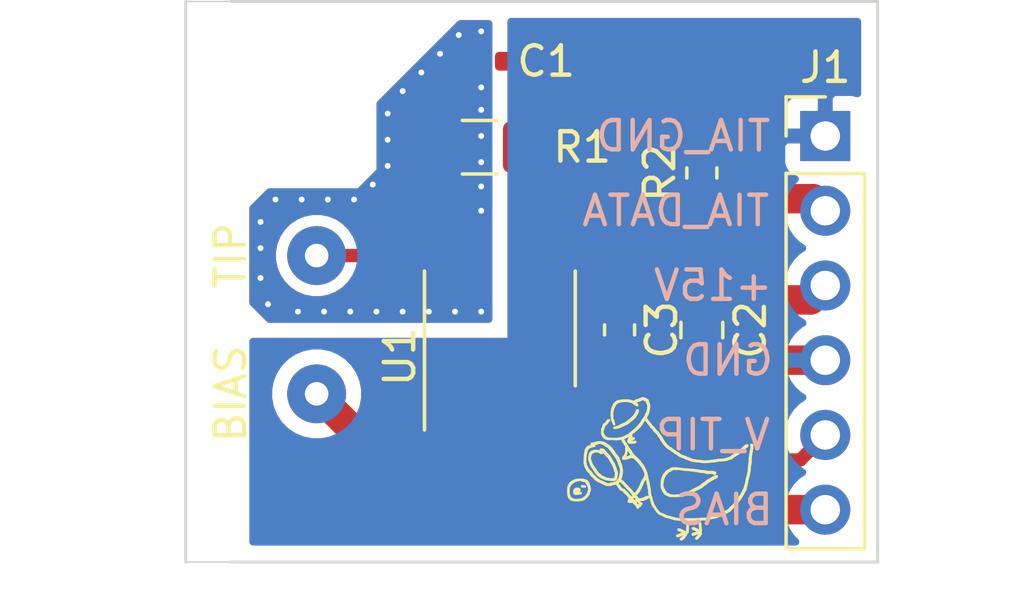
<source format=kicad_pcb>
(kicad_pcb (version 20171130) (host pcbnew 5.1.5+dfsg1-2build2)

  (general
    (thickness 1.6)
    (drawings 14)
    (tracks 62)
    (zones 0)
    (modules 11)
    (nets 11)
  )

  (page A4)
  (layers
    (0 F.Cu signal)
    (31 B.Cu signal)
    (32 B.Adhes user)
    (33 F.Adhes user)
    (34 B.Paste user)
    (35 F.Paste user)
    (36 B.SilkS user)
    (37 F.SilkS user)
    (38 B.Mask user)
    (39 F.Mask user)
    (40 Dwgs.User user)
    (41 Cmts.User user)
    (42 Eco1.User user)
    (43 Eco2.User user)
    (44 Edge.Cuts user)
    (45 Margin user)
    (46 B.CrtYd user)
    (47 F.CrtYd user)
    (48 B.Fab user)
    (49 F.Fab user)
  )

  (setup
    (last_trace_width 0.25)
    (user_trace_width 0.45)
    (user_trace_width 1)
    (trace_clearance 0.2)
    (zone_clearance 0.508)
    (zone_45_only no)
    (trace_min 0.2)
    (via_size 0.8)
    (via_drill 0.4)
    (via_min_size 0.45)
    (via_min_drill 0.2)
    (user_via 0.45 0.2)
    (uvia_size 0.3)
    (uvia_drill 0.1)
    (uvias_allowed no)
    (uvia_min_size 0.2)
    (uvia_min_drill 0.1)
    (edge_width 0.05)
    (segment_width 0.2)
    (pcb_text_width 0.3)
    (pcb_text_size 1.5 1.5)
    (mod_edge_width 0.12)
    (mod_text_size 1 1)
    (mod_text_width 0.15)
    (pad_size 1.524 1.524)
    (pad_drill 0.762)
    (pad_to_mask_clearance 0.051)
    (solder_mask_min_width 0.25)
    (aux_axis_origin 0 0)
    (visible_elements FFFFFF7F)
    (pcbplotparams
      (layerselection 0x010f0_ffffffff)
      (usegerberextensions false)
      (usegerberattributes false)
      (usegerberadvancedattributes false)
      (creategerberjobfile false)
      (excludeedgelayer true)
      (linewidth 0.100000)
      (plotframeref false)
      (viasonmask false)
      (mode 1)
      (useauxorigin false)
      (hpglpennumber 1)
      (hpglpenspeed 20)
      (hpglpendiameter 15.000000)
      (psnegative false)
      (psa4output false)
      (plotreference true)
      (plotvalue true)
      (plotinvisibletext false)
      (padsonsilk false)
      (subtractmaskfromsilk false)
      (outputformat 1)
      (mirror false)
      (drillshape 0)
      (scaleselection 1)
      (outputdirectory "./gerbers/"))
  )

  (net 0 "")
  (net 1 "Net-(C1-Pad1)")
  (net 2 "Net-(C1-Pad2)")
  (net 3 +15V)
  (net 4 GND)
  (net 5 TIA_DATA)
  (net 6 V_TIP)
  (net 7 BIAS)
  (net 8 "Net-(U1-Pad2)")
  (net 9 "Net-(U1-Pad3)")
  (net 10 SHLD)

  (net_class Default "This is the default net class."
    (clearance 0.2)
    (trace_width 0.25)
    (via_dia 0.8)
    (via_drill 0.4)
    (uvia_dia 0.3)
    (uvia_drill 0.1)
    (add_net +15V)
    (add_net BIAS)
    (add_net GND)
    (add_net "Net-(C1-Pad1)")
    (add_net "Net-(C1-Pad2)")
    (add_net "Net-(U1-Pad2)")
    (add_net "Net-(U1-Pad3)")
    (add_net SHLD)
    (add_net TIA_DATA)
    (add_net V_TIP)
  )

  (module MountingHole:MountingHole_2.2mm_M2 (layer F.Cu) (tedit 56D1B4CB) (tstamp 5F95C4AE)
    (at 34.544 25.146)
    (descr "Mounting Hole 2.2mm, no annular, M2")
    (tags "mounting hole 2.2mm no annular m2")
    (attr virtual)
    (fp_text reference REF** (at 0 -3.2) (layer F.SilkS) hide
      (effects (font (size 1 1) (thickness 0.15)))
    )
    (fp_text value MountingHole_2.2mm_M2 (at 0 3.2) (layer F.Fab)
      (effects (font (size 1 1) (thickness 0.15)))
    )
    (fp_circle (center 0 0) (end 2.45 0) (layer F.CrtYd) (width 0.05))
    (fp_circle (center 0 0) (end 2.2 0) (layer Cmts.User) (width 0.15))
    (fp_text user %R (at 0.3 0) (layer F.Fab)
      (effects (font (size 1 1) (thickness 0.15)))
    )
    (pad 1 np_thru_hole circle (at 0 0) (size 2.2 2.2) (drill 2.2) (layers *.Cu *.Mask))
  )

  (module artwork:tia_artwork (layer F.Cu) (tedit 0) (tstamp 5F5ABBD9)
    (at 47.625 39.624)
    (fp_text reference G*** (at 0 0) (layer F.SilkS) hide
      (effects (font (size 1.524 1.524) (thickness 0.3)))
    )
    (fp_text value LOGO (at 0.75 0) (layer F.SilkS) hide
      (effects (font (size 1.524 1.524) (thickness 0.3)))
    )
    (fp_poly (pts (xy -2.778355 -1.087193) (xy -2.757766 -1.085107) (xy -2.735461 -1.082065) (xy -2.713642 -1.078421)
      (xy -2.694511 -1.074529) (xy -2.680271 -1.070743) (xy -2.674922 -1.068635) (xy -2.66784 -1.06417)
      (xy -2.664213 -1.058455) (xy -2.662908 -1.048753) (xy -2.662766 -1.039323) (xy -2.663311 -1.025326)
      (xy -2.665526 -1.017182) (xy -2.670282 -1.012319) (xy -2.672291 -1.011138) (xy -2.681045 -1.008734)
      (xy -2.6962 -1.00684) (xy -2.715703 -1.005517) (xy -2.737499 -1.004829) (xy -2.759536 -1.004837)
      (xy -2.779759 -1.005603) (xy -2.796114 -1.007192) (xy -2.797138 -1.007347) (xy -2.814158 -1.010193)
      (xy -2.824505 -1.013431) (xy -2.829839 -1.018963) (xy -2.831818 -1.028694) (xy -2.832101 -1.044526)
      (xy -2.832099 -1.047468) (xy -2.83145 -1.066244) (xy -2.828558 -1.078137) (xy -2.822011 -1.084692)
      (xy -2.810395 -1.087452) (xy -2.795023 -1.087967) (xy -2.778355 -1.087193)) (layer F.SilkS) (width 0.01))
    (fp_poly (pts (xy -2.935505 -0.997026) (xy -2.907612 -0.991121) (xy -2.885531 -0.981677) (xy -2.870249 -0.969017)
      (xy -2.86813 -0.966178) (xy -2.862617 -0.95689) (xy -2.859395 -0.947378) (xy -2.857882 -0.934918)
      (xy -2.8575 -0.916789) (xy -2.857499 -0.916326) (xy -2.857717 -0.899004) (xy -2.858772 -0.887814)
      (xy -2.861267 -0.880423) (xy -2.865803 -0.874501) (xy -2.869141 -0.871253) (xy -2.88146 -0.86242)
      (xy -2.89565 -0.855651) (xy -2.896658 -0.855316) (xy -2.906695 -0.851762) (xy -2.912184 -0.849145)
      (xy -2.912533 -0.848715) (xy -2.908572 -0.848323) (xy -2.897757 -0.848356) (xy -2.881686 -0.848784)
      (xy -2.861959 -0.849577) (xy -2.859616 -0.849686) (xy -2.806699 -0.852187) (xy -2.806764 -0.827202)
      (xy -2.807161 -0.81163) (xy -2.808942 -0.801675) (xy -2.813143 -0.794493) (xy -2.820801 -0.787243)
      (xy -2.821566 -0.786598) (xy -2.832314 -0.780957) (xy -2.849911 -0.775552) (xy -2.87274 -0.770568)
      (xy -2.899183 -0.766191) (xy -2.927624 -0.762606) (xy -2.956444 -0.759997) (xy -2.984027 -0.758552)
      (xy -3.008754 -0.758455) (xy -3.029009 -0.759891) (xy -3.038861 -0.761695) (xy -3.053742 -0.768695)
      (xy -3.069097 -0.78096) (xy -3.082146 -0.795943) (xy -3.088721 -0.807372) (xy -3.09194 -0.82028)
      (xy -3.093919 -0.840624) (xy -3.094566 -0.866361) (xy -3.093938 -0.887524) (xy -3.001938 -0.887524)
      (xy -3.001249 -0.886054) (xy -2.995511 -0.887041) (xy -2.99498 -0.887168) (xy -2.983719 -0.890889)
      (xy -2.969342 -0.896904) (xy -2.962118 -0.900339) (xy -2.951334 -0.906627) (xy -2.945066 -0.912071)
      (xy -2.944376 -0.914551) (xy -2.951368 -0.918555) (xy -2.962839 -0.91604) (xy -2.97813 -0.907215)
      (xy -2.985907 -0.901379) (xy -2.997013 -0.892337) (xy -3.001938 -0.887524) (xy -3.093938 -0.887524)
      (xy -3.093747 -0.893959) (xy -3.090741 -0.915177) (xy -3.084732 -0.931991) (xy -3.074898 -0.946376)
      (xy -3.06042 -0.960308) (xy -3.05317 -0.966178) (xy -3.034206 -0.980435) (xy -3.019014 -0.989901)
      (xy -3.005138 -0.995527) (xy -2.990126 -0.998262) (xy -2.971524 -0.999056) (xy -2.968222 -0.999067)
      (xy -2.935505 -0.997026)) (layer F.SilkS) (width 0.01))
    (fp_poly (pts (xy -2.113307 -2.330118) (xy -2.09651 -2.328968) (xy -2.084302 -2.326765) (xy -2.074755 -2.323273)
      (xy -2.073815 -2.322816) (xy -2.05234 -2.309179) (xy -2.028904 -2.289086) (xy -2.004905 -2.263851)
      (xy -1.985532 -2.239905) (xy -1.973205 -2.22447) (xy -1.956533 -2.204949) (xy -1.937181 -2.183221)
      (xy -1.916815 -2.161165) (xy -1.902615 -2.1463) (xy -1.883139 -2.12549) (xy -1.863682 -2.103346)
      (xy -1.845097 -2.080981) (xy -1.828237 -2.059506) (xy -1.813955 -2.040035) (xy -1.803103 -2.023679)
      (xy -1.796535 -2.011551) (xy -1.794933 -2.005852) (xy -1.79286 -2.000516) (xy -1.787291 -1.989802)
      (xy -1.779196 -1.975521) (xy -1.773766 -1.966383) (xy -1.764618 -1.950596) (xy -1.757459 -1.937019)
      (xy -1.753275 -1.927589) (xy -1.7526 -1.924846) (xy -1.749786 -1.917884) (xy -1.742796 -1.908668)
      (xy -1.740473 -1.906225) (xy -1.730409 -1.894431) (xy -1.722018 -1.881817) (xy -1.721375 -1.880616)
      (xy -1.714205 -1.867931) (xy -1.705591 -1.854177) (xy -1.704173 -1.852059) (xy -1.696808 -1.838934)
      (xy -1.691634 -1.825701) (xy -1.691051 -1.823368) (xy -1.687442 -1.811791) (xy -1.682958 -1.8034)
      (xy -1.678 -1.79482) (xy -1.671416 -1.779793) (xy -1.663881 -1.760023) (xy -1.656065 -1.737213)
      (xy -1.65288 -1.7272) (xy -1.648352 -1.713717) (xy -1.644276 -1.703413) (xy -1.642238 -1.69957)
      (xy -1.638224 -1.691705) (xy -1.633168 -1.678069) (xy -1.627804 -1.661168) (xy -1.622868 -1.643507)
      (xy -1.619094 -1.627594) (xy -1.617219 -1.615934) (xy -1.617133 -1.613977) (xy -1.613958 -1.598888)
      (xy -1.604433 -1.584736) (xy -1.594743 -1.570254) (xy -1.591607 -1.555181) (xy -1.591598 -1.554544)
      (xy -1.589854 -1.541704) (xy -1.585777 -1.531354) (xy -1.585248 -1.530599) (xy -1.581813 -1.521473)
      (xy -1.579681 -1.506713) (xy -1.578869 -1.489051) (xy -1.579392 -1.47122) (xy -1.581264 -1.455956)
      (xy -1.584501 -1.445989) (xy -1.584775 -1.445567) (xy -1.587921 -1.437408) (xy -1.590921 -1.42359)
      (xy -1.593185 -1.406906) (xy -1.5934 -1.404611) (xy -1.596051 -1.384514) (xy -1.600167 -1.363817)
      (xy -1.604591 -1.347857) (xy -1.609241 -1.331532) (xy -1.612257 -1.315557) (xy -1.6129 -1.307426)
      (xy -1.613584 -1.298823) (xy -1.616429 -1.2911) (xy -1.622624 -1.282348) (xy -1.633356 -1.270657)
      (xy -1.639942 -1.263969) (xy -1.659765 -1.245894) (xy -1.676091 -1.23509) (xy -1.683334 -1.232253)
      (xy -1.696199 -1.230079) (xy -1.71443 -1.228717) (xy -1.735303 -1.228178) (xy -1.756098 -1.228476)
      (xy -1.77409 -1.229621) (xy -1.786558 -1.231627) (xy -1.787108 -1.231786) (xy -1.796572 -1.233707)
      (xy -1.81161 -1.23576) (xy -1.829346 -1.237566) (xy -1.833675 -1.23792) (xy -1.873366 -1.241044)
      (xy -1.905597 -1.243707) (xy -1.931358 -1.246027) (xy -1.951634 -1.248125) (xy -1.967415 -1.250119)
      (xy -1.979687 -1.25213) (xy -1.989439 -1.254275) (xy -1.997658 -1.256675) (xy -2.002267 -1.258288)
      (xy -2.022584 -1.266065) (xy -2.044697 -1.275003) (xy -2.066783 -1.284311) (xy -2.087015 -1.2932)
      (xy -2.103569 -1.30088) (xy -2.114619 -1.30656) (xy -2.116666 -1.307807) (xy -2.127084 -1.314069)
      (xy -2.141048 -1.321245) (xy -2.160112 -1.330098) (xy -2.180166 -1.338936) (xy -2.193864 -1.346224)
      (xy -2.208669 -1.356195) (xy -2.222801 -1.367365) (xy -2.234481 -1.378246) (xy -2.241926 -1.387354)
      (xy -2.243666 -1.39194) (xy -2.247232 -1.396624) (xy -2.256283 -1.402431) (xy -2.262147 -1.405223)
      (xy -2.276356 -1.413615) (xy -2.288313 -1.424536) (xy -2.290444 -1.427297) (xy -2.297027 -1.436021)
      (xy -2.307701 -1.449318) (xy -2.320992 -1.465384) (xy -2.335425 -1.482411) (xy -2.335463 -1.482456)
      (xy -2.348777 -1.498385) (xy -2.359784 -1.512351) (xy -2.367421 -1.522951) (xy -2.370629 -1.528778)
      (xy -2.370666 -1.529079) (xy -2.372918 -1.535181) (xy -2.378644 -1.545609) (xy -2.386297 -1.557961)
      (xy -2.394331 -1.569841) (xy -2.401202 -1.578848) (xy -2.405093 -1.582508) (xy -2.409171 -1.586697)
      (xy -2.415381 -1.595575) (xy -2.417775 -1.599441) (xy -2.422638 -1.60732) (xy -2.429758 -1.618433)
      (xy -2.439605 -1.6335) (xy -2.452655 -1.653238) (xy -2.469381 -1.678366) (xy -2.490255 -1.709603)
      (xy -2.496366 -1.718733) (xy -2.504704 -1.732276) (xy -2.511546 -1.745265) (xy -2.513781 -1.750483)
      (xy -2.517121 -1.759518) (xy -2.52262 -1.774317) (xy -2.529473 -1.792716) (xy -2.535828 -1.80975)
      (xy -2.543088 -1.829492) (xy -2.549508 -1.847501) (xy -2.554331 -1.861618) (xy -2.556628 -1.869016)
      (xy -2.561254 -1.882295) (xy -2.566794 -1.894416) (xy -2.571773 -1.905668) (xy -2.577356 -1.921026)
      (xy -2.580695 -1.931643) (xy -2.58481 -1.954448) (xy -2.58615 -1.983364) (xy -2.586056 -1.985984)
      (xy -2.499559 -1.985984) (xy -2.498084 -1.969374) (xy -2.494388 -1.95909) (xy -2.494073 -1.958687)
      (xy -2.490908 -1.95263) (xy -2.485629 -1.940069) (xy -2.478829 -1.922521) (xy -2.471105 -1.901503)
      (xy -2.466096 -1.887348) (xy -2.452662 -1.849528) (xy -2.441546 -1.819768) (xy -2.432716 -1.797993)
      (xy -2.426142 -1.784127) (xy -2.421794 -1.778095) (xy -2.421778 -1.778085) (xy -2.418385 -1.773954)
      (xy -2.411249 -1.764001) (xy -2.401249 -1.749497) (xy -2.389268 -1.731712) (xy -2.382059 -1.72085)
      (xy -2.368184 -1.700071) (xy -2.354646 -1.680222) (xy -2.342701 -1.663118) (xy -2.333609 -1.650573)
      (xy -2.331054 -1.647239) (xy -2.320803 -1.633074) (xy -2.30958 -1.615795) (xy -2.302248 -1.603409)
      (xy -2.292905 -1.588546) (xy -2.280077 -1.570514) (xy -2.265991 -1.552388) (xy -2.260492 -1.545786)
      (xy -2.247132 -1.529914) (xy -2.234473 -1.514501) (xy -2.224463 -1.501933) (xy -2.221119 -1.497541)
      (xy -2.212721 -1.488036) (xy -2.205083 -1.482366) (xy -2.202575 -1.481666) (xy -2.195373 -1.479167)
      (xy -2.184893 -1.473041) (xy -2.174128 -1.46535) (xy -2.166073 -1.458156) (xy -2.163802 -1.454973)
      (xy -2.157292 -1.445195) (xy -2.14642 -1.433925) (xy -2.134152 -1.423912) (xy -2.124094 -1.418142)
      (xy -2.115493 -1.414452) (xy -2.101011 -1.407833) (xy -2.082368 -1.399086) (xy -2.061282 -1.389014)
      (xy -2.051049 -1.384066) (xy -2.022066 -1.37019) (xy -1.996672 -1.358669) (xy -1.973615 -1.349233)
      (xy -1.951642 -1.34161) (xy -1.929501 -1.335528) (xy -1.905941 -1.330716) (xy -1.879707 -1.326902)
      (xy -1.84955 -1.323815) (xy -1.814215 -1.321183) (xy -1.772451 -1.318735) (xy -1.742587 -1.317181)
      (xy -1.73215 -1.319041) (xy -1.721523 -1.326652) (xy -1.716526 -1.331777) (xy -1.707292 -1.344497)
      (xy -1.700844 -1.358172) (xy -1.699699 -1.362468) (xy -1.696646 -1.375531) (xy -1.692028 -1.391894)
      (xy -1.689077 -1.401233) (xy -1.685436 -1.415884) (xy -1.682087 -1.435886) (xy -1.679504 -1.458127)
      (xy -1.678591 -1.470048) (xy -1.677504 -1.490493) (xy -1.67729 -1.504027) (xy -1.678075 -1.51217)
      (xy -1.679987 -1.516445) (xy -1.682621 -1.518186) (xy -1.69114 -1.52563) (xy -1.698535 -1.540341)
      (xy -1.704273 -1.561144) (xy -1.705749 -1.569378) (xy -1.709921 -1.592603) (xy -1.714472 -1.612616)
      (xy -1.718958 -1.627701) (xy -1.722938 -1.636145) (xy -1.723057 -1.636293) (xy -1.725977 -1.642144)
      (xy -1.730665 -1.654069) (xy -1.736361 -1.67006) (xy -1.739914 -1.680677) (xy -1.747073 -1.700661)
      (xy -1.755125 -1.72016) (xy -1.762726 -1.736009) (xy -1.765445 -1.74079) (xy -1.772417 -1.75339)
      (xy -1.776976 -1.764064) (xy -1.778 -1.768681) (xy -1.780224 -1.775836) (xy -1.785978 -1.787518)
      (xy -1.793881 -1.801357) (xy -1.802553 -1.814982) (xy -1.810613 -1.826023) (xy -1.813 -1.8288)
      (xy -1.820051 -1.83793) (xy -1.827521 -1.849697) (xy -1.833751 -1.861215) (xy -1.83708 -1.8696)
      (xy -1.837266 -1.870979) (xy -1.839561 -1.877828) (xy -1.845103 -1.887181) (xy -1.84531 -1.887473)
      (xy -1.850707 -1.89593) (xy -1.858818 -1.909689) (xy -1.868383 -1.926579) (xy -1.87496 -1.938534)
      (xy -1.886956 -1.96012) (xy -1.897866 -1.978298) (xy -1.908888 -1.994628) (xy -1.921217 -2.010667)
      (xy -1.936051 -2.027975) (xy -1.954586 -2.048112) (xy -1.977373 -2.071966) (xy -1.997616 -2.093408)
      (xy -2.01857 -2.116389) (xy -2.038358 -2.138798) (xy -2.055105 -2.158526) (xy -2.062546 -2.167732)
      (xy -2.083415 -2.19271) (xy -2.103141 -2.213363) (xy -2.120966 -2.229054) (xy -2.136128 -2.239144)
      (xy -2.147868 -2.242998) (xy -2.151806 -2.242537) (xy -2.152273 -2.239002) (xy -2.146652 -2.23153)
      (xy -2.135802 -2.221021) (xy -2.120581 -2.208375) (xy -2.115328 -2.204328) (xy -2.106588 -2.197147)
      (xy -2.101927 -2.190572) (xy -2.100067 -2.18157) (xy -2.099733 -2.167286) (xy -2.099733 -2.142066)
      (xy -2.123137 -2.142066) (xy -2.146504 -2.145438) (xy -2.172218 -2.154878) (xy -2.197982 -2.169375)
      (xy -2.215853 -2.18287) (xy -2.228081 -2.19197) (xy -2.239314 -2.196153) (xy -2.252589 -2.1971)
      (xy -2.267234 -2.197717) (xy -2.286085 -2.199333) (xy -2.304494 -2.201524) (xy -2.325663 -2.203314)
      (xy -2.34554 -2.202115) (xy -2.366242 -2.197467) (xy -2.389883 -2.188908) (xy -2.415782 -2.177311)
      (xy -2.438042 -2.164914) (xy -2.454624 -2.150697) (xy -2.467402 -2.132529) (xy -2.478255 -2.108278)
      (xy -2.479493 -2.104923) (xy -2.486605 -2.081969) (xy -2.492335 -2.056912) (xy -2.496516 -2.031439)
      (xy -2.49898 -2.007234) (xy -2.499559 -1.985984) (xy -2.586056 -1.985984) (xy -2.584952 -2.016587)
      (xy -2.581449 -2.052313) (xy -2.575875 -2.08874) (xy -2.568466 -2.124063) (xy -2.559454 -2.156478)
      (xy -2.549075 -2.184183) (xy -2.547402 -2.187847) (xy -2.530896 -2.213276) (xy -2.506861 -2.235867)
      (xy -2.475873 -2.255229) (xy -2.438509 -2.270967) (xy -2.415116 -2.278025) (xy -2.389782 -2.282707)
      (xy -2.358936 -2.285278) (xy -2.325273 -2.285709) (xy -2.291487 -2.283969) (xy -2.260274 -2.280032)
      (xy -2.258483 -2.279714) (xy -2.236031 -2.27576) (xy -2.220538 -2.27367) (xy -2.210632 -2.2738)
      (xy -2.20494 -2.276507) (xy -2.20209 -2.282144) (xy -2.200711 -2.291069) (xy -2.200346 -2.294783)
      (xy -2.19841 -2.308848) (xy -2.194858 -2.318649) (xy -2.188327 -2.324947) (xy -2.177456 -2.328506)
      (xy -2.160883 -2.330086) (xy -2.137248 -2.33045) (xy -2.136623 -2.33045) (xy -2.113307 -2.330118)) (layer F.SilkS) (width 0.01))
    (fp_poly (pts (xy -0.896053 -3.665401) (xy -0.881975 -3.662501) (xy -0.873526 -3.656011) (xy -0.86931 -3.644575)
      (xy -0.867931 -3.626838) (xy -0.867861 -3.618201) (xy -0.868363 -3.598759) (xy -0.870118 -3.585334)
      (xy -0.873555 -3.57552) (xy -0.876299 -3.570816) (xy -0.882084 -3.559419) (xy -0.884723 -3.548966)
      (xy -0.884738 -3.548381) (xy -0.887101 -3.538095) (xy -0.893459 -3.522865) (xy -0.902783 -3.50456)
      (xy -0.914039 -3.485047) (xy -0.926198 -3.466197) (xy -0.938227 -3.449876) (xy -0.940895 -3.446645)
      (xy -0.949136 -3.434683) (xy -0.954679 -3.422585) (xy -0.955361 -3.419985) (xy -0.959442 -3.41117)
      (xy -0.968268 -3.398239) (xy -0.980429 -3.382887) (xy -0.994514 -3.36681) (xy -1.009112 -3.351704)
      (xy -1.021809 -3.3401) (xy -1.032142 -3.33123) (xy -1.04522 -3.319747) (xy -1.053784 -3.312108)
      (xy -1.071676 -3.296323) (xy -1.089733 -3.280909) (xy -1.106722 -3.266864) (xy -1.121407 -3.255186)
      (xy -1.132553 -3.246873) (xy -1.138925 -3.242923) (xy -1.139651 -3.242733) (xy -1.144388 -3.239987)
      (xy -1.153476 -3.232666) (xy -1.165246 -3.222149) (xy -1.169824 -3.217839) (xy -1.185953 -3.203411)
      (xy -1.203842 -3.188869) (xy -1.219798 -3.177206) (xy -1.220764 -3.176564) (xy -1.235172 -3.167064)
      (xy -1.248328 -3.158384) (xy -1.256747 -3.152827) (xy -1.264606 -3.148561) (xy -1.278547 -3.141894)
      (xy -1.296816 -3.13363) (xy -1.31766 -3.124576) (xy -1.325033 -3.121457) (xy -1.349094 -3.110979)
      (xy -1.377797 -3.097904) (xy -1.408285 -3.083568) (xy -1.437699 -3.069304) (xy -1.452033 -3.062151)
      (xy -1.482242 -3.047257) (xy -1.506894 -3.036021) (xy -1.527695 -3.02775) (xy -1.546351 -3.021751)
      (xy -1.559983 -3.018323) (xy -1.580389 -3.013622) (xy -1.600833 -3.008701) (xy -1.617669 -3.004443)
      (xy -1.62123 -3.003492) (xy -1.63748 -3.000386) (xy -1.65759 -2.998411) (xy -1.678945 -2.997616)
      (xy -1.698927 -2.998047) (xy -1.71492 -2.999755) (xy -1.722095 -3.001634) (xy -1.727134 -3.004318)
      (xy -1.729916 -3.008661) (xy -1.730954 -3.016737) (xy -1.730762 -3.030615) (xy -1.730561 -3.035748)
      (xy -1.729316 -3.065964) (xy -1.6891 -3.078125) (xy -1.665878 -3.084824) (xy -1.64003 -3.091781)
      (xy -1.616276 -3.097738) (xy -1.610961 -3.098982) (xy -1.580182 -3.10799) (xy -1.550402 -3.120151)
      (xy -1.541111 -3.124841) (xy -1.522121 -3.135046) (xy -1.502038 -3.145834) (xy -1.484963 -3.155003)
      (xy -1.483783 -3.155636) (xy -1.469398 -3.163046) (xy -1.45142 -3.171849) (xy -1.431442 -3.181319)
      (xy -1.411058 -3.19073) (xy -1.391863 -3.199355) (xy -1.375449 -3.20647) (xy -1.363412 -3.211347)
      (xy -1.357343 -3.213261) (xy -1.357272 -3.213265) (xy -1.349605 -3.215915) (xy -1.33694 -3.222819)
      (xy -1.320847 -3.23289) (xy -1.302897 -3.245041) (xy -1.284663 -3.258186) (xy -1.267714 -3.271238)
      (xy -1.253623 -3.28311) (xy -1.246716 -3.289706) (xy -1.234302 -3.301117) (xy -1.21818 -3.314065)
      (xy -1.202216 -3.325488) (xy -1.187619 -3.335676) (xy -1.174819 -3.345503) (xy -1.166366 -3.353)
      (xy -1.16583 -3.353576) (xy -1.158464 -3.36104) (xy -1.146933 -3.371935) (xy -1.133477 -3.384158)
      (xy -1.13065 -3.386666) (xy -1.112706 -3.402926) (xy -1.094897 -3.419787) (xy -1.078314 -3.436133)
      (xy -1.064048 -3.45085) (xy -1.053192 -3.462821) (xy -1.046836 -3.470932) (xy -1.045633 -3.473559)
      (xy -1.04369 -3.480139) (xy -1.03875 -3.490749) (xy -1.032146 -3.503034) (xy -1.025211 -3.514636)
      (xy -1.019278 -3.523197) (xy -1.015768 -3.526366) (xy -1.011781 -3.529821) (xy -1.005993 -3.538594)
      (xy -1.002892 -3.544358) (xy -0.996314 -3.556571) (xy -0.990339 -3.566257) (xy -0.988526 -3.5687)
      (xy -0.984171 -3.577097) (xy -0.980722 -3.589002) (xy -0.980515 -3.590104) (xy -0.976705 -3.603953)
      (xy -0.970732 -3.61895) (xy -0.969395 -3.621691) (xy -0.964139 -3.633597) (xy -0.961195 -3.643366)
      (xy -0.960966 -3.645493) (xy -0.958413 -3.655356) (xy -0.950172 -3.661796) (xy -0.935376 -3.665221)
      (xy -0.917156 -3.666067) (xy -0.896053 -3.665401)) (layer F.SilkS) (width 0.01))
    (fp_poly (pts (xy 0.399777 -1.696369) (xy 0.433828 -1.692886) (xy 0.452443 -1.689503) (xy 0.520258 -1.677444)
      (xy 0.592667 -1.669826) (xy 0.610212 -1.668304) (xy 0.633479 -1.665975) (xy 0.659791 -1.663121)
      (xy 0.686475 -1.660025) (xy 0.694267 -1.659078) (xy 0.721288 -1.656111) (xy 0.749505 -1.653621)
      (xy 0.775977 -1.651831) (xy 0.79776 -1.650963) (xy 0.802217 -1.650917) (xy 0.824864 -1.650317)
      (xy 0.851876 -1.648768) (xy 0.879236 -1.646534) (xy 0.895351 -1.644832) (xy 0.919506 -1.642178)
      (xy 0.948587 -1.639286) (xy 0.979074 -1.63649) (xy 1.007446 -1.634126) (xy 1.009651 -1.633955)
      (xy 1.033725 -1.631938) (xy 1.056401 -1.629732) (xy 1.075576 -1.627566) (xy 1.089147 -1.625663)
      (xy 1.092201 -1.625098) (xy 1.106302 -1.6225) (xy 1.124751 -1.619561) (xy 1.143001 -1.616989)
      (xy 1.163243 -1.613877) (xy 1.184447 -1.609867) (xy 1.200151 -1.606285) (xy 1.213481 -1.603782)
      (xy 1.233301 -1.601285) (xy 1.257636 -1.598994) (xy 1.284509 -1.597106) (xy 1.299634 -1.596312)
      (xy 1.334003 -1.594386) (xy 1.362291 -1.591855) (xy 1.38688 -1.588335) (xy 1.410152 -1.58344)
      (xy 1.434489 -1.576786) (xy 1.449721 -1.572068) (xy 1.46294 -1.568854) (xy 1.479074 -1.567046)
      (xy 1.500084 -1.566502) (xy 1.521688 -1.56688) (xy 1.571064 -1.567885) (xy 1.612146 -1.56773)
      (xy 1.645028 -1.566408) (xy 1.669804 -1.563915) (xy 1.686566 -1.560247) (xy 1.692513 -1.557663)
      (xy 1.704476 -1.552133) (xy 1.715371 -1.549448) (xy 1.716534 -1.5494) (xy 1.726225 -1.546737)
      (xy 1.737406 -1.540162) (xy 1.739576 -1.53844) (xy 1.745975 -1.532625) (xy 1.749839 -1.526934)
      (xy 1.751804 -1.51911) (xy 1.752511 -1.506891) (xy 1.752601 -1.492392) (xy 1.752095 -1.472157)
      (xy 1.749601 -1.45882) (xy 1.743654 -1.450828) (xy 1.732791 -1.446628) (xy 1.715545 -1.444668)
      (xy 1.707141 -1.444193) (xy 1.689832 -1.443693) (xy 1.678317 -1.444613) (xy 1.669982 -1.447396)
      (xy 1.66345 -1.451549) (xy 1.65384 -1.457596) (xy 1.646437 -1.460485) (xy 1.64588 -1.460526)
      (xy 1.638591 -1.46243) (xy 1.628359 -1.46701) (xy 1.627717 -1.46735) (xy 1.621961 -1.469808)
      (xy 1.614511 -1.471493) (xy 1.604035 -1.472471) (xy 1.589198 -1.472809) (xy 1.568668 -1.472572)
      (xy 1.541111 -1.471828) (xy 1.538817 -1.471756) (xy 1.506897 -1.470945) (xy 1.48159 -1.470868)
      (xy 1.461061 -1.471682) (xy 1.443474 -1.473543) (xy 1.426996 -1.47661) (xy 1.409793 -1.48104)
      (xy 1.401234 -1.483547) (xy 1.372668 -1.491699) (xy 1.347928 -1.497564) (xy 1.324005 -1.50165)
      (xy 1.297887 -1.504462) (xy 1.266564 -1.506506) (xy 1.263651 -1.506656) (xy 1.209205 -1.511138)
      (xy 1.161061 -1.518819) (xy 1.151467 -1.520888) (xy 1.128521 -1.525981) (xy 1.108091 -1.530237)
      (xy 1.088586 -1.533903) (xy 1.068414 -1.537226) (xy 1.045984 -1.540452) (xy 1.019703 -1.543828)
      (xy 0.98798 -1.547601) (xy 0.954617 -1.55141) (xy 0.925423 -1.554757) (xy 0.897223 -1.558086)
      (xy 0.871753 -1.561182) (xy 0.850747 -1.563836) (xy 0.83594 -1.565834) (xy 0.833156 -1.566245)
      (xy 0.813275 -1.568544) (xy 0.790514 -1.570111) (xy 0.773634 -1.570566) (xy 0.757991 -1.571122)
      (xy 0.736448 -1.572647) (xy 0.711489 -1.574931) (xy 0.685599 -1.57776) (xy 0.677078 -1.578802)
      (xy 0.625376 -1.585356) (xy 0.581632 -1.59099) (xy 0.545395 -1.595766) (xy 0.516214 -1.599747)
      (xy 0.493638 -1.602995) (xy 0.477215 -1.605572) (xy 0.466494 -1.607541) (xy 0.462783 -1.60841)
      (xy 0.452602 -1.610069) (xy 0.447705 -1.607488) (xy 0.447041 -1.606128) (xy 0.441851 -1.603015)
      (xy 0.430712 -1.600991) (xy 0.416075 -1.600103) (xy 0.400392 -1.600398) (xy 0.386117 -1.601922)
      (xy 0.375702 -1.604724) (xy 0.375635 -1.604755) (xy 0.366417 -1.606869) (xy 0.351508 -1.607047)
      (xy 0.329712 -1.60529) (xy 0.326118 -1.604898) (xy 0.305246 -1.602124) (xy 0.290361 -1.598839)
      (xy 0.27899 -1.594333) (xy 0.269795 -1.588701) (xy 0.253562 -1.577686) (xy 0.235933 -1.566321)
      (xy 0.218527 -1.555578) (xy 0.202966 -1.54643) (xy 0.190869 -1.53985) (xy 0.183856 -1.536811)
      (xy 0.183198 -1.536713) (xy 0.177695 -1.534444) (xy 0.167 -1.528337) (xy 0.152851 -1.519424)
      (xy 0.142253 -1.512364) (xy 0.124774 -1.49999) (xy 0.11318 -1.490374) (xy 0.106004 -1.482078)
      (xy 0.101776 -1.473665) (xy 0.101302 -1.472294) (xy 0.091736 -1.453988) (xy 0.07765 -1.441311)
      (xy 0.068903 -1.437453) (xy 0.062936 -1.434528) (xy 0.057234 -1.428695) (xy 0.050795 -1.418515)
      (xy 0.042621 -1.402551) (xy 0.038246 -1.393387) (xy 0.031046 -1.379661) (xy 0.023432 -1.367389)
      (xy 0.02113 -1.364241) (xy 0.015095 -1.353802) (xy 0.0127 -1.344407) (xy 0.010812 -1.334981)
      (xy 0.006099 -1.322566) (xy 0.004234 -1.318683) (xy -0.001073 -1.306321) (xy -0.00402 -1.29566)
      (xy -0.004233 -1.293283) (xy -0.006118 -1.283934) (xy -0.010792 -1.271769) (xy -0.012238 -1.268788)
      (xy -0.018116 -1.254123) (xy -0.02325 -1.23426) (xy -0.027816 -1.20828) (xy -0.031988 -1.175264)
      (xy -0.034197 -1.153583) (xy -0.036305 -1.131561) (xy -0.038405 -1.109835) (xy -0.040197 -1.091492)
      (xy -0.041038 -1.083017) (xy -0.041857 -1.067027) (xy -0.040004 -1.055559) (xy -0.034886 -1.044927)
      (xy -0.03488 -1.044917) (xy -0.028161 -1.031292) (xy -0.023467 -1.017338) (xy -0.023279 -1.016491)
      (xy -0.015231 -0.991544) (xy -0.002978 -0.969834) (xy 0.005306 -0.960101) (xy 0.012958 -0.950376)
      (xy 0.016821 -0.941181) (xy 0.016934 -0.939843) (xy 0.020719 -0.926442) (xy 0.032047 -0.909348)
      (xy 0.042982 -0.896773) (xy 0.050582 -0.887241) (xy 0.054757 -0.879289) (xy 0.055034 -0.877673)
      (xy 0.057337 -0.870805) (xy 0.063207 -0.860199) (xy 0.067447 -0.853779) (xy 0.074432 -0.845072)
      (xy 0.082902 -0.837668) (xy 0.094676 -0.83036) (xy 0.111571 -0.821938) (xy 0.123538 -0.816468)
      (xy 0.156171 -0.801836) (xy 0.182407 -0.790284) (xy 0.203587 -0.781453) (xy 0.22105 -0.774982)
      (xy 0.236138 -0.770512) (xy 0.250189 -0.767683) (xy 0.264544 -0.766134) (xy 0.280542 -0.765508)
      (xy 0.299525 -0.765442) (xy 0.313267 -0.765525) (xy 0.372509 -0.766652) (xy 0.42465 -0.769357)
      (xy 0.470937 -0.773823) (xy 0.512623 -0.780238) (xy 0.550955 -0.788786) (xy 0.587184 -0.799654)
      (xy 0.616656 -0.810611) (xy 0.63434 -0.817458) (xy 0.650697 -0.823299) (xy 0.662954 -0.827157)
      (xy 0.665667 -0.827838) (xy 0.675491 -0.83096) (xy 0.690429 -0.836831) (xy 0.708004 -0.844448)
      (xy 0.717551 -0.848854) (xy 0.738592 -0.857829) (xy 0.761457 -0.866061) (xy 0.782178 -0.872165)
      (xy 0.788068 -0.873516) (xy 0.813004 -0.879343) (xy 0.83623 -0.886049) (xy 0.855927 -0.893015)
      (xy 0.870275 -0.89962) (xy 0.875868 -0.903426) (xy 0.882799 -0.908178) (xy 0.895006 -0.915198)
      (xy 0.910111 -0.923134) (xy 0.913519 -0.924835) (xy 0.933106 -0.935241) (xy 0.95419 -0.947559)
      (xy 0.971247 -0.958487) (xy 0.989444 -0.969466) (xy 1.010126 -0.979771) (xy 1.026749 -0.986421)
      (xy 1.043087 -0.99274) (xy 1.063498 -1.001902) (xy 1.084777 -1.012424) (xy 1.096001 -1.018428)
      (xy 1.118253 -1.030504) (xy 1.143159 -1.043656) (xy 1.1666 -1.05572) (xy 1.175211 -1.060038)
      (xy 1.192366 -1.069222) (xy 1.207101 -1.078347) (xy 1.21738 -1.086092) (xy 1.220561 -1.089524)
      (xy 1.227133 -1.096852) (xy 1.239981 -1.108272) (xy 1.259292 -1.123931) (xy 1.28525 -1.143981)
      (xy 1.318041 -1.16857) (xy 1.322096 -1.171575) (xy 1.333305 -1.179258) (xy 1.342184 -1.184252)
      (xy 1.345521 -1.185333) (xy 1.351272 -1.188575) (xy 1.35569 -1.194025) (xy 1.36225 -1.201319)
      (xy 1.373093 -1.210307) (xy 1.380067 -1.215207) (xy 1.392744 -1.224152) (xy 1.408638 -1.236247)
      (xy 1.42459 -1.249078) (xy 1.426634 -1.250784) (xy 1.441039 -1.262713) (xy 1.451896 -1.270947)
      (xy 1.462084 -1.277302) (xy 1.474485 -1.283591) (xy 1.490134 -1.290794) (xy 1.511726 -1.301378)
      (xy 1.530699 -1.312149) (xy 1.544385 -1.321591) (xy 1.544445 -1.321641) (xy 1.55232 -1.326995)
      (xy 1.564243 -1.333998) (xy 1.570567 -1.337424) (xy 1.583604 -1.344869) (xy 1.594671 -1.352195)
      (xy 1.598084 -1.354889) (xy 1.607028 -1.361212) (xy 1.619777 -1.368512) (xy 1.625601 -1.371434)
      (xy 1.640644 -1.378901) (xy 1.655383 -1.386663) (xy 1.659467 -1.388932) (xy 1.689475 -1.405045)
      (xy 1.714524 -1.416278) (xy 1.736151 -1.423184) (xy 1.755893 -1.426311) (xy 1.764737 -1.426633)
      (xy 1.78521 -1.425591) (xy 1.798849 -1.421573) (xy 1.806965 -1.413241) (xy 1.810867 -1.399259)
      (xy 1.811867 -1.378523) (xy 1.810929 -1.359072) (xy 1.807124 -1.345579) (xy 1.798963 -1.335993)
      (xy 1.784959 -1.328268) (xy 1.771651 -1.323141) (xy 1.755446 -1.316414) (xy 1.73946 -1.308311)
      (xy 1.734195 -1.305169) (xy 1.719532 -1.296948) (xy 1.703955 -1.289872) (xy 1.701001 -1.288768)
      (xy 1.686392 -1.281991) (xy 1.67274 -1.273195) (xy 1.671178 -1.271934) (xy 1.659378 -1.263225)
      (xy 1.644716 -1.253965) (xy 1.638755 -1.250614) (xy 1.625688 -1.243315) (xy 1.608693 -1.233421)
      (xy 1.59102 -1.22283) (xy 1.587501 -1.220679) (xy 1.571247 -1.211225) (xy 1.555983 -1.203239)
      (xy 1.544363 -1.198086) (xy 1.541968 -1.197292) (xy 1.532784 -1.192891) (xy 1.51866 -1.183915)
      (xy 1.500998 -1.171403) (xy 1.481201 -1.15639) (xy 1.460668 -1.139913) (xy 1.440803 -1.123009)
      (xy 1.437217 -1.119832) (xy 1.424528 -1.109448) (xy 1.411722 -1.100399) (xy 1.406706 -1.097402)
      (xy 1.382908 -1.083014) (xy 1.356534 -1.064534) (xy 1.330612 -1.044216) (xy 1.308169 -1.024316)
      (xy 1.306713 -1.022906) (xy 1.292599 -1.009937) (xy 1.278861 -0.99867) (xy 1.267847 -0.99099)
      (xy 1.265158 -0.989539) (xy 1.231174 -0.973323) (xy 1.204775 -0.960225) (xy 1.187334 -0.951022)
      (xy 1.161568 -0.936838) (xy 1.142203 -0.926283) (xy 1.128255 -0.918849) (xy 1.118737 -0.914027)
      (xy 1.112664 -0.911309) (xy 1.109051 -0.910187) (xy 1.10793 -0.910066) (xy 1.09872 -0.907942)
      (xy 1.084502 -0.902496) (xy 1.067527 -0.894768) (xy 1.050043 -0.885798) (xy 1.034299 -0.876625)
      (xy 1.031024 -0.874506) (xy 1.013852 -0.864013) (xy 0.994797 -0.853691) (xy 0.983411 -0.848233)
      (xy 0.968224 -0.840737) (xy 0.954459 -0.832644) (xy 0.947607 -0.827711) (xy 0.937659 -0.821659)
      (xy 0.921685 -0.814454) (xy 0.9019 -0.806875) (xy 0.880522 -0.799705) (xy 0.859765 -0.793725)
      (xy 0.841847 -0.789717) (xy 0.838201 -0.789133) (xy 0.8258 -0.786151) (xy 0.808667 -0.780473)
      (xy 0.789688 -0.773096) (xy 0.781051 -0.76937) (xy 0.761399 -0.76089) (xy 0.741563 -0.752837)
      (xy 0.724812 -0.746521) (xy 0.719667 -0.744761) (xy 0.703225 -0.739161) (xy 0.683484 -0.73209)
      (xy 0.66675 -0.725847) (xy 0.642605 -0.716817) (xy 0.621589 -0.7096) (xy 0.602087 -0.703879)
      (xy 0.582486 -0.699338) (xy 0.561174 -0.695663) (xy 0.536536 -0.692538) (xy 0.506959 -0.689646)
      (xy 0.470829 -0.686673) (xy 0.46355 -0.686109) (xy 0.441374 -0.684759) (xy 0.414554 -0.683702)
      (xy 0.384461 -0.682934) (xy 0.352468 -0.682456) (xy 0.319947 -0.682265) (xy 0.288272 -0.68236)
      (xy 0.258813 -0.682741) (xy 0.232945 -0.683405) (xy 0.212038 -0.684351) (xy 0.197466 -0.685578)
      (xy 0.192647 -0.686373) (xy 0.177833 -0.690394) (xy 0.161506 -0.695671) (xy 0.145878 -0.701381)
      (xy 0.13316 -0.706696) (xy 0.125564 -0.710791) (xy 0.124504 -0.711814) (xy 0.118832 -0.714977)
      (xy 0.115052 -0.715433) (xy 0.108162 -0.717377) (xy 0.09564 -0.722619) (xy 0.079217 -0.730278)
      (xy 0.060622 -0.739468) (xy 0.041586 -0.749309) (xy 0.023839 -0.758917) (xy 0.009112 -0.767408)
      (xy -0.000866 -0.773899) (xy -0.003175 -0.77577) (xy -0.009944 -0.783431) (xy -0.012705 -0.789196)
      (xy -0.014979 -0.794739) (xy -0.020945 -0.804962) (xy -0.029329 -0.81769) (xy -0.029638 -0.818136)
      (xy -0.038035 -0.830574) (xy -0.044092 -0.840196) (xy -0.046559 -0.845012) (xy -0.046566 -0.845094)
      (xy -0.04912 -0.849545) (xy -0.055573 -0.857812) (xy -0.059266 -0.86213) (xy -0.067043 -0.872742)
      (xy -0.07153 -0.88226) (xy -0.071966 -0.884914) (xy -0.073611 -0.891715) (xy -0.075829 -0.893233)
      (xy -0.079001 -0.896923) (xy -0.083914 -0.906697) (xy -0.089618 -0.920611) (xy -0.090845 -0.923925)
      (xy -0.097734 -0.942508) (xy -0.104928 -0.96132) (xy -0.110666 -0.975783) (xy -0.116511 -0.991165)
      (xy -0.121463 -1.006067) (xy -0.123066 -1.011767) (xy -0.124826 -1.023575) (xy -0.125925 -1.041423)
      (xy -0.126417 -1.064069) (xy -0.126358 -1.090273) (xy -0.125805 -1.118795) (xy -0.124812 -1.148394)
      (xy -0.123434 -1.177829) (xy -0.121729 -1.20586) (xy -0.11975 -1.231247) (xy -0.117553 -1.252749)
      (xy -0.115195 -1.269126) (xy -0.11273 -1.279137) (xy -0.110987 -1.281687) (xy -0.107397 -1.286672)
      (xy -0.105811 -1.29636) (xy -0.105807 -1.296811) (xy -0.103711 -1.310703) (xy -0.099457 -1.322342)
      (xy -0.095157 -1.335001) (xy -0.093152 -1.349602) (xy -0.093133 -1.350917) (xy -0.090109 -1.367633)
      (xy -0.084666 -1.375833) (xy -0.078328 -1.383825) (xy -0.07595 -1.389592) (xy -0.07394 -1.396194)
      (xy -0.069096 -1.407123) (xy -0.06566 -1.413933) (xy -0.058243 -1.428321) (xy -0.051374 -1.442146)
      (xy -0.049286 -1.446518) (xy -0.040483 -1.462884) (xy -0.029413 -1.480019) (xy -0.01758 -1.495917)
      (xy -0.006491 -1.508572) (xy 0.002348 -1.515975) (xy 0.003177 -1.516411) (xy 0.013495 -1.525063)
      (xy 0.019057 -1.535048) (xy 0.02399 -1.546974) (xy 0.031168 -1.556847) (xy 0.042393 -1.566598)
      (xy 0.059084 -1.577911) (xy 0.074066 -1.587985) (xy 0.088384 -1.598473) (xy 0.096456 -1.604998)
      (xy 0.107056 -1.61258) (xy 0.116687 -1.616814) (xy 0.119027 -1.617133) (xy 0.127367 -1.619394)
      (xy 0.14043 -1.625368) (xy 0.156051 -1.633846) (xy 0.172066 -1.643615) (xy 0.186311 -1.653464)
      (xy 0.192019 -1.657978) (xy 0.214723 -1.673424) (xy 0.238064 -1.682688) (xy 0.25489 -1.685015)
      (xy 0.269024 -1.686054) (xy 0.286897 -1.688589) (xy 0.300567 -1.691216) (xy 0.329916 -1.695571)
      (xy 0.364063 -1.697276) (xy 0.399777 -1.696369)) (layer F.SilkS) (width 0.01))
    (fp_poly (pts (xy -2.763575 -1.307794) (xy -2.754682 -1.307089) (xy -2.749295 -1.305916) (xy -2.746423 -1.304214)
      (xy -2.745075 -1.301923) (xy -2.744639 -1.300446) (xy -2.741264 -1.294863) (xy -2.733394 -1.291378)
      (xy -2.72057 -1.289211) (xy -2.683106 -1.283095) (xy -2.652938 -1.274449) (xy -2.629149 -1.262806)
      (xy -2.610823 -1.247697) (xy -2.597043 -1.228651) (xy -2.595086 -1.224985) (xy -2.58664 -1.210339)
      (xy -2.577224 -1.196678) (xy -2.573133 -1.191683) (xy -2.566907 -1.18219) (xy -2.559137 -1.166584)
      (xy -2.550633 -1.146885) (xy -2.542203 -1.125114) (xy -2.534658 -1.103289) (xy -2.528807 -1.083432)
      (xy -2.527323 -1.077383) (xy -2.519773 -1.04646) (xy -2.513167 -1.023872) (xy -2.507483 -1.009542)
      (xy -2.50675 -1.008173) (xy -2.504399 -0.999096) (xy -2.503155 -0.98365) (xy -2.502912 -0.963849)
      (xy -2.503564 -0.941703) (xy -2.505008 -0.919225) (xy -2.507137 -0.898425) (xy -2.509845 -0.881317)
      (xy -2.513028 -0.86991) (xy -2.514104 -0.867833) (xy -2.529409 -0.83863) (xy -2.53675 -0.810088)
      (xy -2.537049 -0.807336) (xy -2.539494 -0.79367) (xy -2.543401 -0.782741) (xy -2.54528 -0.77982)
      (xy -2.551232 -0.769915) (xy -2.554116 -0.761789) (xy -2.558373 -0.752711) (xy -2.566596 -0.740889)
      (xy -2.573347 -0.732929) (xy -2.583104 -0.720997) (xy -2.590366 -0.709629) (xy -2.592778 -0.703892)
      (xy -2.594429 -0.698915) (xy -2.597389 -0.693677) (xy -2.602572 -0.687183) (xy -2.61089 -0.67844)
      (xy -2.623255 -0.666451) (xy -2.640581 -0.650224) (xy -2.650156 -0.64135) (xy -2.665342 -0.627809)
      (xy -2.681393 -0.614338) (xy -2.696814 -0.602093) (xy -2.71011 -0.592234) (xy -2.719783 -0.58592)
      (xy -2.72392 -0.5842) (xy -2.729017 -0.582519) (xy -2.739256 -0.578168) (xy -2.749261 -0.57357)
      (xy -2.76599 -0.567197) (xy -2.786108 -0.561669) (xy -2.800857 -0.558876) (xy -2.821395 -0.555635)
      (xy -2.8437 -0.551555) (xy -2.857499 -0.548702) (xy -2.87299 -0.546256) (xy -2.895016 -0.544104)
      (xy -2.921648 -0.542308) (xy -2.950956 -0.540929) (xy -2.981014 -0.54003) (xy -3.009891 -0.539674)
      (xy -3.035659 -0.539923) (xy -3.056389 -0.540838) (xy -3.06705 -0.541936) (xy -3.108334 -0.549591)
      (xy -3.145217 -0.559413) (xy -3.176748 -0.571038) (xy -3.201972 -0.584099) (xy -3.219938 -0.598232)
      (xy -3.223118 -0.601809) (xy -3.243393 -0.628026) (xy -3.258107 -0.650318) (xy -3.268194 -0.67019)
      (xy -3.272174 -0.68083) (xy -3.280631 -0.706308) (xy -3.287087 -0.724702) (xy -3.291913 -0.737055)
      (xy -3.2941 -0.741834) (xy -3.296474 -0.750722) (xy -3.297714 -0.763422) (xy -3.297766 -0.766419)
      (xy -3.298461 -0.779958) (xy -3.300264 -0.797552) (xy -3.30227 -0.811984) (xy -3.304035 -0.829231)
      (xy -3.30468 -0.852269) (xy -3.304224 -0.880856) (xy -3.221679 -0.880856) (xy -3.221421 -0.854837)
      (xy -3.220625 -0.831355) (xy -3.219293 -0.812349) (xy -3.217423 -0.799756) (xy -3.217313 -0.799321)
      (xy -3.210975 -0.775677) (xy -3.205677 -0.757693) (xy -3.200623 -0.742763) (xy -3.197492 -0.734483)
      (xy -3.189279 -0.714849) (xy -3.182065 -0.700209) (xy -3.176459 -0.691714) (xy -3.173946 -0.690033)
      (xy -3.170041 -0.686589) (xy -3.165435 -0.678392) (xy -3.16099 -0.669906) (xy -3.15513 -0.66306)
      (xy -3.146147 -0.656551) (xy -3.13233 -0.649074) (xy -3.117849 -0.642084) (xy -3.080864 -0.628089)
      (xy -3.040468 -0.618833) (xy -3.026833 -0.616988) (xy -3.012523 -0.61626) (xy -2.99278 -0.61637)
      (xy -2.969996 -0.617181) (xy -2.946561 -0.618558) (xy -2.924867 -0.620367) (xy -2.907303 -0.622471)
      (xy -2.897716 -0.624306) (xy -2.880879 -0.628077) (xy -2.861342 -0.631459) (xy -2.851149 -0.632817)
      (xy -2.830078 -0.636961) (xy -2.807802 -0.644208) (xy -2.787131 -0.653407) (xy -2.770876 -0.663411)
      (xy -2.765976 -0.667642) (xy -2.757375 -0.674441) (xy -2.750142 -0.677332) (xy -2.750052 -0.677333)
      (xy -2.7437 -0.68031) (xy -2.733254 -0.6883) (xy -2.720134 -0.699894) (xy -2.705763 -0.713681)
      (xy -2.691561 -0.728252) (xy -2.67895 -0.742196) (xy -2.66935 -0.754104) (xy -2.664209 -0.7625)
      (xy -2.657153 -0.775423) (xy -2.648216 -0.786348) (xy -2.647395 -0.787091) (xy -2.636914 -0.799667)
      (xy -2.627797 -0.816502) (xy -2.621846 -0.833805) (xy -2.620526 -0.843632) (xy -2.618562 -0.854136)
      (xy -2.613644 -0.86804) (xy -2.60985 -0.8763) (xy -2.603883 -0.889529) (xy -2.600045 -0.900833)
      (xy -2.599266 -0.90549) (xy -2.596381 -0.915325) (xy -2.592916 -0.920145) (xy -2.58784 -0.930425)
      (xy -2.587185 -0.946908) (xy -2.590982 -0.969894) (xy -2.599259 -0.999682) (xy -2.601509 -1.006645)
      (xy -2.607897 -1.0256) (xy -2.613706 -1.04206) (xy -2.618223 -1.054058) (xy -2.620479 -1.059207)
      (xy -2.623758 -1.068012) (xy -2.626732 -1.080573) (xy -2.627211 -1.083337) (xy -2.633794 -1.101333)
      (xy -2.648245 -1.12172) (xy -2.648457 -1.121968) (xy -2.657889 -1.133825) (xy -2.664566 -1.143758)
      (xy -2.667 -1.149454) (xy -2.669034 -1.15658) (xy -2.674087 -1.167121) (xy -2.675772 -1.170085)
      (xy -2.688259 -1.183328) (xy -2.708095 -1.193835) (xy -2.734512 -1.20127) (xy -2.753857 -1.204189)
      (xy -2.78961 -1.209501) (xy -2.817427 -1.216706) (xy -2.835298 -1.224632) (xy -2.844232 -1.229025)
      (xy -2.853839 -1.231222) (xy -2.866846 -1.23158) (xy -2.882125 -1.230737) (xy -2.922435 -1.225595)
      (xy -2.963718 -1.216254) (xy -3.004086 -1.203403) (xy -3.041651 -1.187731) (xy -3.074526 -1.169928)
      (xy -3.100427 -1.151029) (xy -3.113278 -1.140727) (xy -3.126232 -1.131799) (xy -3.1316 -1.1287)
      (xy -3.144063 -1.118478) (xy -3.155868 -1.100684) (xy -3.157713 -1.097134) (xy -3.165312 -1.083336)
      (xy -3.172632 -1.072106) (xy -3.177323 -1.066629) (xy -3.184147 -1.057996) (xy -3.192174 -1.043391)
      (xy -3.200468 -1.025036) (xy -3.208096 -1.005152) (xy -3.214121 -0.985958) (xy -3.217332 -0.971558)
      (xy -3.219226 -0.954764) (xy -3.220581 -0.932758) (xy -3.221399 -0.907476) (xy -3.221679 -0.880856)
      (xy -3.304224 -0.880856) (xy -3.304206 -0.881955) (xy -3.302616 -0.919145) (xy -3.302532 -0.92075)
      (xy -3.300366 -0.958219) (xy -3.298124 -0.98843) (xy -3.295619 -1.012591) (xy -3.292665 -1.03191)
      (xy -3.289078 -1.047595) (xy -3.284672 -1.060853) (xy -3.279261 -1.072893) (xy -3.279131 -1.07315)
      (xy -3.273128 -1.086097) (xy -3.269174 -1.096749) (xy -3.268265 -1.101079) (xy -3.2655 -1.10754)
      (xy -3.25841 -1.117761) (xy -3.249358 -1.128583) (xy -3.2391 -1.141482) (xy -3.231334 -1.154134)
      (xy -3.228126 -1.162418) (xy -3.220823 -1.178479) (xy -3.205284 -1.19265) (xy -3.193319 -1.199594)
      (xy -3.182675 -1.206159) (xy -3.169289 -1.215986) (xy -3.159778 -1.223783) (xy -3.144961 -1.23506)
      (xy -3.126722 -1.246825) (xy -3.111826 -1.255063) (xy -3.095978 -1.262999) (xy -3.08136 -1.270386)
      (xy -3.071283 -1.275549) (xy -3.062104 -1.279166) (xy -3.04688 -1.283942) (xy -3.027835 -1.289219)
      (xy -3.0099 -1.293703) (xy -2.993987 -1.29734) (xy -2.979716 -1.300166) (xy -2.96559 -1.30231)
      (xy -2.950116 -1.3039) (xy -2.931799 -1.305066) (xy -2.909146 -1.305936) (xy -2.880662 -1.306639)
      (xy -2.854051 -1.307144) (xy -2.821214 -1.307705) (xy -2.79585 -1.308041) (xy -2.776967 -1.308091)
      (xy -2.763575 -1.307794)) (layer F.SilkS) (width 0.01))
    (fp_poly (pts (xy 1.20261 0.132128) (xy 1.215056 0.134259) (xy 1.22057 0.136525) (xy 1.228245 0.146182)
      (xy 1.235574 0.162897) (xy 1.242178 0.185259) (xy 1.247678 0.211861) (xy 1.251697 0.241293)
      (xy 1.253104 0.257658) (xy 1.255001 0.282944) (xy 1.257527 0.312999) (xy 1.26036 0.344179)
      (xy 1.263183 0.372837) (xy 1.263371 0.37465) (xy 1.265771 0.400656) (xy 1.267681 0.427199)
      (xy 1.268935 0.451505) (xy 1.269367 0.470799) (xy 1.269334 0.474134) (xy 1.269434 0.496413)
      (xy 1.270308 0.522032) (xy 1.271774 0.545918) (xy 1.272013 0.548799) (xy 1.275354 0.58748)
      (xy 1.260604 0.592814) (xy 1.24589 0.60258) (xy 1.235147 0.619715) (xy 1.22991 0.636643)
      (xy 1.225668 0.644994) (xy 1.215867 0.658308) (xy 1.201176 0.675815) (xy 1.182268 0.696747)
      (xy 1.159814 0.720332) (xy 1.136302 0.744009) (xy 1.125485 0.754111) (xy 1.116909 0.759491)
      (xy 1.107047 0.761628) (xy 1.093389 0.762) (xy 1.074558 0.760586) (xy 1.061289 0.756622)
      (xy 1.059276 0.75541) (xy 1.054152 0.750697) (xy 1.051294 0.744054) (xy 1.050078 0.733135)
      (xy 1.049867 0.72012) (xy 1.049867 0.69142) (xy 1.102784 0.639065) (xy 1.124563 0.617154)
      (xy 1.140337 0.600391) (xy 1.150455 0.588327) (xy 1.155267 0.580517) (xy 1.155122 0.576512)
      (xy 1.152238 0.575734) (xy 1.14651 0.577057) (xy 1.13444 0.580661) (xy 1.117667 0.585992)
      (xy 1.097829 0.592499) (xy 1.076563 0.599629) (xy 1.055508 0.60683) (xy 1.036302 0.613551)
      (xy 1.020583 0.61924) (xy 1.009988 0.623344) (xy 1.007056 0.624664) (xy 0.993915 0.628752)
      (xy 0.976877 0.630573) (xy 0.95918 0.630149) (xy 0.94406 0.627501) (xy 0.936509 0.624177)
      (xy 0.931457 0.619563) (xy 0.928603 0.613087) (xy 0.927351 0.602454) (xy 0.927101 0.587991)
      (xy 0.927436 0.571837) (xy 0.928932 0.561525) (xy 0.932326 0.55444) (xy 0.938354 0.547967)
      (xy 0.938379 0.547943) (xy 0.948641 0.541368) (xy 0.966014 0.533672) (xy 0.989298 0.525364)
      (xy 0.998704 0.52238) (xy 1.020784 0.515474) (xy 1.042647 0.508457) (xy 1.061484 0.502241)
      (xy 1.072574 0.498425) (xy 1.097397 0.489581) (xy 1.074691 0.477829) (xy 1.057705 0.46974)
      (xy 1.03956 0.462139) (xy 1.030817 0.458933) (xy 1.014802 0.452849) (xy 0.996403 0.444898)
      (xy 0.98543 0.439678) (xy 0.971774 0.433332) (xy 0.960492 0.428948) (xy 0.954738 0.427567)
      (xy 0.943659 0.423714) (xy 0.935835 0.412769) (xy 0.931785 0.395653) (xy 0.931334 0.386175)
      (xy 0.932379 0.366606) (xy 0.936454 0.353895) (xy 0.944964 0.346646) (xy 0.959315 0.343461)
      (xy 0.974902 0.3429) (xy 0.987615 0.343483) (xy 1.00089 0.345483) (xy 1.01576 0.349278)
      (xy 1.033259 0.355246) (xy 1.054419 0.363764) (xy 1.080275 0.37521) (xy 1.11186 0.389961)
      (xy 1.138077 0.402526) (xy 1.181837 0.423649) (xy 1.179422 0.394916) (xy 1.17832 0.380367)
      (xy 1.176918 0.3597) (xy 1.175365 0.33525) (xy 1.173814 0.309354) (xy 1.173189 0.29845)
      (xy 1.170845 0.264785) (xy 1.168059 0.239341) (xy 1.164801 0.221882) (xy 1.162537 0.214978)
      (xy 1.158668 0.202009) (xy 1.156293 0.185844) (xy 1.155413 0.168727) (xy 1.156034 0.152903)
      (xy 1.15816 0.140617) (xy 1.161793 0.134115) (xy 1.162397 0.133803) (xy 1.172978 0.131745)
      (xy 1.187483 0.131238) (xy 1.20261 0.132128)) (layer F.SilkS) (width 0.01))
    (fp_poly (pts (xy -0.703522 -4.073951) (xy -0.672936 -4.065263) (xy -0.650021 -4.053718) (xy -0.63612 -4.046045)
      (xy -0.624051 -4.040604) (xy -0.616598 -4.0386) (xy -0.608247 -4.036123) (xy -0.597188 -4.029904)
      (xy -0.593066 -4.026958) (xy -0.580379 -4.017914) (xy -0.56789 -4.010002) (xy -0.565286 -4.008537)
      (xy -0.548979 -3.996007) (xy -0.53887 -3.978829) (xy -0.534304 -3.956315) (xy -0.532223 -3.942444)
      (xy -0.528951 -3.931829) (xy -0.526533 -3.928104) (xy -0.521723 -3.920137) (xy -0.520699 -3.91414)
      (xy -0.518285 -3.903274) (xy -0.514895 -3.896667) (xy -0.510671 -3.888703) (xy -0.504895 -3.875411)
      (xy -0.498727 -3.859484) (xy -0.497962 -3.857373) (xy -0.493471 -3.844124) (xy -0.490373 -3.832297)
      (xy -0.488414 -3.819803) (xy -0.487341 -3.804549) (xy -0.486901 -3.784445) (xy -0.486833 -3.765547)
      (xy -0.48712 -3.741507) (xy -0.487927 -3.722162) (xy -0.489175 -3.708705) (xy -0.490785 -3.70233)
      (xy -0.491066 -3.70205) (xy -0.4937 -3.696534) (xy -0.495174 -3.685897) (xy -0.495288 -3.681692)
      (xy -0.496223 -3.667808) (xy -0.498653 -3.650118) (xy -0.501231 -3.636433) (xy -0.505008 -3.618419)
      (xy -0.509431 -3.596503) (xy -0.51361 -3.575108) (xy -0.514025 -3.572933) (xy -0.519537 -3.550266)
      (xy -0.527096 -3.527324) (xy -0.534541 -3.509972) (xy -0.543153 -3.49301) (xy -0.551812 -3.475997)
      (xy -0.5577 -3.464464) (xy -0.563994 -3.453722) (xy -0.569447 -3.447034) (xy -0.571458 -3.445933)
      (xy -0.574693 -3.442317) (xy -0.575733 -3.435542) (xy -0.577607 -3.423186) (xy -0.582477 -3.406845)
      (xy -0.589219 -3.389344) (xy -0.596706 -3.373506) (xy -0.603813 -3.362156) (xy -0.605905 -3.359856)
      (xy -0.612238 -3.353519) (xy -0.612529 -3.350739) (xy -0.607349 -3.349492) (xy -0.591974 -3.346434)
      (xy -0.582148 -3.341839) (xy -0.574956 -3.333935) (xy -0.570983 -3.327385) (xy -0.564804 -3.317308)
      (xy -0.560098 -3.311253) (xy -0.558875 -3.310466) (xy -0.555454 -3.307242) (xy -0.548414 -3.298587)
      (xy -0.538963 -3.286025) (xy -0.533196 -3.278033) (xy -0.519753 -3.260198) (xy -0.503111 -3.239636)
      (xy -0.485994 -3.219668) (xy -0.478366 -3.211223) (xy -0.463719 -3.194324) (xy -0.449994 -3.176663)
      (xy -0.439124 -3.160815) (xy -0.434656 -3.153008) (xy -0.42417 -3.136106) (xy -0.408626 -3.11774)
      (xy -0.386886 -3.096567) (xy -0.386257 -3.095993) (xy -0.366437 -3.077851) (xy -0.351846 -3.06413)
      (xy -0.341393 -3.053615) (xy -0.333988 -3.045094) (xy -0.32854 -3.037351) (xy -0.323958 -3.029175)
      (xy -0.321177 -3.023569) (xy -0.313571 -3.011018) (xy -0.301831 -2.995235) (xy -0.287593 -2.978065)
      (xy -0.27249 -2.961356) (xy -0.258157 -2.946954) (xy -0.246228 -2.936707) (xy -0.241643 -2.9337)
      (xy -0.233691 -2.927681) (xy -0.222356 -2.916957) (xy -0.209572 -2.903412) (xy -0.20389 -2.89693)
      (xy -0.192118 -2.883404) (xy -0.182127 -2.872358) (xy -0.175368 -2.865376) (xy -0.173602 -2.863872)
      (xy -0.170015 -2.85788) (xy -0.169333 -2.853017) (xy -0.167644 -2.846272) (xy -0.16541 -2.8448)
      (xy -0.161429 -2.8414) (xy -0.15494 -2.832537) (xy -0.148183 -2.821547) (xy -0.134257 -2.799067)
      (xy -0.119753 -2.780222) (xy -0.105575 -2.764871) (xy -0.085605 -2.73931) (xy -0.07151 -2.713231)
      (xy -0.063673 -2.699756) (xy -0.054083 -2.687614) (xy -0.053447 -2.686965) (xy -0.046055 -2.677713)
      (xy -0.042413 -2.669505) (xy -0.042333 -2.668551) (xy -0.040999 -2.660087) (xy -0.03776 -2.648453)
      (xy -0.03376 -2.637165) (xy -0.030145 -2.629743) (xy -0.029431 -2.6289) (xy -0.02254 -2.621664)
      (xy -0.013362 -2.610676) (xy -0.003371 -2.597885) (xy 0.005962 -2.585242) (xy 0.013166 -2.574699)
      (xy 0.016768 -2.568206) (xy 0.016934 -2.567446) (xy 0.020281 -2.560801) (xy 0.024955 -2.557171)
      (xy 0.032243 -2.550113) (xy 0.037091 -2.541077) (xy 0.043154 -2.529886) (xy 0.05214 -2.519098)
      (xy 0.052496 -2.518762) (xy 0.060241 -2.510561) (xy 0.071071 -2.49784) (xy 0.083051 -2.482896)
      (xy 0.087182 -2.477535) (xy 0.099289 -2.462828) (xy 0.111345 -2.450165) (xy 0.121324 -2.441614)
      (xy 0.12408 -2.439907) (xy 0.135348 -2.43278) (xy 0.148381 -2.422665) (xy 0.15399 -2.417705)
      (xy 0.164814 -2.40763) (xy 0.174038 -2.39906) (xy 0.177335 -2.396005) (xy 0.184191 -2.391279)
      (xy 0.196479 -2.384215) (xy 0.211965 -2.376074) (xy 0.218078 -2.373031) (xy 0.237113 -2.362557)
      (xy 0.256405 -2.350073) (xy 0.272218 -2.338025) (xy 0.274159 -2.336317) (xy 0.2951 -2.318533)
      (xy 0.314811 -2.303962) (xy 0.331748 -2.29366) (xy 0.34323 -2.288943) (xy 0.350344 -2.285132)
      (xy 0.361906 -2.276729) (xy 0.376258 -2.265013) (xy 0.39036 -2.25254) (xy 0.408694 -2.236302)
      (xy 0.422716 -2.22541) (xy 0.433784 -2.218923) (xy 0.443256 -2.215901) (xy 0.443261 -2.2159)
      (xy 0.464787 -2.209099) (xy 0.484706 -2.195895) (xy 0.491067 -2.190185) (xy 0.512731 -2.170636)
      (xy 0.534396 -2.152885) (xy 0.553561 -2.138957) (xy 0.557566 -2.136373) (xy 0.568887 -2.13056)
      (xy 0.587078 -2.122766) (xy 0.610903 -2.113458) (xy 0.639126 -2.103102) (xy 0.670511 -2.092165)
      (xy 0.703822 -2.081113) (xy 0.704851 -2.08078) (xy 0.716628 -2.076188) (xy 0.732783 -2.068878)
      (xy 0.750291 -2.060237) (xy 0.754638 -2.057971) (xy 0.773986 -2.04879) (xy 0.794847 -2.040502)
      (xy 0.813129 -2.034713) (xy 0.815346 -2.03417) (xy 0.831896 -2.029291) (xy 0.852454 -2.021739)
      (xy 0.873558 -2.012828) (xy 0.881975 -2.008888) (xy 0.910202 -1.995558) (xy 0.933216 -1.985695)
      (xy 0.953148 -1.978556) (xy 0.972131 -1.973394) (xy 0.992294 -1.969466) (xy 0.996951 -1.968717)
      (xy 1.019277 -1.96511) (xy 1.044232 -1.9609) (xy 1.064684 -1.957307) (xy 1.080292 -1.954949)
      (xy 1.102159 -1.952277) (xy 1.128097 -1.949528) (xy 1.155915 -1.946936) (xy 1.176867 -1.945225)
      (xy 1.203025 -1.943085) (xy 1.227411 -1.940817) (xy 1.248304 -1.938602) (xy 1.263985 -1.936622)
      (xy 1.272117 -1.935213) (xy 1.28361 -1.933006) (xy 1.300789 -1.930352) (xy 1.320918 -1.927654)
      (xy 1.333501 -1.926157) (xy 1.355155 -1.924078) (xy 1.37401 -1.923301) (xy 1.393127 -1.923881)
      (xy 1.415567 -1.925871) (xy 1.432984 -1.927896) (xy 1.459465 -1.930917) (xy 1.490468 -1.934102)
      (xy 1.522066 -1.937066) (xy 1.549401 -1.93935) (xy 1.573637 -1.941621) (xy 1.603584 -1.945064)
      (xy 1.636623 -1.949341) (xy 1.670133 -1.954114) (xy 1.699684 -1.958745) (xy 1.73714 -1.964847)
      (xy 1.768602 -1.969705) (xy 1.796231 -1.973561) (xy 1.822188 -1.976657) (xy 1.848634 -1.979234)
      (xy 1.87773 -1.981533) (xy 1.911638 -1.983795) (xy 1.938867 -1.985454) (xy 1.983385 -1.988688)
      (xy 2.01954 -1.992593) (xy 2.047411 -1.997182) (xy 2.067074 -2.002468) (xy 2.078567 -2.008428)
      (xy 2.085033 -2.011445) (xy 2.097894 -2.015669) (xy 2.115266 -2.020533) (xy 2.134609 -2.025317)
      (xy 2.156995 -2.031082) (xy 2.179036 -2.037732) (xy 2.197885 -2.044356) (xy 2.208692 -2.048996)
      (xy 2.223589 -2.056187) (xy 2.237171 -2.06237) (xy 2.244726 -2.065512) (xy 2.253073 -2.070365)
      (xy 2.256367 -2.075515) (xy 2.260003 -2.083428) (xy 2.270018 -2.093734) (xy 2.285078 -2.105339)
      (xy 2.303846 -2.11715) (xy 2.314189 -2.122785) (xy 2.331283 -2.132327) (xy 2.347725 -2.142657)
      (xy 2.360133 -2.151643) (xy 2.360755 -2.152159) (xy 2.380984 -2.167504) (xy 2.400308 -2.179094)
      (xy 2.416508 -2.185611) (xy 2.417274 -2.185798) (xy 2.426358 -2.190094) (xy 2.437956 -2.198358)
      (xy 2.444791 -2.204333) (xy 2.457155 -2.215274) (xy 2.472925 -2.228151) (xy 2.487693 -2.239433)
      (xy 2.526698 -2.26847) (xy 2.562021 -2.295707) (xy 2.592802 -2.320452) (xy 2.61818 -2.342014)
      (xy 2.637296 -2.3597) (xy 2.637367 -2.359771) (xy 2.645093 -2.367423) (xy 2.656815 -2.379044)
      (xy 2.67052 -2.392637) (xy 2.676842 -2.398909) (xy 2.69082 -2.412069) (xy 2.704014 -2.42326)
      (xy 2.71439 -2.430805) (xy 2.717784 -2.432644) (xy 2.728105 -2.439165) (xy 2.734542 -2.446508)
      (xy 2.745404 -2.458211) (xy 2.763106 -2.466637) (xy 2.786521 -2.471369) (xy 2.804175 -2.472266)
      (xy 2.824192 -2.471332) (xy 2.837272 -2.467594) (xy 2.844829 -2.459653) (xy 2.848277 -2.446109)
      (xy 2.849034 -2.427816) (xy 2.847386 -2.408311) (xy 2.842818 -2.393595) (xy 2.835891 -2.385015)
      (xy 2.830482 -2.383366) (xy 2.824197 -2.380497) (xy 2.815913 -2.373477) (xy 2.814847 -2.372364)
      (xy 2.804805 -2.363809) (xy 2.791199 -2.354815) (xy 2.784788 -2.351285) (xy 2.772921 -2.343927)
      (xy 2.76449 -2.336274) (xy 2.762263 -2.332607) (xy 2.756719 -2.324676) (xy 2.747199 -2.317628)
      (xy 2.747134 -2.317595) (xy 2.738642 -2.312124) (xy 2.734759 -2.307493) (xy 2.734734 -2.307228)
      (xy 2.731489 -2.302233) (xy 2.72243 -2.29305) (xy 2.708572 -2.280497) (xy 2.690928 -2.265393)
      (xy 2.670514 -2.248555) (xy 2.648343 -2.230803) (xy 2.62543 -2.212953) (xy 2.602788 -2.195825)
      (xy 2.581433 -2.180236) (xy 2.562378 -2.167005) (xy 2.554479 -2.161817) (xy 2.543932 -2.154399)
      (xy 2.537146 -2.148368) (xy 2.535767 -2.146079) (xy 2.532437 -2.141183) (xy 2.523783 -2.133485)
      (xy 2.511813 -2.124422) (xy 2.498533 -2.11543) (xy 2.485951 -2.107944) (xy 2.476152 -2.103426)
      (xy 2.462974 -2.097145) (xy 2.450118 -2.088261) (xy 2.448984 -2.08728) (xy 2.435599 -2.076962)
      (xy 2.416546 -2.064435) (xy 2.393879 -2.050963) (xy 2.369653 -2.037809) (xy 2.363259 -2.034551)
      (xy 2.348511 -2.025732) (xy 2.341556 -2.018086) (xy 2.341034 -2.015713) (xy 2.337833 -2.009704)
      (xy 2.32983 -2.001253) (xy 2.319425 -1.992369) (xy 2.309016 -1.985061) (xy 2.301005 -1.981338)
      (xy 2.299819 -1.9812) (xy 2.2943 -1.979321) (xy 2.283843 -1.97444) (xy 2.272994 -1.968823)
      (xy 2.259338 -1.962677) (xy 2.240191 -1.95564) (xy 2.218324 -1.948671) (xy 2.200818 -1.943812)
      (xy 2.180283 -1.938289) (xy 2.161691 -1.932837) (xy 2.147204 -1.928118) (xy 2.139434 -1.925028)
      (xy 2.130303 -1.920862) (xy 2.120043 -1.917215) (xy 2.107854 -1.913986) (xy 2.092938 -1.911076)
      (xy 2.074495 -1.908384) (xy 2.051728 -1.905811) (xy 2.023837 -1.903258) (xy 1.990024 -1.900624)
      (xy 1.949488 -1.897809) (xy 1.901433 -1.894714) (xy 1.892301 -1.894143) (xy 1.876026 -1.892985)
      (xy 1.860401 -1.891494) (xy 1.843878 -1.88944) (xy 1.824907 -1.886595) (xy 1.801942 -1.882732)
      (xy 1.773433 -1.877621) (xy 1.746251 -1.872602) (xy 1.719748 -1.868267) (xy 1.688719 -1.864112)
      (xy 1.6571 -1.860621) (xy 1.629834 -1.85834) (xy 1.606806 -1.856741) (xy 1.585837 -1.855123)
      (xy 1.568849 -1.853646) (xy 1.557763 -1.852468) (xy 1.555751 -1.852176) (xy 1.535897 -1.849344)
      (xy 1.51014 -1.846402) (xy 1.480912 -1.843558) (xy 1.450644 -1.841017) (xy 1.421768 -1.838985)
      (xy 1.396717 -1.837669) (xy 1.379781 -1.837267) (xy 1.340049 -1.838427) (xy 1.297276 -1.84166)
      (xy 1.255323 -1.846598) (xy 1.219201 -1.85264) (xy 1.203489 -1.8551) (xy 1.181761 -1.857572)
      (xy 1.15646 -1.859822) (xy 1.130034 -1.861617) (xy 1.119518 -1.862163) (xy 1.096163 -1.863418)
      (xy 1.075663 -1.864827) (xy 1.059565 -1.86626) (xy 1.049419 -1.867587) (xy 1.046798 -1.868297)
      (xy 1.040759 -1.870144) (xy 1.028398 -1.872712) (xy 1.011782 -1.875597) (xy 1.000431 -1.877342)
      (xy 0.966937 -1.882382) (xy 0.940069 -1.886897) (xy 0.918047 -1.891402) (xy 0.899095 -1.896411)
      (xy 0.881435 -1.90244) (xy 0.86329 -1.910002) (xy 0.84288 -1.919613) (xy 0.826691 -1.927636)
      (xy 0.806041 -1.937002) (xy 0.783626 -1.945627) (xy 0.763378 -1.95204) (xy 0.757945 -1.953396)
      (xy 0.739243 -1.958389) (xy 0.720869 -1.964546) (xy 0.707145 -1.970373) (xy 0.670875 -1.988152)
      (xy 0.638272 -2.00233) (xy 0.606154 -2.014284) (xy 0.60422 -2.014945) (xy 0.571365 -2.026285)
      (xy 0.545204 -2.035824) (xy 0.52434 -2.044241) (xy 0.507371 -2.052219) (xy 0.4929 -2.060438)
      (xy 0.479526 -2.069579) (xy 0.465851 -2.080323) (xy 0.4602 -2.085039) (xy 0.445849 -2.097143)
      (xy 0.431399 -2.109316) (xy 0.422403 -2.116884) (xy 0.408015 -2.126559) (xy 0.391374 -2.134516)
      (xy 0.386675 -2.136132) (xy 0.37251 -2.140989) (xy 0.360333 -2.146931) (xy 0.348194 -2.155284)
      (xy 0.334145 -2.167374) (xy 0.317731 -2.183062) (xy 0.305 -2.19495) (xy 0.294036 -2.204122)
      (xy 0.28653 -2.209208) (xy 0.284732 -2.2098) (xy 0.278106 -2.212241) (xy 0.266733 -2.218713)
      (xy 0.252462 -2.227942) (xy 0.237143 -2.238652) (xy 0.222624 -2.249567) (xy 0.210756 -2.259413)
      (xy 0.205563 -2.264396) (xy 0.196421 -2.271881) (xy 0.181879 -2.281376) (xy 0.164265 -2.291428)
      (xy 0.152697 -2.297366) (xy 0.129264 -2.309734) (xy 0.111475 -2.321463) (xy 0.096848 -2.334276)
      (xy 0.091702 -2.339677) (xy 0.081008 -2.350744) (xy 0.072135 -2.35878) (xy 0.066874 -2.362177)
      (xy 0.06665 -2.3622) (xy 0.058853 -2.365237) (xy 0.048116 -2.373063) (xy 0.036651 -2.383745)
      (xy 0.026668 -2.395352) (xy 0.023611 -2.399782) (xy 0.01524 -2.411194) (xy 0.003443 -2.425076)
      (xy -0.007334 -2.436486) (xy -0.019409 -2.449631) (xy -0.0318 -2.46492) (xy -0.043227 -2.480544)
      (xy -0.052412 -2.49469) (xy -0.058077 -2.505548) (xy -0.059266 -2.510061) (xy -0.061999 -2.515425)
      (xy -0.069235 -2.524948) (xy -0.07953 -2.53676) (xy -0.08185 -2.539256) (xy -0.095571 -2.555798)
      (xy -0.109194 -2.576481) (xy -0.123751 -2.602944) (xy -0.130522 -2.61644) (xy -0.141834 -2.638251)
      (xy -0.1539 -2.659459) (xy -0.165353 -2.677775) (xy -0.174825 -2.690915) (xy -0.175672 -2.691927)
      (xy -0.185201 -2.703615) (xy -0.192036 -2.712998) (xy -0.194731 -2.718089) (xy -0.194733 -2.718146)
      (xy -0.19815 -2.721633) (xy -0.200843 -2.722033) (xy -0.208223 -2.725637) (xy -0.21523 -2.734343)
      (xy -0.219635 -2.744992) (xy -0.220174 -2.749433) (xy -0.222732 -2.757414) (xy -0.229258 -2.768721)
      (xy -0.234991 -2.776604) (xy -0.243158 -2.787796) (xy -0.248524 -2.796908) (xy -0.249766 -2.80066)
      (xy -0.253285 -2.806199) (xy -0.258279 -2.808831) (xy -0.266199 -2.81437) (xy -0.273073 -2.823679)
      (xy -0.279646 -2.832753) (xy -0.29047 -2.844223) (xy -0.301411 -2.85407) (xy -0.315289 -2.866156)
      (xy -0.328555 -2.878698) (xy -0.336359 -2.886825) (xy -0.347767 -2.8994) (xy -0.360384 -2.912938)
      (xy -0.363732 -2.916458) (xy -0.37333 -2.928211) (xy -0.384136 -2.944011) (xy -0.393057 -2.9591)
      (xy -0.401592 -2.973575) (xy -0.409967 -2.985562) (xy -0.416435 -2.992569) (xy -0.416675 -2.992742)
      (xy -0.42318 -2.998075) (xy -0.434128 -3.007864) (xy -0.44791 -3.020645) (xy -0.460851 -3.032959)
      (xy -0.480439 -3.052857) (xy -0.494508 -3.069805) (xy -0.504516 -3.085648) (xy -0.507874 -3.09245)
      (xy -0.52205 -3.116337) (xy -0.540294 -3.13722) (xy -0.555478 -3.152265) (xy -0.56771 -3.166955)
      (xy -0.580048 -3.185025) (xy -0.582031 -3.188153) (xy -0.599068 -3.214161) (xy -0.614025 -3.234567)
      (xy -0.627226 -3.250149) (xy -0.637256 -3.262027) (xy -0.645292 -3.273113) (xy -0.648316 -3.278378)
      (xy -0.652977 -3.288608) (xy -0.669922 -3.268846) (xy -0.680472 -3.256821) (xy -0.690021 -3.246404)
      (xy -0.694949 -3.241371) (xy -0.701116 -3.233273) (xy -0.708697 -3.220324) (xy -0.716425 -3.205117)
      (xy -0.723036 -3.190246) (xy -0.727263 -3.178305) (xy -0.728133 -3.173375) (xy -0.730998 -3.167254)
      (xy -0.738623 -3.157231) (xy -0.749553 -3.145153) (xy -0.753533 -3.141133) (xy -0.765198 -3.128897)
      (xy -0.774039 -3.118262) (xy -0.778609 -3.111021) (xy -0.778933 -3.109689) (xy -0.782293 -3.102761)
      (xy -0.787113 -3.098953) (xy -0.794988 -3.091468) (xy -0.798305 -3.085085) (xy -0.803542 -3.075529)
      (xy -0.812829 -3.063798) (xy -0.823784 -3.052447) (xy -0.834026 -3.04403) (xy -0.83906 -3.041377)
      (xy -0.845448 -3.036865) (xy -0.846666 -3.033548) (xy -0.849614 -3.028966) (xy -0.857638 -3.019925)
      (xy -0.869505 -3.007617) (xy -0.883982 -2.99323) (xy -0.899839 -2.977955) (xy -0.915842 -2.962982)
      (xy -0.93076 -2.9495) (xy -0.943361 -2.938701) (xy -0.95111 -2.932673) (xy -0.960204 -2.925591)
      (xy -0.973321 -2.914624) (xy -0.988261 -2.901629) (xy -0.99556 -2.895103) (xy -1.010405 -2.882204)
      (xy -1.024407 -2.870918) (xy -1.03545 -2.862911) (xy -1.039293 -2.860612) (xy -1.050979 -2.853166)
      (xy -1.060057 -2.845233) (xy -1.067242 -2.83872) (xy -1.072141 -2.836333) (xy -1.076882 -2.833457)
      (xy -1.085425 -2.825919) (xy -1.095826 -2.815449) (xy -1.115483 -2.794564) (xy -1.102783 -2.79096)
      (xy -1.096569 -2.788905) (xy -1.092739 -2.785822) (xy -1.090619 -2.779844) (xy -1.089541 -2.769102)
      (xy -1.088847 -2.752168) (xy -1.088781 -2.730479) (xy -1.090434 -2.716465) (xy -1.09308 -2.710305)
      (xy -1.096035 -2.70583) (xy -1.092926 -2.705606) (xy -1.087966 -2.707118) (xy -1.078204 -2.709222)
      (xy -1.063448 -2.711189) (xy -1.049433 -2.712408) (xy -1.030232 -2.712655) (xy -1.017843 -2.709652)
      (xy -1.010875 -2.702254) (xy -1.007938 -2.689313) (xy -1.007533 -2.677852) (xy -1.010333 -2.656556)
      (xy -1.018676 -2.64152) (xy -1.032477 -2.632879) (xy -1.037232 -2.631638) (xy -1.049456 -2.627249)
      (xy -1.062278 -2.619921) (xy -1.063819 -2.6188) (xy -1.077153 -2.610123) (xy -1.091232 -2.602864)
      (xy -1.092199 -2.602455) (xy -1.103662 -2.596527) (xy -1.112157 -2.590084) (xy -1.112826 -2.589339)
      (xy -1.115805 -2.584636) (xy -1.11305 -2.582694) (xy -1.10436 -2.582334) (xy -1.093229 -2.583138)
      (xy -1.077073 -2.585259) (xy -1.059149 -2.58826) (xy -1.056902 -2.588684) (xy -1.032073 -2.592516)
      (xy -1.008307 -2.594528) (xy -0.987557 -2.594679) (xy -0.971773 -2.592926) (xy -0.964921 -2.590651)
      (xy -0.960466 -2.586933) (xy -0.957961 -2.580382) (xy -0.956896 -2.568905) (xy -0.956733 -2.557129)
      (xy -0.95694 -2.541633) (xy -0.958155 -2.532176) (xy -0.961267 -2.526333) (xy -0.967166 -2.521677)
      (xy -0.970491 -2.519612) (xy -0.987727 -2.511723) (xy -1.010815 -2.505668) (xy -1.04035 -2.501365)
      (xy -1.076925 -2.498734) (xy -1.121131 -2.497692) (xy -1.130096 -2.497666) (xy -1.160122 -2.497765)
      (xy -1.182766 -2.498287) (xy -1.199113 -2.499576) (xy -1.210248 -2.501972) (xy -1.217256 -2.505818)
      (xy -1.221221 -2.511455) (xy -1.223227 -2.519225) (xy -1.22416 -2.5273) (xy -1.226098 -2.537511)
      (xy -1.230922 -2.542085) (xy -1.238249 -2.543549) (xy -1.249914 -2.545996) (xy -1.256949 -2.551267)
      (xy -1.26045 -2.561119) (xy -1.261515 -2.577305) (xy -1.261533 -2.580812) (xy -1.261126 -2.593912)
      (xy -1.259417 -2.605164) (xy -1.255671 -2.616935) (xy -1.249156 -2.631595) (xy -1.240384 -2.649085)
      (xy -1.229907 -2.668862) (xy -1.218975 -2.688455) (xy -1.209207 -2.705007) (xy -1.204621 -2.712224)
      (xy -1.190006 -2.734166) (xy -1.216244 -2.721753) (xy -1.230336 -2.715465) (xy -1.241874 -2.710999)
      (xy -1.248263 -2.709337) (xy -1.254949 -2.707533) (xy -1.266867 -2.702824) (xy -1.281762 -2.696261)
      (xy -1.297379 -2.688891) (xy -1.311464 -2.681765) (xy -1.32176 -2.67593) (xy -1.325033 -2.673617)
      (xy -1.332565 -2.669079) (xy -1.344761 -2.663537) (xy -1.352549 -2.66053) (xy -1.367714 -2.654727)
      (xy -1.375614 -2.650409) (xy -1.377079 -2.646579) (xy -1.37294 -2.642245) (xy -1.3697 -2.640015)
      (xy -1.362008 -2.633286) (xy -1.358899 -2.627304) (xy -1.356213 -2.620658) (xy -1.349619 -2.611696)
      (xy -1.348352 -2.610288) (xy -1.340303 -2.59924) (xy -1.335194 -2.587998) (xy -1.335053 -2.587445)
      (xy -1.331017 -2.577559) (xy -1.323644 -2.564606) (xy -1.318084 -2.556366) (xy -1.310327 -2.544999)
      (xy -1.305162 -2.536161) (xy -1.303866 -2.53268) (xy -1.301019 -2.527067) (xy -1.295399 -2.52095)
      (xy -1.289031 -2.513225) (xy -1.286933 -2.507566) (xy -1.283957 -2.501113) (xy -1.276709 -2.493075)
      (xy -1.275879 -2.492347) (xy -1.268584 -2.483876) (xy -1.259683 -2.470424) (xy -1.25099 -2.454757)
      (xy -1.250223 -2.453216) (xy -1.240591 -2.433911) (xy -1.233429 -2.420427) (xy -1.22759 -2.41093)
      (xy -1.221924 -2.403587) (xy -1.215284 -2.396562) (xy -1.213908 -2.395201) (xy -1.206273 -2.385726)
      (xy -1.20239 -2.377062) (xy -1.202266 -2.375781) (xy -1.199484 -2.368493) (xy -1.192307 -2.358054)
      (xy -1.185333 -2.350011) (xy -1.176125 -2.339433) (xy -1.169975 -2.330646) (xy -1.168399 -2.326656)
      (xy -1.165713 -2.320145) (xy -1.159074 -2.311112) (xy -1.1573 -2.309127) (xy -1.148719 -2.298526)
      (xy -1.138843 -2.284436) (xy -1.133323 -2.2757) (xy -1.124764 -2.262195) (xy -1.116539 -2.250424)
      (xy -1.11236 -2.245177) (xy -1.101381 -2.229974) (xy -1.088737 -2.207297) (xy -1.082342 -2.194266)
      (xy -1.075541 -2.183687) (xy -1.067793 -2.176473) (xy -1.067445 -2.176278) (xy -1.059274 -2.168613)
      (xy -1.055896 -2.162179) (xy -1.050103 -2.152052) (xy -1.045026 -2.147118) (xy -1.038741 -2.140359)
      (xy -1.037166 -2.135765) (xy -1.03398 -2.129703) (xy -1.026111 -2.122143) (xy -1.024047 -2.120602)
      (xy -1.012895 -2.110722) (xy -1.003826 -2.099569) (xy -1.003487 -2.099024) (xy -0.996964 -2.09093)
      (xy -0.985728 -2.079503) (xy -0.971711 -2.066652) (xy -0.964457 -2.060452) (xy -0.948225 -2.046661)
      (xy -0.932193 -2.032606) (xy -0.919039 -2.02065) (xy -0.915388 -2.017183) (xy -0.903933 -2.00611)
      (xy -0.893581 -1.996143) (xy -0.88903 -1.991783) (xy -0.882181 -1.984842) (xy -0.871559 -1.973617)
      (xy -0.859054 -1.960119) (xy -0.854178 -1.954784) (xy -0.841807 -1.941813) (xy -0.830774 -1.931343)
      (xy -0.822804 -1.92497) (xy -0.820718 -1.923876) (xy -0.813365 -1.918168) (xy -0.810488 -1.912853)
      (xy -0.806555 -1.90435) (xy -0.799643 -1.892458) (xy -0.795455 -1.885997) (xy -0.788434 -1.87475)
      (xy -0.783986 -1.866002) (xy -0.783166 -1.863111) (xy -0.780592 -1.858644) (xy -0.779509 -1.858433)
      (xy -0.775213 -1.855227) (xy -0.768251 -1.847033) (xy -0.763634 -1.840677) (xy -0.754271 -1.828349)
      (xy -0.741682 -1.813399) (xy -0.729191 -1.799704) (xy -0.7185 -1.787888) (xy -0.710624 -1.777947)
      (xy -0.707042 -1.771775) (xy -0.706966 -1.771263) (xy -0.704762 -1.76521) (xy -0.699019 -1.75464)
      (xy -0.692016 -1.743444) (xy -0.676891 -1.717893) (xy -0.660324 -1.684725) (xy -0.642172 -1.64365)
      (xy -0.636448 -1.629868) (xy -0.630208 -1.616833) (xy -0.623603 -1.606222) (xy -0.621241 -1.603409)
      (xy -0.615664 -1.593647) (xy -0.613833 -1.583857) (xy -0.61145 -1.572713) (xy -0.605508 -1.55976)
      (xy -0.603249 -1.556153) (xy -0.59608 -1.542054) (xy -0.592727 -1.528139) (xy -0.592666 -1.526447)
      (xy -0.591049 -1.51531) (xy -0.587137 -1.507757) (xy -0.586929 -1.507575) (xy -0.583557 -1.500908)
      (xy -0.580586 -1.488055) (xy -0.578667 -1.472691) (xy -0.575988 -1.452981) (xy -0.571933 -1.439331)
      (xy -0.569216 -1.434915) (xy -0.565005 -1.426767) (xy -0.561087 -1.413362) (xy -0.558747 -1.400489)
      (xy -0.554793 -1.373811) (xy -0.550209 -1.348046) (xy -0.545338 -1.324724) (xy -0.540525 -1.305373)
      (xy -0.536112 -1.291521) (xy -0.532775 -1.285028) (xy -0.530078 -1.278089) (xy -0.529166 -1.269352)
      (xy -0.527736 -1.256565) (xy -0.525384 -1.247974) (xy -0.522959 -1.239224) (xy -0.519975 -1.224892)
      (xy -0.517006 -1.207787) (xy -0.51648 -1.204383) (xy -0.513527 -1.18734) (xy -0.510336 -1.172798)
      (xy -0.507505 -1.163424) (xy -0.507012 -1.162359) (xy -0.503867 -1.153487) (xy -0.50057 -1.138139)
      (xy -0.497028 -1.115764) (xy -0.49315 -1.08581) (xy -0.490704 -1.064683) (xy -0.488056 -1.045209)
      (xy -0.484757 -1.026826) (xy -0.481399 -1.012708) (xy -0.480424 -1.00965) (xy -0.476748 -0.995464)
      (xy -0.472985 -0.973784) (xy -0.469257 -0.945576) (xy -0.465685 -0.911809) (xy -0.462392 -0.873453)
      (xy -0.461195 -0.85725) (xy -0.459008 -0.832357) (xy -0.455982 -0.806208) (xy -0.45242 -0.780803)
      (xy -0.448623 -0.758145) (xy -0.444894 -0.740232) (xy -0.44201 -0.73025) (xy -0.436896 -0.720206)
      (xy -0.431855 -0.712673) (xy -0.427121 -0.703552) (xy -0.422273 -0.689649) (xy -0.41947 -0.678807)
      (xy -0.415971 -0.664318) (xy -0.410554 -0.643696) (xy -0.403773 -0.618906) (xy -0.396185 -0.591912)
      (xy -0.388343 -0.564679) (xy -0.380803 -0.53917) (xy -0.374119 -0.517351) (xy -0.371816 -0.510117)
      (xy -0.366117 -0.494657) (xy -0.357825 -0.474941) (xy -0.3478 -0.452739) (xy -0.336902 -0.429826)
      (xy -0.325991 -0.407975) (xy -0.315927 -0.388959) (xy -0.307569 -0.374553) (xy -0.302655 -0.367495)
      (xy -0.296166 -0.358395) (xy -0.287393 -0.344268) (xy -0.277879 -0.327641) (xy -0.274444 -0.321293)
      (xy -0.262764 -0.301577) (xy -0.248629 -0.280927) (xy -0.23479 -0.263321) (xy -0.232645 -0.260894)
      (xy -0.217798 -0.243954) (xy -0.201768 -0.224855) (xy -0.188536 -0.208373) (xy -0.172803 -0.189548)
      (xy -0.157033 -0.174269) (xy -0.139605 -0.161537) (xy -0.118897 -0.150352) (xy -0.093288 -0.139714)
      (xy -0.061159 -0.128622) (xy -0.05715 -0.12733) (xy -0.038263 -0.120897) (xy -0.021428 -0.114488)
      (xy -0.008933 -0.109008) (xy -0.004233 -0.106382) (xy 0.007286 -0.099652) (xy 0.020616 -0.093488)
      (xy 0.021167 -0.093272) (xy 0.033741 -0.087192) (xy 0.044189 -0.080211) (xy 0.044723 -0.079748)
      (xy 0.053332 -0.073914) (xy 0.05954 -0.071951) (xy 0.066807 -0.069815) (xy 0.077363 -0.064521)
      (xy 0.080434 -0.062678) (xy 0.0936 -0.056869) (xy 0.113654 -0.051226) (xy 0.139021 -0.04619)
      (xy 0.1397 -0.046077) (xy 0.168845 -0.041102) (xy 0.191202 -0.036841) (xy 0.208377 -0.032898)
      (xy 0.221976 -0.028873) (xy 0.233605 -0.024371) (xy 0.24072 -0.021072) (xy 0.251412 -0.016912)
      (xy 0.267784 -0.011759) (xy 0.287562 -0.006197) (xy 0.308473 -0.000811) (xy 0.328242 0.003815)
      (xy 0.344596 0.007096) (xy 0.355261 0.008448) (xy 0.3556 0.008455) (xy 0.363725 0.010374)
      (xy 0.373865 0.014733) (xy 0.389761 0.020559) (xy 0.413524 0.025726) (xy 0.444579 0.030185)
      (xy 0.482347 0.033887) (xy 0.526253 0.036781) (xy 0.575718 0.038819) (xy 0.630166 0.039951)
      (xy 0.670984 0.040178) (xy 0.717437 0.040067) (xy 0.766106 0.039775) (xy 0.816116 0.039321)
      (xy 0.86659 0.03872) (xy 0.916652 0.037993) (xy 0.965426 0.037155) (xy 1.012036 0.036225)
      (xy 1.055605 0.035221) (xy 1.095257 0.034159) (xy 1.130116 0.033059) (xy 1.159306 0.031938)
      (xy 1.18195 0.030813) (xy 1.197172 0.029702) (xy 1.199176 0.029491) (xy 1.21717 0.027842)
      (xy 1.241115 0.02621) (xy 1.268494 0.02474) (xy 1.296794 0.023573) (xy 1.311748 0.023115)
      (xy 1.350465 0.021757) (xy 1.381927 0.019832) (xy 1.407334 0.017186) (xy 1.42789 0.013666)
      (xy 1.444794 0.009117) (xy 1.456771 0.004512) (xy 1.470399 -0.000343) (xy 1.490862 -0.006093)
      (xy 1.516621 -0.012383) (xy 1.546139 -0.018859) (xy 1.577877 -0.025164) (xy 1.610295 -0.030945)
      (xy 1.610784 -0.031027) (xy 1.648248 -0.038235) (xy 1.685577 -0.047148) (xy 1.720344 -0.057105)
      (xy 1.750124 -0.067446) (xy 1.760723 -0.071815) (xy 1.776127 -0.078093) (xy 1.789456 -0.082671)
      (xy 1.798055 -0.084647) (xy 1.798578 -0.084666) (xy 1.807829 -0.086159) (xy 1.822576 -0.090106)
      (xy 1.840499 -0.095715) (xy 1.859274 -0.102192) (xy 1.876579 -0.108745) (xy 1.890094 -0.114579)
      (xy 1.896534 -0.118138) (xy 1.90573 -0.124335) (xy 1.918734 -0.132697) (xy 1.933789 -0.142145)
      (xy 1.949138 -0.1516) (xy 1.963027 -0.159983) (xy 1.9737 -0.166214) (xy 1.9794 -0.169214)
      (xy 1.979824 -0.169333) (xy 1.984402 -0.17155) (xy 1.992735 -0.176979) (xy 1.994026 -0.177889)
      (xy 2.006428 -0.185199) (xy 2.020716 -0.191659) (xy 2.022196 -0.192203) (xy 2.034651 -0.197817)
      (xy 2.049994 -0.206317) (xy 2.061001 -0.213281) (xy 2.073519 -0.221229) (xy 2.083706 -0.226766)
      (xy 2.0889 -0.2286) (xy 2.097918 -0.231095) (xy 2.111316 -0.237847) (xy 2.127583 -0.247752)
      (xy 2.145209 -0.259707) (xy 2.162685 -0.27261) (xy 2.178501 -0.285358) (xy 2.191148 -0.296848)
      (xy 2.199115 -0.305977) (xy 2.20111 -0.310562) (xy 2.203942 -0.318246) (xy 2.21091 -0.329033)
      (xy 2.220183 -0.340737) (xy 2.229928 -0.351175) (xy 2.238315 -0.358163) (xy 2.242431 -0.359833)
      (xy 2.248 -0.362627) (xy 2.25798 -0.370175) (xy 2.270812 -0.381228) (xy 2.281195 -0.390899)
      (xy 2.295615 -0.404507) (xy 2.308695 -0.416399) (xy 2.318677 -0.425001) (xy 2.322786 -0.42816)
      (xy 2.330844 -0.435243) (xy 2.34095 -0.446419) (xy 2.351546 -0.459637) (xy 2.36107 -0.472847)
      (xy 2.367964 -0.483997) (xy 2.370667 -0.491038) (xy 2.370667 -0.491102) (xy 2.373442 -0.497747)
      (xy 2.38064 -0.507816) (xy 2.388558 -0.51682) (xy 2.401701 -0.531326) (xy 2.415235 -0.547434)
      (xy 2.421367 -0.555247) (xy 2.429315 -0.565492) (xy 2.441283 -0.580583) (xy 2.455915 -0.598825)
      (xy 2.471855 -0.618524) (xy 2.479676 -0.628125) (xy 2.494288 -0.64619) (xy 2.506801 -0.661981)
      (xy 2.516316 -0.674335) (xy 2.521933 -0.682093) (xy 2.523067 -0.684131) (xy 2.525707 -0.693144)
      (xy 2.532497 -0.705705) (xy 2.54174 -0.719235) (xy 2.551741 -0.731157) (xy 2.557596 -0.736623)
      (xy 2.569832 -0.749064) (xy 2.573867 -0.759954) (xy 2.576776 -0.772745) (xy 2.584801 -0.78934)
      (xy 2.596886 -0.807748) (xy 2.603933 -0.816779) (xy 2.611406 -0.82729) (xy 2.615753 -0.836198)
      (xy 2.616201 -0.838593) (xy 2.618693 -0.846778) (xy 2.624204 -0.855699) (xy 2.631935 -0.869596)
      (xy 2.638904 -0.890889) (xy 2.643513 -0.910857) (xy 2.64764 -0.920163) (xy 2.655822 -0.932136)
      (xy 2.662756 -0.940304) (xy 2.671982 -0.951459) (xy 2.678137 -0.961317) (xy 2.679701 -0.966244)
      (xy 2.681567 -0.97395) (xy 2.686424 -0.986195) (xy 2.692145 -0.998182) (xy 2.699034 -1.014447)
      (xy 2.705689 -1.034992) (xy 2.710798 -1.0557) (xy 2.711269 -1.05813) (xy 2.715062 -1.075764)
      (xy 2.719261 -1.091108) (xy 2.723114 -1.101519) (xy 2.724085 -1.103278) (xy 2.727883 -1.112215)
      (xy 2.731789 -1.126385) (xy 2.73476 -1.141581) (xy 2.738457 -1.161868) (xy 2.743346 -1.184536)
      (xy 2.747196 -1.20015) (xy 2.751427 -1.219549) (xy 2.755107 -1.242614) (xy 2.757475 -1.264546)
      (xy 2.757562 -1.265767) (xy 2.760083 -1.289285) (xy 2.764374 -1.307409) (xy 2.770666 -1.322249)
      (xy 2.776838 -1.336802) (xy 2.780675 -1.350961) (xy 2.781301 -1.356955) (xy 2.782545 -1.36784)
      (xy 2.785837 -1.383634) (xy 2.79051 -1.401227) (xy 2.791399 -1.40419) (xy 2.795827 -1.419185)
      (xy 2.799594 -1.433412) (xy 2.803093 -1.448719) (xy 2.80672 -1.466956) (xy 2.810868 -1.489973)
      (xy 2.8156 -1.51765) (xy 2.818705 -1.534209) (xy 2.821977 -1.548758) (xy 2.824617 -1.557866)
      (xy 2.826292 -1.565746) (xy 2.828184 -1.58028) (xy 2.830101 -1.599663) (xy 2.831853 -1.622092)
      (xy 2.832491 -1.63195) (xy 2.834198 -1.657514) (xy 2.836179 -1.683107) (xy 2.838214 -1.706115)
      (xy 2.840084 -1.723922) (xy 2.840493 -1.7272) (xy 2.842797 -1.745908) (xy 2.84546 -1.769185)
      (xy 2.848047 -1.793172) (xy 2.849093 -1.8034) (xy 2.851359 -1.824006) (xy 2.853841 -1.843343)
      (xy 2.856171 -1.858664) (xy 2.857357 -1.864852) (xy 2.85856 -1.875166) (xy 2.859263 -1.891903)
      (xy 2.859431 -1.913034) (xy 2.859029 -1.936528) (xy 2.858733 -1.945324) (xy 2.85788 -1.970195)
      (xy 2.8576 -1.987967) (xy 2.857981 -1.999993) (xy 2.85911 -2.007627) (xy 2.861078 -2.012222)
      (xy 2.863247 -2.014566) (xy 2.867386 -2.020712) (xy 2.86958 -2.03167) (xy 2.870201 -2.048504)
      (xy 2.870926 -2.071839) (xy 2.872908 -2.096196) (xy 2.875852 -2.119421) (xy 2.879464 -2.139355)
      (xy 2.883449 -2.153844) (xy 2.885085 -2.157639) (xy 2.888869 -2.169159) (xy 2.891153 -2.184296)
      (xy 2.891442 -2.19075) (xy 2.892491 -2.207519) (xy 2.894965 -2.224121) (xy 2.896054 -2.22885)
      (xy 2.899202 -2.241687) (xy 2.902313 -2.256639) (xy 2.905709 -2.275452) (xy 2.909715 -2.299873)
      (xy 2.912515 -2.31775) (xy 2.915567 -2.334301) (xy 2.918964 -2.347865) (xy 2.922078 -2.356028)
      (xy 2.922717 -2.35692) (xy 2.92521 -2.362884) (xy 2.925575 -2.374105) (xy 2.923853 -2.392035)
      (xy 2.923743 -2.392903) (xy 2.920917 -2.419798) (xy 2.919567 -2.443934) (xy 2.919685 -2.463905)
      (xy 2.921264 -2.478304) (xy 2.924187 -2.48562) (xy 2.93097 -2.48863) (xy 2.943382 -2.491213)
      (xy 2.95693 -2.492664) (xy 2.972027 -2.49336) (xy 2.981677 -2.492447) (xy 2.988868 -2.48902)
      (xy 2.996591 -2.482176) (xy 2.998783 -2.479997) (xy 3.005146 -2.473308) (xy 3.009426 -2.467121)
      (xy 3.012194 -2.459476) (xy 3.014017 -2.44841) (xy 3.015466 -2.431964) (xy 3.016336 -2.419544)
      (xy 3.01792 -2.386212) (xy 3.018002 -2.356255) (xy 3.016657 -2.330798) (xy 3.013964 -2.310967)
      (xy 3.009998 -2.297888) (xy 3.007804 -2.294489) (xy 3.003771 -2.287091) (xy 3.000635 -2.274178)
      (xy 2.998142 -2.254535) (xy 2.997215 -2.243854) (xy 2.995049 -2.223261) (xy 2.9922 -2.206116)
      (xy 2.989046 -2.19449) (xy 2.987721 -2.19175) (xy 2.984449 -2.183091) (xy 2.981378 -2.168787)
      (xy 2.979085 -2.151648) (xy 2.978787 -2.148324) (xy 2.976944 -2.130184) (xy 2.974648 -2.113578)
      (xy 2.972356 -2.101735) (xy 2.972056 -2.100624) (xy 2.970341 -2.091231) (xy 2.9685 -2.075485)
      (xy 2.966742 -2.055496) (xy 2.965275 -2.03337) (xy 2.965139 -2.030866) (xy 2.96379 -2.009242)
      (xy 2.962226 -1.99011) (xy 2.960628 -1.975363) (xy 2.959175 -1.96689) (xy 2.958974 -1.966257)
      (xy 2.958094 -1.958819) (xy 2.958066 -1.944956) (xy 2.958844 -1.926662) (xy 2.960348 -1.906328)
      (xy 2.962257 -1.881376) (xy 2.962846 -1.862982) (xy 2.9621 -1.849337) (xy 2.960002 -1.838634)
      (xy 2.959719 -1.837662) (xy 2.955677 -1.827038) (xy 2.951686 -1.82092) (xy 2.950464 -1.820333)
      (xy 2.948331 -1.816486) (xy 2.94686 -1.806476) (xy 2.946401 -1.794655) (xy 2.945714 -1.779467)
      (xy 2.943938 -1.766824) (xy 2.942118 -1.760974) (xy 2.940649 -1.754601) (xy 2.938853 -1.741067)
      (xy 2.936855 -1.721665) (xy 2.934782 -1.697686) (xy 2.93276 -1.670424) (xy 2.931634 -1.65321)
      (xy 2.929717 -1.62466) (xy 2.927705 -1.598672) (xy 2.925716 -1.576527) (xy 2.923873 -1.559506)
      (xy 2.922295 -1.54889) (xy 2.921529 -1.546132) (xy 2.91927 -1.539045) (xy 2.91626 -1.525698)
      (xy 2.912945 -1.508213) (xy 2.910638 -1.494366) (xy 2.903368 -1.451715) (xy 2.895828 -1.415206)
      (xy 2.8875 -1.382521) (xy 2.880353 -1.3589) (xy 2.875381 -1.341884) (xy 2.871746 -1.32636)
      (xy 2.870149 -1.315376) (xy 2.870127 -1.31445) (xy 2.868523 -1.298351) (xy 2.864334 -1.281346)
      (xy 2.858588 -1.266965) (xy 2.854467 -1.260652) (xy 2.850464 -1.251545) (xy 2.847164 -1.234057)
      (xy 2.844701 -1.209852) (xy 2.842626 -1.189293) (xy 2.8398 -1.16991) (xy 2.836678 -1.154549)
      (xy 2.83497 -1.148769) (xy 2.831173 -1.135774) (xy 2.827193 -1.118049) (xy 2.823847 -1.099273)
      (xy 2.823652 -1.097969) (xy 2.820202 -1.079365) (xy 2.81575 -1.061661) (xy 2.811216 -1.048476)
      (xy 2.810889 -1.04775) (xy 2.805015 -1.032063) (xy 2.800721 -1.015427) (xy 2.800292 -1.012944)
      (xy 2.797492 -0.998966) (xy 2.793124 -0.98141) (xy 2.789448 -0.968494) (xy 2.785136 -0.95217)
      (xy 2.782191 -0.936919) (xy 2.781333 -0.927948) (xy 2.77975 -0.916334) (xy 2.775837 -0.904131)
      (xy 2.770776 -0.894137) (xy 2.765749 -0.88915) (xy 2.764886 -0.889) (xy 2.75852 -0.885841)
      (xy 2.749922 -0.878043) (xy 2.741381 -0.868126) (xy 2.735187 -0.85861) (xy 2.733641 -0.854607)
      (xy 2.725821 -0.829193) (xy 2.713833 -0.80093) (xy 2.699306 -0.773138) (xy 2.683868 -0.749141)
      (xy 2.678592 -0.742304) (xy 2.669405 -0.729719) (xy 2.662584 -0.717872) (xy 2.660256 -0.711736)
      (xy 2.653939 -0.690808) (xy 2.644464 -0.675154) (xy 2.632453 -0.663577) (xy 2.618527 -0.648708)
      (xy 2.61195 -0.634937) (xy 2.6073 -0.624559) (xy 2.598559 -0.610457) (xy 2.587347 -0.595159)
      (xy 2.583286 -0.590166) (xy 2.55623 -0.557635) (xy 2.533186 -0.529485) (xy 2.51456 -0.506225)
      (xy 2.500759 -0.488363) (xy 2.492902 -0.477472) (xy 2.483413 -0.465276) (xy 2.473169 -0.454707)
      (xy 2.470929 -0.452823) (xy 2.463181 -0.445221) (xy 2.459597 -0.438733) (xy 2.459567 -0.438308)
      (xy 2.457192 -0.432358) (xy 2.450931 -0.421866) (xy 2.442082 -0.408987) (xy 2.441039 -0.407563)
      (xy 2.431193 -0.393866) (xy 2.422899 -0.381752) (xy 2.417891 -0.373758) (xy 2.417774 -0.373543)
      (xy 2.411678 -0.366287) (xy 2.401092 -0.35713) (xy 2.39291 -0.351197) (xy 2.378929 -0.34044)
      (xy 2.363566 -0.32656) (xy 2.353247 -0.315923) (xy 2.341343 -0.303742) (xy 2.32964 -0.293541)
      (xy 2.321497 -0.288012) (xy 2.305286 -0.278279) (xy 2.296594 -0.268832) (xy 2.294467 -0.260575)
      (xy 2.290995 -0.251596) (xy 2.281406 -0.239393) (xy 2.266938 -0.224933) (xy 2.24883 -0.209182)
      (xy 2.228322 -0.193107) (xy 2.206653 -0.177675) (xy 2.185062 -0.163852) (xy 2.164788 -0.152605)
      (xy 2.14707 -0.144901) (xy 2.145522 -0.144375) (xy 2.133705 -0.138889) (xy 2.124742 -0.132092)
      (xy 2.124469 -0.131782) (xy 2.117299 -0.126445) (xy 2.104717 -0.119749) (xy 2.089325 -0.113065)
      (xy 2.087876 -0.112505) (xy 2.072687 -0.10617) (xy 2.060361 -0.10006) (xy 2.053321 -0.09539)
      (xy 2.052958 -0.094998) (xy 2.046742 -0.089809) (xy 2.043887 -0.0889) (xy 2.038372 -0.086664)
      (xy 2.028591 -0.080936) (xy 2.021417 -0.0762) (xy 2.0104 -0.069031) (xy 2.002146 -0.064407)
      (xy 1.999488 -0.063459) (xy 1.994505 -0.060991) (xy 1.985315 -0.054673) (xy 1.97743 -0.048642)
      (xy 1.967232 -0.040603) (xy 1.960262 -0.035236) (xy 1.95832 -0.033866) (xy 1.954434 -0.032494)
      (xy 1.944891 -0.028934) (xy 1.934574 -0.025028) (xy 1.909663 -0.015976) (xy 1.886914 -0.008512)
      (xy 1.867978 -0.003131) (xy 1.854506 -0.000324) (xy 1.850877 -0.000032) (xy 1.839798 0.002324)
      (xy 1.831656 0.006255) (xy 1.82352 0.01024) (xy 1.810037 0.015557) (xy 1.793663 0.021381)
      (xy 1.776854 0.026887) (xy 1.762065 0.03125) (xy 1.75175 0.033645) (xy 1.749494 0.033867)
      (xy 1.742827 0.035126) (xy 1.731011 0.038389) (xy 1.719809 0.041909) (xy 1.703045 0.046624)
      (xy 1.682299 0.051321) (xy 1.662001 0.054999) (xy 1.661584 0.055062) (xy 1.623388 0.061196)
      (xy 1.589709 0.067349) (xy 1.561475 0.073323) (xy 1.539614 0.078917) (xy 1.525054 0.083931)
      (xy 1.522983 0.084905) (xy 1.504717 0.09182) (xy 1.479444 0.097909) (xy 1.448602 0.102976)
      (xy 1.413628 0.106826) (xy 1.375959 0.109263) (xy 1.338244 0.110091) (xy 1.312409 0.110397)
      (xy 1.287441 0.111225) (xy 1.265486 0.112467) (xy 1.248686 0.114013) (xy 1.242484 0.114942)
      (xy 1.230745 0.116288) (xy 1.210842 0.11745) (xy 1.183077 0.118421) (xy 1.147751 0.119194)
      (xy 1.105165 0.11976) (xy 1.05562 0.120114) (xy 1.028003 0.120209) (xy 0.988791 0.120357)
      (xy 0.952211 0.120607) (xy 0.919127 0.120942) (xy 0.890404 0.121351) (xy 0.866905 0.121818)
      (xy 0.849494 0.122329) (xy 0.839035 0.122872) (xy 0.836271 0.123293) (xy 0.835162 0.128435)
      (xy 0.834019 0.141029) (xy 0.832877 0.160062) (xy 0.831773 0.184519) (xy 0.83074 0.213387)
      (xy 0.829815 0.245651) (xy 0.829033 0.280298) (xy 0.828429 0.316314) (xy 0.828037 0.352684)
      (xy 0.827975 0.36195) (xy 0.827314 0.40965) (xy 0.825937 0.45037) (xy 0.823867 0.483809)
      (xy 0.821128 0.509666) (xy 0.817744 0.527639) (xy 0.814326 0.536575) (xy 0.808025 0.543096)
      (xy 0.798137 0.545795) (xy 0.790478 0.546092) (xy 0.772584 0.546085) (xy 0.774043 0.571982)
      (xy 0.774551 0.586624) (xy 0.773218 0.596217) (xy 0.768849 0.604155) (xy 0.760251 0.61383)
      (xy 0.75877 0.615382) (xy 0.747683 0.628025) (xy 0.73582 0.643825) (xy 0.722198 0.664186)
      (xy 0.705834 0.690511) (xy 0.703562 0.694267) (xy 0.696759 0.703118) (xy 0.685176 0.715832)
      (xy 0.670489 0.730795) (xy 0.654373 0.746394) (xy 0.638506 0.761015) (xy 0.624564 0.773045)
      (xy 0.614224 0.78087) (xy 0.612438 0.781958) (xy 0.603972 0.7844) (xy 0.589778 0.786257)
      (xy 0.572592 0.787198) (xy 0.568474 0.78725) (xy 0.550882 0.787074) (xy 0.539851 0.786101)
      (xy 0.533483 0.783941) (xy 0.529883 0.780205) (xy 0.529316 0.779212) (xy 0.527035 0.770831)
      (xy 0.52545 0.757137) (xy 0.524934 0.743032) (xy 0.525159 0.727911) (xy 0.526446 0.718838)
      (xy 0.529715 0.713393) (xy 0.535884 0.709157) (xy 0.538313 0.707828) (xy 0.548498 0.701173)
      (xy 0.561371 0.691064) (xy 0.575839 0.678577) (xy 0.590803 0.664792) (xy 0.60517 0.650785)
      (xy 0.617844 0.637636) (xy 0.627728 0.626421) (xy 0.633728 0.61822) (xy 0.634748 0.614109)
      (xy 0.633845 0.613834) (xy 0.629414 0.615451) (xy 0.618884 0.619843) (xy 0.603883 0.626318)
      (xy 0.587921 0.633348) (xy 0.5549 0.647753) (xy 0.528084 0.658757) (xy 0.506124 0.666774)
      (xy 0.487668 0.67222) (xy 0.471365 0.675511) (xy 0.455863 0.677061) (xy 0.444868 0.677334)
      (xy 0.424313 0.67659) (xy 0.41075 0.673544) (xy 0.40277 0.666973) (xy 0.398969 0.655654)
      (xy 0.397939 0.638364) (xy 0.397934 0.636534) (xy 0.398786 0.62168) (xy 0.40099 0.609598)
      (xy 0.403225 0.604282) (xy 0.409287 0.600065) (xy 0.421462 0.594172) (xy 0.437792 0.587488)
      (xy 0.45085 0.582742) (xy 0.466864 0.57691) (xy 0.486381 0.569335) (xy 0.507857 0.560671)
      (xy 0.529745 0.551574) (xy 0.5505 0.542698) (xy 0.559552 0.538692) (xy 0.736665 0.538692)
      (xy 0.739894 0.544967) (xy 0.743656 0.5461) (xy 0.747813 0.544683) (xy 0.74688 0.542925)
      (xy 0.74068 0.536528) (xy 0.73989 0.535517) (xy 0.737271 0.535102) (xy 0.736665 0.538692)
      (xy 0.559552 0.538692) (xy 0.568577 0.534698) (xy 0.582429 0.528229) (xy 0.590512 0.523947)
      (xy 0.591729 0.523049) (xy 0.589596 0.520143) (xy 0.581082 0.515043) (xy 0.567776 0.508418)
      (xy 0.551264 0.500937) (xy 0.533135 0.493272) (xy 0.514975 0.48609) (xy 0.498372 0.480062)
      (xy 0.484913 0.475857) (xy 0.476186 0.474145) (xy 0.475763 0.474136) (xy 0.466225 0.471584)
      (xy 0.45576 0.465442) (xy 0.455655 0.46536) (xy 0.449674 0.459834) (xy 0.446315 0.453441)
      (xy 0.444836 0.443673) (xy 0.444501 0.428023) (xy 0.4445 0.4275) (xy 0.445455 0.408954)
      (xy 0.449243 0.396703) (xy 0.457247 0.389497) (xy 0.470852 0.38609) (xy 0.491384 0.385234)
      (xy 0.505575 0.386192) (xy 0.521586 0.389293) (xy 0.540298 0.394876) (xy 0.562592 0.40328)
      (xy 0.58935 0.414844) (xy 0.621453 0.429907) (xy 0.659783 0.448808) (xy 0.669925 0.453912)
      (xy 0.732367 0.485434) (xy 0.732367 0.460524) (xy 0.733363 0.4447) (xy 0.735922 0.430643)
      (xy 0.738203 0.424182) (xy 0.739755 0.417176) (xy 0.741273 0.403091) (xy 0.742724 0.383162)
      (xy 0.744076 0.358626) (xy 0.745298 0.330717) (xy 0.746357 0.300673) (xy 0.747221 0.269729)
      (xy 0.747859 0.23912) (xy 0.748238 0.210084) (xy 0.748325 0.183855) (xy 0.74809 0.161669)
      (xy 0.7475 0.144764) (xy 0.746523 0.134374) (xy 0.745781 0.131841) (xy 0.742868 0.130112)
      (xy 0.736147 0.128608) (xy 0.724873 0.127277) (xy 0.7083 0.126069) (xy 0.685681 0.124931)
      (xy 0.656271 0.123812) (xy 0.619322 0.12266) (xy 0.609072 0.122368) (xy 0.575015 0.121309)
      (xy 0.542517 0.120106) (xy 0.512866 0.118821) (xy 0.487346 0.117516) (xy 0.467244 0.116254)
      (xy 0.453846 0.115098) (xy 0.45085 0.114709) (xy 0.43171 0.112369) (xy 0.411237 0.110781)
      (xy 0.401588 0.110424) (xy 0.3859 0.108943) (xy 0.366062 0.10535) (xy 0.345901 0.100361)
      (xy 0.342322 0.099306) (xy 0.32285 0.093617) (xy 0.298753 0.086909) (xy 0.273633 0.080174)
      (xy 0.258234 0.076193) (xy 0.235933 0.070203) (xy 0.213779 0.063687) (xy 0.194711 0.057538)
      (xy 0.18415 0.053683) (xy 0.139753 0.038819) (xy 0.094994 0.030028) (xy 0.091017 0.029521)
      (xy 0.067655 0.026145) (xy 0.050636 0.022291) (xy 0.037835 0.01736) (xy 0.028913 0.012035)
      (xy 0.018186 0.006095) (xy 0.003581 -0.000152) (xy -0.004329 -0.002948) (xy -0.016947 -0.007854)
      (xy -0.025844 -0.012861) (xy -0.028385 -0.015554) (xy -0.033513 -0.020063) (xy -0.043685 -0.024515)
      (xy -0.047225 -0.025577) (xy -0.05987 -0.030255) (xy -0.069821 -0.036078) (xy -0.071166 -0.037265)
      (xy -0.079414 -0.043208) (xy -0.091787 -0.049808) (xy -0.097401 -0.052293) (xy -0.11031 -0.057772)
      (xy -0.120841 -0.062507) (xy -0.123767 -0.063934) (xy -0.133016 -0.067203) (xy -0.137063 -0.067733)
      (xy -0.146967 -0.070053) (xy -0.161397 -0.076266) (xy -0.178058 -0.085248) (xy -0.194653 -0.095877)
      (xy -0.194733 -0.095933) (xy -0.218067 -0.11505) (xy -0.243016 -0.140912) (xy -0.268116 -0.17145)
      (xy -0.280234 -0.186861) (xy -0.292678 -0.202306) (xy -0.302204 -0.213783) (xy -0.312173 -0.227004)
      (xy -0.323019 -0.243659) (xy -0.330187 -0.256116) (xy -0.341903 -0.277939) (xy -0.350467 -0.293367)
      (xy -0.356657 -0.303504) (xy -0.361254 -0.309456) (xy -0.365037 -0.312325) (xy -0.368785 -0.313217)
      (xy -0.37054 -0.313266) (xy -0.379948 -0.316236) (xy -0.388743 -0.323222) (xy -0.393524 -0.331339)
      (xy -0.393699 -0.332926) (xy -0.395508 -0.338164) (xy -0.400423 -0.349268) (xy -0.407679 -0.364577)
      (xy -0.415933 -0.381276) (xy -0.425735 -0.401552) (xy -0.4348 -0.421728) (xy -0.441955 -0.43912)
      (xy -0.445368 -0.448733) (xy -0.449241 -0.461233) (xy -0.454955 -0.479651) (xy -0.461839 -0.501821)
      (xy -0.46922 -0.525579) (xy -0.471845 -0.534026) (xy -0.479021 -0.557691) (xy -0.485601 -0.580453)
      (xy -0.490992 -0.600188) (xy -0.494603 -0.614773) (xy -0.495371 -0.618445) (xy -0.499084 -0.633354)
      (xy -0.503791 -0.646283) (xy -0.506287 -0.651027) (xy -0.512952 -0.6612) (xy -0.522118 -0.652755)
      (xy -0.530061 -0.646932) (xy -0.543178 -0.638828) (xy -0.55905 -0.629911) (xy -0.564367 -0.627099)
      (xy -0.581244 -0.617846) (xy -0.596744 -0.608523) (xy -0.608134 -0.600798) (xy -0.6102 -0.599161)
      (xy -0.619387 -0.592272) (xy -0.626216 -0.588613) (xy -0.627206 -0.588433) (xy -0.632885 -0.586827)
      (xy -0.644075 -0.582572) (xy -0.658575 -0.576517) (xy -0.661807 -0.575109) (xy -0.683146 -0.567368)
      (xy -0.709975 -0.560017) (xy -0.739321 -0.553671) (xy -0.76821 -0.548947) (xy -0.793668 -0.54646)
      (xy -0.801158 -0.546233) (xy -0.821266 -0.5461) (xy -0.821266 -0.499533) (xy -0.791782 -0.499533)
      (xy -0.774554 -0.498911) (xy -0.76344 -0.496042) (xy -0.757116 -0.489423) (xy -0.754257 -0.477552)
      (xy -0.753538 -0.458926) (xy -0.753533 -0.456125) (xy -0.753976 -0.440576) (xy -0.755826 -0.430771)
      (xy -0.75986 -0.424012) (xy -0.763936 -0.420048) (xy -0.772319 -0.410555) (xy -0.780887 -0.39758)
      (xy -0.783452 -0.392826) (xy -0.791511 -0.379036) (xy -0.800914 -0.366237) (xy -0.809991 -0.356419)
      (xy -0.817072 -0.35157) (xy -0.818272 -0.351366) (xy -0.823763 -0.348856) (xy -0.832474 -0.342638)
      (xy -0.834738 -0.340783) (xy -0.845659 -0.333773) (xy -0.856167 -0.330286) (xy -0.857574 -0.3302)
      (xy -0.865475 -0.32831) (xy -0.867815 -0.321083) (xy -0.867833 -0.319892) (xy -0.869397 -0.307715)
      (xy -0.871961 -0.298725) (xy -0.87506 -0.292599) (xy -0.879965 -0.289342) (xy -0.889051 -0.288063)
      (xy -0.900939 -0.287866) (xy -0.91471 -0.288338) (xy -0.924609 -0.290665) (xy -0.932166 -0.296214)
      (xy -0.938916 -0.306353) (xy -0.946389 -0.322448) (xy -0.950389 -0.331979) (xy -0.957985 -0.348181)
      (xy -0.967598 -0.364325) (xy -0.98014 -0.381587) (xy -0.996518 -0.401141) (xy -1.017643 -0.424165)
      (xy -1.038266 -0.445558) (xy -1.074505 -0.4826) (xy -1.118277 -0.482784) (xy -1.139122 -0.483268)
      (xy -1.159018 -0.484416) (xy -1.175017 -0.486029) (xy -1.181099 -0.487043) (xy -1.197808 -0.490446)
      (xy -1.216014 -0.493916) (xy -1.220721 -0.494766) (xy -1.233483 -0.498022) (xy -1.242684 -0.502174)
      (xy -1.243488 -0.502901) (xy -0.956484 -0.502901) (xy -0.954529 -0.498094) (xy -0.948747 -0.490057)
      (xy -0.93849 -0.477623) (xy -0.928363 -0.46575) (xy -0.915126 -0.450828) (xy -0.903454 -0.438637)
      (xy -0.89463 -0.430458) (xy -0.890004 -0.427566) (xy -0.883617 -0.43045) (xy -0.875135 -0.437554)
      (xy -0.873541 -0.439208) (xy -0.86354 -0.450748) (xy -0.854516 -0.462336) (xy -0.854405 -0.462492)
      (xy -0.84609 -0.474133) (xy -0.867635 -0.474133) (xy -0.880737 -0.474619) (xy -0.888131 -0.476872)
      (xy -0.892556 -0.482088) (xy -0.894333 -0.485775) (xy -0.899892 -0.496213) (xy -0.904825 -0.503011)
      (xy -0.909425 -0.509863) (xy -0.910166 -0.512727) (xy -0.913808 -0.514594) (xy -0.923106 -0.51429)
      (xy -0.935624 -0.512125) (xy -0.948922 -0.508407) (xy -0.951497 -0.507491) (xy -0.955258 -0.505644)
      (xy -0.956484 -0.502901) (xy -1.243488 -0.502901) (xy -1.244998 -0.504266) (xy -1.247411 -0.512511)
      (xy -1.248569 -0.525598) (xy -1.248531 -0.540551) (xy -1.247358 -0.554393) (xy -1.245108 -0.564149)
      (xy -1.243753 -0.56642) (xy -1.235556 -0.570964) (xy -1.232081 -0.5715) (xy -1.228035 -0.573292)
      (xy -1.226585 -0.579921) (xy -1.227011 -0.590649) (xy -1.227232 -0.61069) (xy -1.223967 -0.623606)
      (xy -1.058959 -0.623606) (xy -1.056758 -0.619953) (xy -1.051342 -0.613748) (xy -1.043266 -0.603879)
      (xy -1.039628 -0.599298) (xy -1.030648 -0.589396) (xy -1.023512 -0.585766) (xy -1.018461 -0.586305)
      (xy -1.008947 -0.589113) (xy -0.995687 -0.592885) (xy -0.990884 -0.594224) (xy -0.976912 -0.599298)
      (xy -0.970944 -0.60496) (xy -0.97252 -0.611938) (xy -0.976634 -0.616801) (xy -0.984316 -0.625501)
      (xy -0.992998 -0.636676) (xy -0.994126 -0.638241) (xy -1.005095 -0.651524) (xy -1.014752 -0.657377)
      (xy -1.024857 -0.656257) (xy -1.03638 -0.649225) (xy -1.050314 -0.63793) (xy -1.057597 -0.62974)
      (xy -1.058959 -0.623606) (xy -1.223967 -0.623606) (xy -1.223729 -0.624544) (xy -1.215908 -0.633888)
      (xy -1.210533 -0.63722) (xy -1.20267 -0.642696) (xy -1.200119 -0.647472) (xy -1.200329 -0.64799)
      (xy -1.204641 -0.652504) (xy -1.213766 -0.660738) (xy -1.225924 -0.6711) (xy -1.229043 -0.673683)
      (xy -1.242479 -0.685533) (xy -1.253928 -0.697031) (xy -1.261189 -0.705944) (xy -1.261778 -0.706915)
      (xy -1.271986 -0.722407) (xy -1.286028 -0.740206) (xy -1.302374 -0.758717) (xy -1.319493 -0.776344)
      (xy -1.335854 -0.791493) (xy -1.349927 -0.802567) (xy -1.358025 -0.807226) (xy -1.368135 -0.812969)
      (xy -1.374284 -0.819226) (xy -1.374574 -0.81986) (xy -1.378253 -0.826927) (xy -1.385124 -0.838397)
      (xy -1.393556 -0.851711) (xy -1.40192 -0.864312) (xy -1.408587 -0.87364) (xy -1.409822 -0.875191)
      (xy -1.417041 -0.879915) (xy -1.425694 -0.882718) (xy -1.456579 -0.891068) (xy -1.482779 -0.902636)
      (xy -1.499468 -0.914008) (xy -1.508504 -0.923364) (xy -1.520464 -0.938028) (xy -1.533863 -0.956076)
      (xy -1.54722 -0.975586) (xy -1.548698 -0.977856) (xy -1.562665 -0.998922) (xy -1.577389 -1.020305)
      (xy -1.591121 -1.039511) (xy -1.602113 -1.054048) (xy -1.602154 -1.0541) (xy -1.613596 -1.068926)
      (xy -1.623909 -1.083058) (xy -1.631146 -1.093814) (xy -1.631971 -1.095184) (xy -1.637468 -1.10344)
      (xy -1.643193 -1.106958) (xy -1.652403 -1.10706) (xy -1.659208 -1.106261) (xy -1.674842 -1.10333)
      (xy -1.689684 -1.099145) (xy -1.692791 -1.097985) (xy -1.705072 -1.094773) (xy -1.721458 -1.092673)
      (xy -1.732781 -1.0922) (xy -1.75017 -1.091277) (xy -1.762903 -1.087891) (xy -1.773539 -1.081883)
      (xy -1.787729 -1.075545) (xy -1.809282 -1.070545) (xy -1.837188 -1.066983) (xy -1.870435 -1.064957)
      (xy -1.90801 -1.064568) (xy -1.940628 -1.065506) (xy -1.964357 -1.06671) (xy -1.981292 -1.068017)
      (xy -1.993104 -1.06972) (xy -2.001463 -1.072114) (xy -2.008041 -1.075493) (xy -2.011722 -1.078039)
      (xy -2.021275 -1.084402) (xy -2.028177 -1.087794) (xy -2.029147 -1.087967) (xy -2.034948 -1.090041)
      (xy -2.044689 -1.095234) (xy -2.048433 -1.097492) (xy -2.064881 -1.106353) (xy -2.081862 -1.113307)
      (xy -2.096236 -1.117145) (xy -2.100484 -1.117536) (xy -2.107946 -1.120691) (xy -2.11591 -1.128183)
      (xy -2.123734 -1.135644) (xy -2.130893 -1.138766) (xy -2.130918 -1.138767) (xy -2.139239 -1.140746)
      (xy -2.151927 -1.145771) (xy -2.166129 -1.152466) (xy -2.17899 -1.159458) (xy -2.187653 -1.165375)
      (xy -2.188975 -1.166695) (xy -2.196864 -1.171402) (xy -2.204061 -1.172633) (xy -2.215925 -1.174948)
      (xy -2.232051 -1.18106) (xy -2.249902 -1.189719) (xy -2.266943 -1.199674) (xy -2.280637 -1.209675)
      (xy -2.282414 -1.211257) (xy -2.296513 -1.223434) (xy -2.310542 -1.233257) (xy -2.328172 -1.243247)
      (xy -2.33169 -1.24509) (xy -2.351758 -1.257332) (xy -2.370502 -1.272985) (xy -2.389899 -1.293806)
      (xy -2.399202 -1.305124) (xy -2.410254 -1.318793) (xy -2.419463 -1.329866) (xy -2.425464 -1.336713)
      (xy -2.426816 -1.338029) (xy -2.437581 -1.346652) (xy -2.451951 -1.359033) (xy -2.467488 -1.373001)
      (xy -2.481755 -1.386383) (xy -2.488236 -1.392767) (xy -2.50303 -1.407958) (xy -2.513036 -1.41904)
      (xy -2.519587 -1.427753) (xy -2.524015 -1.435836) (xy -2.527125 -1.443566) (xy -2.535084 -1.464025)
      (xy -2.541682 -1.478167) (xy -2.546541 -1.485229) (xy -2.547939 -1.4859) (xy -2.555136 -1.488568)
      (xy -2.565771 -1.495265) (xy -2.577302 -1.50403) (xy -2.587184 -1.512902) (xy -2.592873 -1.51992)
      (xy -2.593253 -1.520829) (xy -2.597412 -1.527636) (xy -2.606205 -1.538452) (xy -2.618113 -1.551474)
      (xy -2.625204 -1.558691) (xy -2.640708 -1.574953) (xy -2.650102 -1.587083) (xy -2.654067 -1.596006)
      (xy -2.6543 -1.598322) (xy -2.657752 -1.61455) (xy -2.666881 -1.630966) (xy -2.675033 -1.640024)
      (xy -2.681617 -1.648094) (xy -2.683933 -1.654498) (xy -2.686568 -1.662857) (xy -2.68979 -1.6676)
      (xy -2.698904 -1.681583) (xy -2.708137 -1.702101) (xy -2.716844 -1.727256) (xy -2.724378 -1.755152)
      (xy -2.730093 -1.783891) (xy -2.730658 -1.78752) (xy -2.734026 -1.807651) (xy -2.737562 -1.825025)
      (xy -2.740837 -1.837735) (xy -2.743329 -1.843773) (xy -2.745472 -1.851016) (xy -2.746407 -1.865029)
      (xy -2.746167 -1.884206) (xy -2.745704 -1.891832) (xy -2.65705 -1.891832) (xy -2.656338 -1.877605)
      (xy -2.655473 -1.872312) (xy -2.649421 -1.849295) (xy -2.644152 -1.826498) (xy -2.640114 -1.806106)
      (xy -2.637754 -1.790305) (xy -2.637331 -1.78381) (xy -2.635436 -1.772752) (xy -2.631016 -1.7653)
      (xy -2.625925 -1.757066) (xy -2.624666 -1.750114) (xy -2.621335 -1.740365) (xy -2.616343 -1.735743)
      (xy -2.609937 -1.728954) (xy -2.604478 -1.717697) (xy -2.603528 -1.714607) (xy -2.599797 -1.703504)
      (xy -2.59603 -1.69637) (xy -2.595119 -1.695503) (xy -2.59155 -1.690786) (xy -2.585523 -1.680386)
      (xy -2.57817 -1.666292) (xy -2.575946 -1.661789) (xy -2.56755 -1.646222) (xy -2.559033 -1.633142)
      (xy -2.551976 -1.624921) (xy -2.550761 -1.623989) (xy -2.542975 -1.616846) (xy -2.533451 -1.60535)
      (xy -2.527125 -1.59633) (xy -2.510611 -1.576702) (xy -2.496017 -1.566986) (xy -2.484531 -1.560931)
      (xy -2.475355 -1.55401) (xy -2.467162 -1.544616) (xy -2.458626 -1.531142) (xy -2.448419 -1.511979)
      (xy -2.444956 -1.505127) (xy -2.436308 -1.488618) (xy -2.428299 -1.47572) (xy -2.41921 -1.464347)
      (xy -2.407322 -1.452413) (xy -2.390916 -1.437833) (xy -2.386074 -1.433674) (xy -2.36929 -1.418712)
      (xy -2.353878 -1.403905) (xy -2.341602 -1.391016) (xy -2.334474 -1.382183) (xy -2.316764 -1.358686)
      (xy -2.298914 -1.341931) (xy -2.283883 -1.332534) (xy -2.270068 -1.324541) (xy -2.257256 -1.315692)
      (xy -2.254983 -1.313871) (xy -2.245045 -1.307172) (xy -2.236447 -1.303924) (xy -2.235583 -1.303867)
      (xy -2.228735 -1.300758) (xy -2.219711 -1.292859) (xy -2.215032 -1.287543) (xy -2.198987 -1.273214)
      (xy -2.176688 -1.261326) (xy -2.150232 -1.252906) (xy -2.140535 -1.250995) (xy -2.126902 -1.246543)
      (xy -2.11525 -1.239273) (xy -2.114229 -1.238314) (xy -2.104393 -1.231405) (xy -2.090251 -1.224739)
      (xy -2.08158 -1.221759) (xy -2.067358 -1.216516) (xy -2.055648 -1.210274) (xy -2.051213 -1.206681)
      (xy -2.0418 -1.200122) (xy -2.029268 -1.195619) (xy -2.028243 -1.195417) (xy -2.0173 -1.192052)
      (xy -2.001971 -1.185617) (xy -1.985159 -1.177356) (xy -1.981199 -1.175226) (xy -1.961309 -1.165206)
      (xy -1.944608 -1.159209) (xy -1.927594 -1.156073) (xy -1.921933 -1.155518) (xy -1.888352 -1.154189)
      (xy -1.873906 -1.155447) (xy -1.558894 -1.155447) (xy -1.558723 -1.150993) (xy -1.554719 -1.143902)
      (xy -1.546408 -1.1328) (xy -1.53434 -1.1176) (xy -1.522061 -1.101399) (xy -1.507737 -1.081304)
      (xy -1.493725 -1.060657) (xy -1.48809 -1.051983) (xy -1.471394 -1.026393) (xy -1.457787 -1.007095)
      (xy -1.446245 -0.992981) (xy -1.435747 -0.982942) (xy -1.425271 -0.975868) (xy -1.413796 -0.970649)
      (xy -1.412825 -0.970287) (xy -1.39693 -0.964978) (xy -1.381377 -0.960659) (xy -1.374899 -0.959249)
      (xy -1.355762 -0.951831) (xy -1.338381 -0.937757) (xy -1.325159 -0.919159) (xy -1.308957 -0.895415)
      (xy -1.288101 -0.876086) (xy -1.275885 -0.868451) (xy -1.263913 -0.86013) (xy -1.250834 -0.848014)
      (xy -1.24334 -0.839487) (xy -1.221074 -0.811396) (xy -1.203483 -0.789393) (xy -1.190058 -0.772868)
      (xy -1.180294 -0.761212) (xy -1.173681 -0.753818) (xy -1.169714 -0.750076) (xy -1.168165 -0.7493)
      (xy -1.163742 -0.746439) (xy -1.155408 -0.738932) (xy -1.144949 -0.728392) (xy -1.144757 -0.728189)
      (xy -1.124769 -0.707078) (xy -1.109543 -0.716249) (xy -1.09796 -0.723336) (xy -1.088415 -0.729363)
      (xy -1.086873 -0.730374) (xy -1.08335 -0.733621) (xy -1.083422 -0.73708) (xy -0.962417 -0.73708)
      (xy -0.95005 -0.731779) (xy -0.939405 -0.725473) (xy -0.927977 -0.71614) (xy -0.917936 -0.705899)
      (xy -0.911451 -0.69687) (xy -0.910166 -0.692796) (xy -0.907269 -0.685739) (xy -0.902471 -0.680148)
      (xy -0.896014 -0.67224) (xy -0.888495 -0.660209) (xy -0.88524 -0.654092) (xy -0.878913 -0.642634)
      (xy -0.87318 -0.636985) (xy -0.865394 -0.635133) (xy -0.860128 -0.635001) (xy -0.849645 -0.635693)
      (xy -0.833234 -0.637566) (xy -0.813301 -0.64032) (xy -0.795866 -0.643049) (xy -0.770193 -0.648034)
      (xy -0.746842 -0.653948) (xy -0.728438 -0.660095) (xy -0.723899 -0.662056) (xy -0.710742 -0.667908)
      (xy -0.700375 -0.671901) (xy -0.695843 -0.673058) (xy -0.68953 -0.676057) (xy -0.68526 -0.680177)
      (xy -0.675268 -0.688296) (xy -0.658943 -0.697182) (xy -0.638284 -0.70612) (xy -0.615293 -0.714395)
      (xy -0.591974 -0.721296) (xy -0.570326 -0.726106) (xy -0.552351 -0.728114) (xy -0.55078 -0.728133)
      (xy -0.539734 -0.728609) (xy -0.534752 -0.731181) (xy -0.533437 -0.737564) (xy -0.533399 -0.740583)
      (xy -0.534551 -0.750249) (xy -0.537153 -0.755353) (xy -0.539844 -0.758797) (xy -0.542148 -0.766085)
      (xy -0.544166 -0.778061) (xy -0.545995 -0.795569) (xy -0.547735 -0.819453) (xy -0.549483 -0.850556)
      (xy -0.550349 -0.868172) (xy -0.552134 -0.900849) (xy -0.554059 -0.925883) (xy -0.556215 -0.944096)
      (xy -0.558692 -0.956313) (xy -0.56072 -0.961844) (xy -0.565425 -0.975544) (xy -0.567266 -0.988884)
      (xy -0.568293 -0.999089) (xy -0.570784 -1.004953) (xy -0.570989 -1.005101) (xy -0.572784 -1.010025)
      (xy -0.57474 -1.021556) (xy -0.576593 -1.037845) (xy -0.577798 -1.052669) (xy -0.579441 -1.073534)
      (xy -0.581244 -1.087636) (xy -0.583587 -1.096673) (xy -0.586853 -1.102346) (xy -0.589551 -1.104954)
      (xy -0.594036 -1.109974) (xy -0.596951 -1.117561) (xy -0.598781 -1.129707) (xy -0.599974 -1.147595)
      (xy -0.601475 -1.165885) (xy -0.60388 -1.18241) (xy -0.606727 -1.194172) (xy -0.607409 -1.195917)
      (xy -0.611265 -1.207207) (xy -0.615167 -1.222804) (xy -0.617342 -1.234017) (xy -0.620327 -1.250618)
      (xy -0.623462 -1.26618) (xy -0.625227 -1.273897) (xy -0.628859 -1.288377) (xy -0.656897 -1.24638)
      (xy -0.67611 -1.21633) (xy -0.692074 -1.188764) (xy -0.704137 -1.164904) (xy -0.711647 -1.145973)
      (xy -0.712919 -1.141419) (xy -0.716037 -1.132056) (xy -0.721794 -1.117672) (xy -0.729131 -1.100863)
      (xy -0.731893 -1.094852) (xy -0.742815 -1.070825) (xy -0.750928 -1.051275) (xy -0.757389 -1.033202)
      (xy -0.763353 -1.013601) (xy -0.763874 -1.011767) (xy -0.773252 -0.986966) (xy -0.786275 -0.963603)
      (xy -0.798383 -0.948035) (xy -0.805308 -0.938907) (xy -0.808536 -0.931159) (xy -0.808566 -0.930614)
      (xy -0.811048 -0.922798) (xy -0.817016 -0.913266) (xy -0.817033 -0.913245) (xy -0.823143 -0.90249)
      (xy -0.825608 -0.892565) (xy -0.829076 -0.883222) (xy -0.83876 -0.870417) (xy -0.847105 -0.861674)
      (xy -0.860074 -0.847654) (xy -0.872142 -0.832442) (xy -0.879404 -0.821457) (xy -0.889265 -0.806831)
      (xy -0.903117 -0.789747) (xy -0.918882 -0.772461) (xy -0.934481 -0.757226) (xy -0.947834 -0.7463)
      (xy -0.95005 -0.744832) (xy -0.962417 -0.73708) (xy -1.083422 -0.73708) (xy -1.083437 -0.737761)
      (xy -1.087862 -0.744547) (xy -1.097355 -0.755731) (xy -1.097456 -0.755847) (xy -1.108651 -0.768386)
      (xy -1.119088 -0.779741) (xy -1.125008 -0.785923) (xy -1.131738 -0.79456) (xy -1.134533 -0.801883)
      (xy -1.137349 -0.808535) (xy -1.144465 -0.817936) (xy -1.148559 -0.822311) (xy -1.15822 -0.833158)
      (xy -1.169842 -0.847884) (xy -1.180444 -0.862634) (xy -1.19304 -0.878774) (xy -1.208051 -0.894604)
      (xy -1.220519 -0.905344) (xy -1.243663 -0.924909) (xy -1.269501 -0.951219) (xy -1.297142 -0.983345)
      (xy -1.306425 -0.994958) (xy -1.317038 -1.007498) (xy -1.32672 -1.017263) (xy -1.333541 -1.022331)
      (xy -1.334036 -1.02252) (xy -1.341317 -1.02735) (xy -1.350204 -1.036501) (xy -1.353451 -1.040628)
      (xy -1.363002 -1.052893) (xy -1.37494 -1.067296) (xy -1.382023 -1.075455) (xy -1.393522 -1.088417)
      (xy -1.404626 -1.100964) (xy -1.410134 -1.107205) (xy -1.420678 -1.118124) (xy -1.435414 -1.13206)
      (xy -1.451886 -1.146787) (xy -1.467641 -1.160073) (xy -1.4732 -1.164491) (xy -1.482812 -1.172184)
      (xy -1.495069 -1.182288) (xy -1.50083 -1.187124) (xy -1.517877 -1.201545) (xy -1.527379 -1.185034)
      (xy -1.536311 -1.173063) (xy -1.546828 -1.163624) (xy -1.549629 -1.161931) (xy -1.555705 -1.158635)
      (xy -1.558894 -1.155447) (xy -1.873906 -1.155447) (xy -1.861974 -1.156486) (xy -1.84232 -1.162471)
      (xy -1.834214 -1.167351) (xy -1.823348 -1.173692) (xy -1.809173 -1.177988) (xy -1.789197 -1.180979)
      (xy -1.787647 -1.181144) (xy -1.769084 -1.183447) (xy -1.751412 -1.186231) (xy -1.738301 -1.188913)
      (xy -1.737783 -1.189046) (xy -1.724928 -1.192) (xy -1.707471 -1.195481) (xy -1.689183 -1.198738)
      (xy -1.6891 -1.198752) (xy -1.676006 -1.201007) (xy -1.665996 -1.20347) (xy -1.657674 -1.2072)
      (xy -1.649645 -1.213253) (xy -1.640513 -1.222689) (xy -1.628883 -1.236564) (xy -1.613358 -1.255937)
      (xy -1.6129 -1.256512) (xy -1.601226 -1.27079) (xy -1.591366 -1.282202) (xy -1.584559 -1.289352)
      (xy -1.58223 -1.291077) (xy -1.579066 -1.294656) (xy -1.573323 -1.304136) (xy -1.566033 -1.317759)
      (xy -1.562915 -1.323975) (xy -1.553469 -1.346383) (xy -1.544022 -1.374424) (xy -1.535337 -1.405299)
      (xy -1.52818 -1.436208) (xy -1.523313 -1.464354) (xy -1.522323 -1.472722) (xy -1.519712 -1.487227)
      (xy -1.51557 -1.499131) (xy -1.512884 -1.503421) (xy -1.510171 -1.507309) (xy -1.508364 -1.512836)
      (xy -1.507379 -1.521382) (xy -1.507135 -1.534329) (xy -1.507547 -1.553056) (xy -1.508452 -1.577001)
      (xy -1.510054 -1.607455) (xy -1.512062 -1.630164) (xy -1.514561 -1.645842) (xy -1.517581 -1.6551)
      (xy -1.522034 -1.668164) (xy -1.523995 -1.682728) (xy -1.524 -1.683325) (xy -1.527168 -1.69979)
      (xy -1.532634 -1.708328) (xy -1.539023 -1.718716) (xy -1.543354 -1.732113) (xy -1.543674 -1.734001)
      (xy -1.547174 -1.748874) (xy -1.552768 -1.764706) (xy -1.55409 -1.767695) (xy -1.558968 -1.779056)
      (xy -1.561806 -1.787365) (xy -1.5621 -1.789125) (xy -1.563819 -1.795225) (xy -1.56816 -1.805712)
      (xy -1.570566 -1.810867) (xy -1.575865 -1.824633) (xy -1.578815 -1.837729) (xy -1.579033 -1.84102)
      (xy -1.582175 -1.861089) (xy -1.592256 -1.879123) (xy -1.599595 -1.887448) (xy -1.61008 -1.902448)
      (xy -1.616846 -1.922999) (xy -1.617249 -1.924904) (xy -1.620504 -1.938854) (xy -1.623711 -1.949518)
      (xy -1.625616 -1.953683) (xy -1.629391 -1.959542) (xy -1.635598 -1.970164) (xy -1.64059 -1.979083)
      (xy -1.64772 -1.991221) (xy -1.655946 -2.00324) (xy -1.666701 -2.017056) (xy -1.681415 -2.034587)
      (xy -1.686479 -2.040466) (xy -1.691284 -2.046876) (xy -1.699165 -2.058253) (xy -1.708633 -2.072434)
      (xy -1.711259 -2.07645) (xy -1.723415 -2.093866) (xy -1.737113 -2.111604) (xy -1.749489 -2.125963)
      (xy -1.750042 -2.126548) (xy -1.761171 -2.139752) (xy -1.768008 -2.151046) (xy -1.769533 -2.156721)
      (xy -1.772472 -2.167018) (xy -1.776584 -2.17224) (xy -1.7827 -2.178904) (xy -1.791074 -2.189996)
      (xy -1.797334 -2.199216) (xy -1.806437 -2.212402) (xy -1.815263 -2.223776) (xy -1.819872 -2.22885)
      (xy -1.829347 -2.237979) (xy -1.839572 -2.2479) (xy -1.847841 -2.258669) (xy -1.852833 -2.270089)
      (xy -1.85291 -2.270446) (xy -1.859574 -2.28273) (xy -1.871646 -2.292674) (xy -1.882822 -2.301801)
      (xy -1.889835 -2.311531) (xy -1.890625 -2.31377) (xy -1.895332 -2.321861) (xy -1.90529 -2.333162)
      (xy -1.918746 -2.346126) (xy -1.933948 -2.359203) (xy -1.949143 -2.370847) (xy -1.962579 -2.379507)
      (xy -1.96814 -2.382257) (xy -1.979154 -2.388331) (xy -1.993215 -2.398062) (xy -2.006732 -2.408882)
      (xy -2.018116 -2.417704) (xy -2.033546 -2.428267) (xy -2.051311 -2.43956) (xy -2.069702 -2.450572)
      (xy -2.087009 -2.460294) (xy -2.101522 -2.467716) (xy -2.111532 -2.471827) (xy -2.114126 -2.472328)
      (xy -2.120799 -2.473676) (xy -2.131806 -2.476969) (xy -2.135725 -2.478296) (xy -2.156818 -2.483698)
      (xy -2.180952 -2.486855) (xy -2.205197 -2.487639) (xy -2.226625 -2.485923) (xy -2.239433 -2.482793)
      (xy -2.257581 -2.47656) (xy -2.278263 -2.470223) (xy -2.299314 -2.464362) (xy -2.318566 -2.459553)
      (xy -2.33385 -2.456375) (xy -2.34224 -2.455386) (xy -2.350267 -2.454601) (xy -2.351481 -2.45116)
      (xy -2.349648 -2.447145) (xy -2.347173 -2.438387) (xy -2.345584 -2.424829) (xy -2.345266 -2.415475)
      (xy -2.345367 -2.4043) (xy -2.346631 -2.396822) (xy -2.350504 -2.392147) (xy -2.358431 -2.389376)
      (xy -2.371856 -2.387615) (xy -2.392224 -2.385965) (xy -2.392904 -2.385912) (xy -2.410711 -2.383342)
      (xy -2.432325 -2.378525) (xy -2.453706 -2.372391) (xy -2.45836 -2.370825) (xy -2.476054 -2.365067)
      (xy -2.491905 -2.360641) (xy -2.503401 -2.358222) (xy -2.506337 -2.357966) (xy -2.516244 -2.355108)
      (xy -2.530493 -2.347123) (xy -2.544597 -2.337125) (xy -2.565171 -2.320847) (xy -2.579795 -2.307919)
      (xy -2.589621 -2.297082) (xy -2.595804 -2.287079) (xy -2.599268 -2.277525) (xy -2.603656 -2.265748)
      (xy -2.608944 -2.257242) (xy -2.60988 -2.256341) (xy -2.61415 -2.248735) (xy -2.61617 -2.23702)
      (xy -2.6162 -2.235459) (xy -2.61744 -2.216162) (xy -2.620743 -2.19592) (xy -2.625481 -2.177476)
      (xy -2.631029 -2.163575) (xy -2.633508 -2.159678) (xy -2.637879 -2.152127) (xy -2.640464 -2.141742)
      (xy -2.641677 -2.12632) (xy -2.641909 -2.115037) (xy -2.642584 -2.094898) (xy -2.644067 -2.074481)
      (xy -2.646045 -2.05805) (xy -2.646152 -2.0574) (xy -2.648821 -2.038371) (xy -2.65126 -2.015016)
      (xy -2.653384 -1.989008) (xy -2.655109 -1.962014) (xy -2.656351 -1.935707) (xy -2.657026 -1.911756)
      (xy -2.65705 -1.891832) (xy -2.745704 -1.891832) (xy -2.744785 -1.906943) (xy -2.742294 -1.931634)
      (xy -2.741378 -1.938866) (xy -2.740673 -1.947027) (xy -2.739706 -1.962345) (xy -2.738544 -1.98352)
      (xy -2.737257 -2.00925) (xy -2.735913 -2.038233) (xy -2.734716 -2.065866) (xy -2.732931 -2.105446)
      (xy -2.731145 -2.137452) (xy -2.729235 -2.16278) (xy -2.727074 -2.182321) (xy -2.724539 -2.19697)
      (xy -2.721505 -2.207619) (xy -2.717847 -2.215161) (xy -2.71344 -2.220491) (xy -2.713075 -2.220827)
      (xy -2.709135 -2.22573) (xy -2.70672 -2.233003) (xy -2.70549 -2.244571) (xy -2.705105 -2.26236)
      (xy -2.705099 -2.265907) (xy -2.704944 -2.284149) (xy -2.704123 -2.296085) (xy -2.702106 -2.303875)
      (xy -2.698364 -2.309681) (xy -2.693042 -2.315033) (xy -2.683656 -2.326817) (xy -2.676333 -2.341062)
      (xy -2.675592 -2.34319) (xy -2.670868 -2.357015) (xy -2.666096 -2.366695) (xy -2.659412 -2.374545)
      (xy -2.648953 -2.38288) (xy -2.636912 -2.391252) (xy -2.623494 -2.400849) (xy -2.612801 -2.409312)
      (xy -2.60685 -2.415026) (xy -2.606464 -2.415593) (xy -2.598076 -2.423459) (xy -2.583643 -2.430476)
      (xy -2.565584 -2.435504) (xy -2.563283 -2.435921) (xy -2.548591 -2.438915) (xy -2.531526 -2.443057)
      (xy -2.525183 -2.444775) (xy -2.504016 -2.450744) (xy -2.504016 -2.480901) (xy -2.503601 -2.497648)
      (xy -2.502039 -2.508078) (xy -2.498859 -2.514317) (xy -2.496012 -2.516906) (xy -2.489893 -2.520087)
      (xy -2.479427 -2.523583) (xy -2.463753 -2.527602) (xy -2.44201 -2.53235) (xy -2.413339 -2.538035)
      (xy -2.389716 -2.542491) (xy -2.366388 -2.547517) (xy -2.340387 -2.554164) (xy -2.316959 -2.561083)
      (xy -2.314848 -2.561775) (xy -2.266888 -2.574684) (xy -2.222124 -2.580613) (xy -2.181187 -2.579485)
      (xy -2.175933 -2.57878) (xy -2.155259 -2.575915) (xy -2.133138 -2.573152) (xy -2.116666 -2.571329)
      (xy -2.07766 -2.563865) (xy -2.036872 -2.549513) (xy -1.996051 -2.529082) (xy -1.956942 -2.503381)
      (xy -1.938866 -2.489051) (xy -1.923845 -2.477338) (xy -1.908035 -2.466496) (xy -1.896533 -2.459778)
      (xy -1.878759 -2.449435) (xy -1.860355 -2.435744) (xy -1.839726 -2.417428) (xy -1.822242 -2.4003)
      (xy -1.80311 -2.380777) (xy -1.78921 -2.365974) (xy -1.779623 -2.354795) (xy -1.773426 -2.346145)
      (xy -1.7697 -2.338928) (xy -1.768926 -2.336878) (xy -1.763647 -2.32809) (xy -1.753922 -2.316744)
      (xy -1.743419 -2.306706) (xy -1.729144 -2.29224) (xy -1.717751 -2.276796) (xy -1.713833 -2.269404)
      (xy -1.705696 -2.254403) (xy -1.694974 -2.23911) (xy -1.691058 -2.234467) (xy -1.682544 -2.223212)
      (xy -1.677256 -2.212697) (xy -1.6764 -2.208463) (xy -1.673378 -2.199332) (xy -1.665779 -2.188837)
      (xy -1.663227 -2.18625) (xy -1.654011 -2.176063) (xy -1.643056 -2.16184) (xy -1.633825 -2.148325)
      (xy -1.623624 -2.133844) (xy -1.612924 -2.121064) (xy -1.604664 -2.113274) (xy -1.596275 -2.106075)
      (xy -1.591909 -2.100383) (xy -1.591733 -2.09957) (xy -1.590903 -2.096535) (xy -1.587935 -2.091106)
      (xy -1.582106 -2.082179) (xy -1.572698 -2.068652) (xy -1.55899 -2.049422) (xy -1.558873 -2.049258)
      (xy -1.551319 -2.039704) (xy -1.541256 -2.028125) (xy -1.537758 -2.024324) (xy -1.529283 -2.014003)
      (xy -1.525208 -2.004184) (xy -1.524023 -1.990819) (xy -1.524 -1.987411) (xy -1.522834 -1.971445)
      (xy -1.519338 -1.963602) (xy -1.518256 -1.962969) (xy -1.513845 -1.957979) (xy -1.508585 -1.947475)
      (xy -1.505185 -1.938359) (xy -1.499953 -1.924101) (xy -1.494568 -1.912087) (xy -1.491878 -1.907418)
      (xy -1.487791 -1.897379) (xy -1.485913 -1.88447) (xy -1.485899 -1.883408) (xy -1.482306 -1.861321)
      (xy -1.472386 -1.838628) (xy -1.460004 -1.821244) (xy -1.450911 -1.807693) (xy -1.447848 -1.792993)
      (xy -1.4478 -1.790342) (xy -1.446302 -1.776074) (xy -1.442629 -1.763335) (xy -1.441961 -1.761915)
      (xy -1.439018 -1.753183) (xy -1.43551 -1.73826) (xy -1.431907 -1.719357) (xy -1.429122 -1.7018)
      (xy -1.425602 -1.6794) (xy -1.421614 -1.65729) (xy -1.417722 -1.638443) (xy -1.415272 -1.628488)
      (xy -1.412765 -1.618303) (xy -1.411156 -1.607997) (xy -1.410408 -1.595926) (xy -1.410484 -1.580444)
      (xy -1.411345 -1.559907) (xy -1.412956 -1.532668) (xy -1.413066 -1.53094) (xy -1.414859 -1.506095)
      (xy -1.416885 -1.483459) (xy -1.418964 -1.464702) (xy -1.420916 -1.451495) (xy -1.422171 -1.446285)
      (xy -1.424928 -1.434709) (xy -1.426496 -1.419743) (xy -1.426633 -1.414453) (xy -1.428804 -1.396261)
      (xy -1.434278 -1.378619) (xy -1.435099 -1.376833) (xy -1.440271 -1.364592) (xy -1.443267 -1.354527)
      (xy -1.443566 -1.351978) (xy -1.444996 -1.343798) (xy -1.448642 -1.330957) (xy -1.453542 -1.316244)
      (xy -1.458731 -1.302451) (xy -1.463245 -1.292367) (xy -1.465226 -1.289261) (xy -1.468735 -1.282696)
      (xy -1.464294 -1.278743) (xy -1.459508 -1.277703) (xy -1.451089 -1.273375) (xy -1.44268 -1.264497)
      (xy -1.441516 -1.262755) (xy -1.434786 -1.253876) (xy -1.42899 -1.2492) (xy -1.428092 -1.248996)
      (xy -1.422316 -1.246362) (xy -1.41272 -1.239769) (xy -1.405466 -1.234017) (xy -1.395116 -1.225795)
      (xy -1.387365 -1.220415) (xy -1.38472 -1.2192) (xy -1.380954 -1.216172) (xy -1.372897 -1.207921)
      (xy -1.361718 -1.195692) (xy -1.348588 -1.180733) (xy -1.348079 -1.180143) (xy -1.333202 -1.16303)
      (xy -1.318617 -1.14654) (xy -1.306146 -1.132718) (xy -1.298574 -1.124599) (xy -1.289717 -1.114782)
      (xy -1.283955 -1.107207) (xy -1.282699 -1.104498) (xy -1.279325 -1.100264) (xy -1.27114 -1.094911)
      (xy -1.270507 -1.094579) (xy -1.262234 -1.088327) (xy -1.251056 -1.077305) (xy -1.239037 -1.063594)
      (xy -1.235794 -1.059545) (xy -1.219408 -1.039912) (xy -1.199321 -1.018255) (xy -1.174621 -0.993644)
      (xy -1.144397 -0.965148) (xy -1.132928 -0.954617) (xy -1.120636 -0.942651) (xy -1.110389 -0.931344)
      (xy -1.104339 -0.92308) (xy -1.104226 -0.922867) (xy -1.098524 -0.914133) (xy -1.089235 -0.902039)
      (xy -1.080028 -0.891117) (xy -1.067125 -0.875572) (xy -1.053911 -0.858232) (xy -1.046676 -0.847924)
      (xy -1.038253 -0.835871) (xy -1.032145 -0.829589) (xy -1.026258 -0.827622) (xy -1.018707 -0.828472)
      (xy -1.005679 -0.832857) (xy -0.995609 -0.838629) (xy -0.986955 -0.846572) (xy -0.977322 -0.857199)
      (xy -0.968571 -0.868209) (xy -0.962559 -0.877301) (xy -0.960966 -0.881506) (xy -0.957915 -0.888556)
      (xy -0.949153 -0.900508) (xy -0.935263 -0.916602) (xy -0.927505 -0.924983) (xy -0.917864 -0.936729)
      (xy -0.910785 -0.948115) (xy -0.908728 -0.953282) (xy -0.902557 -0.968788) (xy -0.89139 -0.987754)
      (xy -0.87654 -1.007995) (xy -0.874007 -1.011088) (xy -0.8596 -1.031726) (xy -0.852259 -1.051041)
      (xy -0.850899 -1.064311) (xy -0.848269 -1.077808) (xy -0.842433 -1.089122) (xy -0.836551 -1.097588)
      (xy -0.833971 -1.103262) (xy -0.833966 -1.10339) (xy -0.832155 -1.109175) (xy -0.82725 -1.120763)
      (xy -0.820041 -1.136433) (xy -0.81132 -1.154467) (xy -0.801879 -1.173143) (xy -0.80182 -1.173257)
      (xy -0.795966 -1.185807) (xy -0.792282 -1.196098) (xy -0.791633 -1.199737) (xy -0.789357 -1.208383)
      (xy -0.783097 -1.222454) (xy -0.773707 -1.240428) (xy -0.762037 -1.26078) (xy -0.748942 -1.281987)
      (xy -0.735273 -1.302526) (xy -0.729767 -1.310308) (xy -0.71337 -1.333512) (xy -0.701362 -1.352046)
      (xy -0.692822 -1.367829) (xy -0.686823 -1.382779) (xy -0.682442 -1.398817) (xy -0.679196 -1.415326)
      (xy -0.675828 -1.439341) (xy -0.67529 -1.46013) (xy -0.677987 -1.48) (xy -0.684325 -1.501256)
      (xy -0.69471 -1.526204) (xy -0.701095 -1.539844) (xy -0.70984 -1.558565) (xy -0.717033 -1.574863)
      (xy -0.721957 -1.587047) (xy -0.723894 -1.593421) (xy -0.723899 -1.593569) (xy -0.726467 -1.60079)
      (xy -0.728133 -1.602316) (xy -0.731758 -1.60832) (xy -0.732366 -1.612687) (xy -0.734715 -1.620202)
      (xy -0.740785 -1.631572) (xy -0.746964 -1.641013) (xy -0.756874 -1.655842) (xy -0.766144 -1.671116)
      (xy -0.770185 -1.678516) (xy -0.776801 -1.689383) (xy -0.787202 -1.704121) (xy -0.79959 -1.720236)
      (xy -0.805329 -1.727265) (xy -0.819969 -1.745623) (xy -0.83639 -1.767441) (xy -0.851839 -1.789029)
      (xy -0.857249 -1.796949) (xy -0.870722 -1.815852) (xy -0.885663 -1.834956) (xy -0.899712 -1.851306)
      (xy -0.905737 -1.857599) (xy -0.917556 -1.869806) (xy -0.927265 -1.880822) (xy -0.932949 -1.88846)
      (xy -0.933254 -1.889015) (xy -0.940141 -1.896084) (xy -0.951094 -1.901902) (xy -0.952499 -1.902383)
      (xy -0.963197 -1.90736) (xy -0.967905 -1.9147) (xy -0.968669 -1.918893) (xy -0.973316 -1.930043)
      (xy -0.985242 -1.940728) (xy -0.986525 -1.941591) (xy -0.996946 -1.94963) (xy -1.003978 -1.957166)
      (xy -1.005279 -1.959601) (xy -1.009719 -1.965791) (xy -1.018954 -1.974647) (xy -1.028588 -1.982411)
      (xy -1.04198 -1.991577) (xy -1.052996 -1.99632) (xy -1.065441 -1.998007) (xy -1.072383 -1.998133)
      (xy -1.087888 -1.999074) (xy -1.097747 -2.002391) (xy -1.102783 -2.0066) (xy -1.110911 -2.012975)
      (xy -1.117197 -2.015005) (xy -1.123393 -2.013632) (xy -1.13599 -2.009889) (xy -1.153423 -2.004272)
      (xy -1.174129 -1.997278) (xy -1.185333 -1.99338) (xy -1.209602 -1.984987) (xy -1.233808 -1.976847)
      (xy -1.255561 -1.969749) (xy -1.272474 -1.96448) (xy -1.276349 -1.963345) (xy -1.291633 -1.95984)
      (xy -1.310373 -1.956826) (xy -1.330888 -1.954414) (xy -1.351496 -1.952711) (xy -1.370515 -1.951826)
      (xy -1.386265 -1.951868) (xy -1.397063 -1.952946) (xy -1.401228 -1.955169) (xy -1.401233 -1.955267)
      (xy -1.404905 -1.958628) (xy -1.413741 -1.960033) (xy -1.413784 -1.960033) (xy -1.424943 -1.962608)
      (xy -1.431649 -1.970831) (xy -1.43426 -1.985451) (xy -1.433692 -2.001696) (xy -1.431291 -2.02373)
      (xy -1.428099 -2.03953) (xy -1.423252 -2.051331) (xy -1.422276 -2.052662) (xy -1.304802 -2.052662)
      (xy -1.288459 -2.059766) (xy -1.277796 -2.064111) (xy -1.261543 -2.070391) (xy -1.242082 -2.077697)
      (xy -1.225549 -2.083762) (xy -1.205053 -2.090986) (xy -1.185573 -2.097482) (xy -1.169571 -2.102449)
      (xy -1.160875 -2.104795) (xy -1.142768 -2.108935) (xy -1.155584 -2.123531) (xy -1.163341 -2.13364)
      (xy -1.167896 -2.142038) (xy -1.168399 -2.14433) (xy -1.171057 -2.152236) (xy -1.175058 -2.157941)
      (xy -1.190923 -2.176857) (xy -1.200598 -2.191553) (xy -1.204367 -2.20126) (xy -1.208512 -2.210678)
      (xy -1.21642 -2.222604) (xy -1.221546 -2.228917) (xy -1.233455 -2.242518) (xy -1.241112 -2.251446)
      (xy -1.245867 -2.257381) (xy -1.249068 -2.261998) (xy -1.251858 -2.266627) (xy -1.254386 -2.269785)
      (xy -1.255957 -2.267998) (xy -1.256795 -2.260174) (xy -1.257123 -2.245222) (xy -1.257149 -2.240798)
      (xy -1.259339 -2.193548) (xy -1.26532 -2.150298) (xy -1.274845 -2.112147) (xy -1.287667 -2.080196)
      (xy -1.296773 -2.064556) (xy -1.304802 -2.052662) (xy -1.422276 -2.052662) (xy -1.41589 -2.061367)
      (xy -1.407382 -2.069833) (xy -1.38797 -2.090797) (xy -1.369164 -2.116467) (xy -1.353402 -2.143287)
      (xy -1.346065 -2.15934) (xy -1.337027 -2.189383) (xy -1.330808 -2.225618) (xy -1.327627 -2.266181)
      (xy -1.3277 -2.309206) (xy -1.327953 -2.314735) (xy -1.328958 -2.337146) (xy -1.329227 -2.352599)
      (xy -1.32865 -2.362582) (xy -1.327118 -2.36858) (xy -1.32452 -2.372081) (xy -1.323673 -2.372753)
      (xy -1.319828 -2.376513) (xy -1.319423 -2.381442) (xy -1.322674 -2.390068) (xy -1.325701 -2.39648)
      (xy -1.334327 -2.411593) (xy -1.34517 -2.427129) (xy -1.348912 -2.431753) (xy -1.357013 -2.441903)
      (xy -1.362163 -2.44965) (xy -1.363133 -2.452144) (xy -1.365502 -2.45761) (xy -1.371412 -2.466663)
      (xy -1.373716 -2.469774) (xy -1.380389 -2.479361) (xy -1.3841 -2.486321) (xy -1.384367 -2.487483)
      (xy -1.386995 -2.492744) (xy -1.393533 -2.501495) (xy -1.396953 -2.505518) (xy -1.406205 -2.517971)
      (xy -1.413444 -2.531035) (xy -1.414561 -2.533794) (xy -1.420053 -2.543844) (xy -1.426692 -2.549658)
      (xy -1.427403 -2.549894) (xy -1.433984 -2.555409) (xy -1.437715 -2.564718) (xy -1.442289 -2.577107)
      (xy -1.44827 -2.586096) (xy -1.454503 -2.59807) (xy -1.456266 -2.614336) (xy -1.456266 -2.633992)
      (xy -1.486958 -2.631111) (xy -1.504684 -2.629113) (xy -1.52119 -2.626689) (xy -1.532466 -2.624461)
      (xy -1.563148 -2.618454) (xy -1.598144 -2.615103) (xy -1.638531 -2.61437) (xy -1.685389 -2.616215)
      (xy -1.711346 -2.618073) (xy -1.74677 -2.620653) (xy -1.775665 -2.622083) (xy -1.799887 -2.6224)
      (xy -1.821291 -2.621642) (xy -1.835187 -2.62053) (xy -1.866957 -2.617732) (xy -1.892136 -2.616358)
      (xy -1.912498 -2.61654) (xy -1.929821 -2.618409) (xy -1.945879 -2.622096) (xy -1.962448 -2.627732)
      (xy -1.96932 -2.630442) (xy -1.988493 -2.638761) (xy -2.007599 -2.647968) (xy -2.023091 -2.656334)
      (xy -2.025649 -2.657882) (xy -2.038864 -2.665853) (xy -2.050436 -2.672375) (xy -2.055803 -2.675081)
      (xy -2.065254 -2.682237) (xy -2.077269 -2.69585) (xy -2.090956 -2.71465) (xy -2.105424 -2.737365)
      (xy -2.11978 -2.762724) (xy -2.126643 -2.77601) (xy -2.149389 -2.821517) (xy -2.152061 -2.874433)
      (xy -2.15275 -2.906132) (xy -2.151739 -2.936884) (xy -2.149207 -2.9651) (xy -2.145331 -2.989187)
      (xy -2.140291 -3.007555) (xy -2.136169 -3.016153) (xy -2.12957 -3.0283) (xy -2.122072 -3.045267)
      (xy -2.114517 -3.064714) (xy -2.107747 -3.0843) (xy -2.102604 -3.101685) (xy -2.09993 -3.11453)
      (xy -2.099733 -3.117415) (xy -2.096687 -3.139065) (xy -2.08695 -3.156493) (xy -2.077509 -3.165747)
      (xy -2.065157 -3.176845) (xy -2.052902 -3.189156) (xy -2.051418 -3.190774) (xy -2.040359 -3.200677)
      (xy -2.028485 -3.208019) (xy -2.026018 -3.20903) (xy -2.013404 -3.216938) (xy -1.999304 -3.231759)
      (xy -1.984722 -3.252309) (xy -1.974836 -3.269337) (xy -1.96292 -3.287712) (xy -1.948475 -3.304236)
      (xy -1.933368 -3.317124) (xy -1.919465 -3.324586) (xy -1.916253 -3.325422) (xy -1.904506 -3.326584)
      (xy -1.888555 -3.326914) (xy -1.877483 -3.326599) (xy -1.852083 -3.325283) (xy -1.849597 -3.268921)
      (xy -1.87115 -3.250535) (xy -1.885127 -3.236505) (xy -1.89835 -3.219797) (xy -1.905256 -3.208812)
      (xy -1.921244 -3.184787) (xy -1.944362 -3.158506) (xy -1.97385 -3.130789) (xy -1.99115 -3.116321)
      (xy -2.005182 -3.10459) (xy -2.013659 -3.096063) (xy -2.017909 -3.089014) (xy -2.019259 -3.081715)
      (xy -2.0193 -3.079704) (xy -2.020817 -3.069654) (xy -2.024884 -3.054375) (xy -2.030769 -3.036444)
      (xy -2.034116 -3.027418) (xy -2.040538 -3.009987) (xy -2.045557 -2.994842) (xy -2.048476 -2.984164)
      (xy -2.048933 -2.980997) (xy -2.05145 -2.971878) (xy -2.056804 -2.962846) (xy -2.063298 -2.949648)
      (xy -2.067931 -2.930119) (xy -2.07034 -2.906261) (xy -2.070501 -2.887872) (xy -2.069126 -2.874262)
      (xy -2.065285 -2.85999) (xy -2.058204 -2.842702) (xy -2.050378 -2.826488) (xy -2.039421 -2.805944)
      (xy -2.0279 -2.786538) (xy -2.016769 -2.769661) (xy -2.00698 -2.756707) (xy -1.999484 -2.749068)
      (xy -1.996454 -2.747613) (xy -1.991211 -2.745329) (xy -1.98121 -2.739535) (xy -1.96936 -2.731968)
      (xy -1.955482 -2.72297) (xy -1.943154 -2.715814) (xy -1.931159 -2.710269) (xy -1.918282 -2.706106)
      (xy -1.903306 -2.703096) (xy -1.885014 -2.701009) (xy -1.862191 -2.699614) (xy -1.833621 -2.698683)
      (xy -1.798086 -2.697986) (xy -1.788583 -2.697831) (xy -1.75619 -2.697306) (xy -1.724692 -2.69678)
      (xy -1.695654 -2.696282) (xy -1.670641 -2.695839) (xy -1.651221 -2.695478) (xy -1.640416 -2.695259)
      (xy -1.620364 -2.695595) (xy -1.599994 -2.697185) (xy -1.583628 -2.699687) (xy -1.583266 -2.699767)
      (xy -1.569164 -2.702561) (xy -1.549614 -2.705927) (xy -1.527566 -2.709375) (xy -1.512306 -2.711563)
      (xy -1.474834 -2.717675) (xy -1.442941 -2.725308) (xy -1.413762 -2.735379) (xy -1.38443 -2.748808)
      (xy -1.366792 -2.758178) (xy -1.347988 -2.768072) (xy -1.329803 -2.776783) (xy -1.314733 -2.783159)
      (xy -1.307525 -2.785576) (xy -1.288563 -2.791506) (xy -1.270389 -2.799426) (xy -1.251892 -2.810108)
      (xy -1.231962 -2.824323) (xy -1.209488 -2.842843) (xy -1.183361 -2.866438) (xy -1.162049 -2.886631)
      (xy -1.143424 -2.903892) (xy -1.12632 -2.918558) (xy -1.111917 -2.929701) (xy -1.101395 -2.936393)
      (xy -1.096854 -2.937933) (xy -1.092024 -2.940742) (xy -1.082764 -2.948315) (xy -1.070575 -2.959373)
      (xy -1.06148 -2.968129) (xy -1.04667 -2.982201) (xy -1.032291 -2.994987) (xy -1.020504 -3.004603)
      (xy -1.015999 -3.0078) (xy -1.006711 -3.014691) (xy -0.994266 -3.025202) (xy -0.98006 -3.037996)
      (xy -0.965487 -3.051734) (xy -0.951941 -3.065078) (xy -0.940816 -3.07669) (xy -0.933506 -3.08523)
      (xy -0.931333 -3.089078) (xy -0.928328 -3.094364) (xy -0.920967 -3.10237) (xy -0.911727 -3.110821)
      (xy -0.903088 -3.117443) (xy -0.897682 -3.119966) (xy -0.89353 -3.123244) (xy -0.886702 -3.131706)
      (xy -0.880947 -3.140075) (xy -0.867412 -3.160716) (xy -0.85688 -3.175924) (xy -0.847955 -3.187495)
      (xy -0.839239 -3.19723) (xy -0.829335 -3.206925) (xy -0.82814 -3.208041) (xy -0.817914 -3.21833)
      (xy -0.810831 -3.226925) (xy -0.808566 -3.231444) (xy -0.80628 -3.240589) (xy -0.800146 -3.25466)
      (xy -0.79125 -3.271702) (xy -0.78068 -3.289761) (xy -0.769522 -3.306882) (xy -0.758863 -3.321111)
      (xy -0.758398 -3.32167) (xy -0.748135 -3.334685) (xy -0.740471 -3.345864) (xy -0.736754 -3.353195)
      (xy -0.7366 -3.354148) (xy -0.733589 -3.360463) (xy -0.725909 -3.36941) (xy -0.720239 -3.374695)
      (xy -0.70801 -3.387584) (xy -0.697086 -3.402894) (xy -0.694346 -3.407833) (xy -0.687347 -3.42068)
      (xy -0.68059 -3.431302) (xy -0.678137 -3.434472) (xy -0.671236 -3.445606) (xy -0.665026 -3.460877)
      (xy -0.661088 -3.476003) (xy -0.660463 -3.482344) (xy -0.657949 -3.492805) (xy -0.650963 -3.508652)
      (xy -0.640182 -3.52855) (xy -0.626281 -3.551164) (xy -0.623311 -3.555705) (xy -0.616109 -3.567422)
      (xy -0.610101 -3.579449) (xy -0.604973 -3.593013) (xy -0.600411 -3.60934) (xy -0.596104 -3.629656)
      (xy -0.591737 -3.655188) (xy -0.586998 -3.687162) (xy -0.583768 -3.710517) (xy -0.580165 -3.73996)
      (xy -0.578466 -3.762898) (xy -0.57876 -3.781095) (xy -0.581138 -3.796316) (xy -0.585691 -3.810326)
      (xy -0.589303 -3.818467) (xy -0.604682 -3.852196) (xy -0.615263 -3.879021) (xy -0.621067 -3.899)
      (xy -0.622299 -3.909186) (xy -0.623081 -3.918816) (xy -0.626971 -3.924231) (xy -0.63629 -3.92813)
      (xy -0.639388 -3.92908) (xy -0.653043 -3.934714) (xy -0.664816 -3.942046) (xy -0.666475 -3.943467)
      (xy -0.67538 -3.949948) (xy -0.689089 -3.958012) (xy -0.704547 -3.96587) (xy -0.732619 -3.979007)
      (xy -0.783002 -3.955953) (xy -0.805712 -3.946093) (xy -0.829356 -3.936713) (xy -0.851002 -3.928933)
      (xy -0.866484 -3.924183) (xy -0.887493 -3.918464) (xy -0.910206 -3.911992) (xy -0.928868 -3.906424)
      (xy -0.943814 -3.901686) (xy -0.951811 -3.898469) (xy -0.954014 -3.895853) (xy -0.951583 -3.892914)
      (xy -0.948552 -3.890732) (xy -0.932502 -3.878409) (xy -0.917449 -3.86475) (xy -0.905342 -3.85169)
      (xy -0.898131 -3.841165) (xy -0.897726 -3.840259) (xy -0.895376 -3.829923) (xy -0.894079 -3.814617)
      (xy -0.894081 -3.799091) (xy -0.895349 -3.769783) (xy -0.919848 -3.768509) (xy -0.930227 -3.76815)
      (xy -0.938608 -3.768812) (xy -0.946775 -3.771237) (xy -0.956517 -3.776164) (xy -0.969617 -3.784335)
      (xy -0.987863 -3.79649) (xy -0.988747 -3.797084) (xy -1.005755 -3.808383) (xy -1.020195 -3.817721)
      (xy -1.030642 -3.824195) (xy -1.035674 -3.826904) (xy -1.035837 -3.826933) (xy -1.040211 -3.82931)
      (xy -1.049619 -3.835663) (xy -1.062368 -3.84483) (xy -1.068539 -3.84941) (xy -1.084965 -3.861675)
      (xy -1.096433 -3.869883) (xy -1.104789 -3.875018) (xy -1.111878 -3.878063) (xy -1.119546 -3.88)
      (xy -1.129253 -3.881747) (xy -1.143815 -3.885049) (xy -1.162137 -3.89024) (xy -1.178983 -3.895762)
      (xy -1.198802 -3.902023) (xy -1.220392 -3.907678) (xy -1.236133 -3.910955) (xy -1.258814 -3.91374)
      (xy -1.286347 -3.915437) (xy -1.317094 -3.916109) (xy -1.349422 -3.915819) (xy -1.381695 -3.914631)
      (xy -1.412276 -3.912607) (xy -1.439532 -3.909811) (xy -1.461826 -3.906306) (xy -1.477523 -3.902156)
      (xy -1.479008 -3.901566) (xy -1.491915 -3.897117) (xy -1.503276 -3.894773) (xy -1.505258 -3.894666)
      (xy -1.535018 -3.890681) (xy -1.561764 -3.878799) (xy -1.577328 -3.866956) (xy -1.588456 -3.857349)
      (xy -1.597335 -3.850561) (xy -1.60188 -3.848118) (xy -1.606988 -3.845611) (xy -1.616243 -3.839151)
      (xy -1.624597 -3.832597) (xy -1.64358 -3.813408) (xy -1.661051 -3.789216) (xy -1.674704 -3.763446)
      (xy -1.679274 -3.751367) (xy -1.68537 -3.734705) (xy -1.694373 -3.713101) (xy -1.705188 -3.689075)
      (xy -1.716721 -3.665144) (xy -1.716961 -3.664665) (xy -1.720601 -3.653082) (xy -1.722734 -3.637944)
      (xy -1.722966 -3.631721) (xy -1.724324 -3.615558) (xy -1.727729 -3.600028) (xy -1.729316 -3.595564)
      (xy -1.733677 -3.581042) (xy -1.735655 -3.566386) (xy -1.735666 -3.565496) (xy -1.736456 -3.553137)
      (xy -1.738496 -3.536662) (xy -1.740561 -3.524058) (xy -1.743021 -3.508313) (xy -1.74316 -3.497448)
      (xy -1.740786 -3.488145) (xy -1.738097 -3.481982) (xy -1.733904 -3.470403) (xy -1.732425 -3.457364)
      (xy -1.733311 -3.439585) (xy -1.73344 -3.438211) (xy -1.735763 -3.41121) (xy -1.736667 -3.390217)
      (xy -1.735889 -3.372852) (xy -1.733165 -3.356735) (xy -1.728231 -3.339487) (xy -1.720823 -3.318727)
      (xy -1.719929 -3.316347) (xy -1.706207 -3.279293) (xy -1.695541 -3.248863) (xy -1.687625 -3.223911)
      (xy -1.682152 -3.20329) (xy -1.678814 -3.185855) (xy -1.677304 -3.170459) (xy -1.677273 -3.15698)
      (xy -1.678516 -3.126316) (xy -1.729316 -3.12424) (xy -1.741731 -3.143948) (xy -1.748478 -3.156389)
      (xy -1.757367 -3.175366) (xy -1.767786 -3.199409) (xy -1.779122 -3.227047) (xy -1.790762 -3.256811)
      (xy -1.802092 -3.287231) (xy -1.805758 -3.297442) (xy -1.812415 -3.32223) (xy -1.816935 -3.352013)
      (xy -1.818049 -3.365176) (xy -1.819495 -3.386261) (xy -1.821391 -3.412219) (xy -1.823472 -3.439486)
      (xy -1.825151 -3.460584) (xy -1.827075 -3.517809) (xy -1.82302 -3.57354) (xy -1.815786 -3.617383)
      (xy -1.813139 -3.63185) (xy -1.809971 -3.65103) (xy -1.806886 -3.671246) (xy -1.806307 -3.67526)
      (xy -1.802888 -3.694457) (xy -1.79884 -3.709734) (xy -1.79474 -3.718984) (xy -1.794166 -3.71971)
      (xy -1.78884 -3.728538) (xy -1.783717 -3.741464) (xy -1.782233 -3.7465) (xy -1.778108 -3.759449)
      (xy -1.773659 -3.769533) (xy -1.772132 -3.7719) (xy -1.767588 -3.779888) (xy -1.76262 -3.791829)
      (xy -1.761457 -3.795183) (xy -1.753793 -3.814096) (xy -1.742821 -3.835833) (xy -1.730132 -3.857643)
      (xy -1.717318 -3.876775) (xy -1.706842 -3.889588) (xy -1.693217 -3.902235) (xy -1.67764 -3.914596)
      (xy -1.672387 -3.91825) (xy -1.658449 -3.928123) (xy -1.645135 -3.938647) (xy -1.640637 -3.942594)
      (xy -1.628086 -3.953044) (xy -1.615349 -3.960545) (xy -1.599901 -3.966202) (xy -1.579214 -3.971122)
      (xy -1.572455 -3.972458) (xy -1.553013 -3.976516) (xy -1.53364 -3.981087) (xy -1.518352 -3.985218)
      (xy -1.51765 -3.985432) (xy -1.502005 -3.988852) (xy -1.482507 -3.991226) (xy -1.466054 -3.991987)
      (xy -1.445284 -3.993033) (xy -1.422843 -3.995692) (xy -1.407788 -3.998489) (xy -1.392056 -4.001007)
      (xy -1.370772 -4.002814) (xy -1.345515 -4.003934) (xy -1.317863 -4.004392) (xy -1.289397 -4.004214)
      (xy -1.261695 -4.003423) (xy -1.236338 -4.002046) (xy -1.214905 -4.000106) (xy -1.198974 -3.99763)
      (xy -1.190835 -3.995065) (xy -1.176727 -3.989933) (xy -1.161841 -3.9878) (xy -1.147021 -3.986014)
      (xy -1.133065 -3.981719) (xy -1.133056 -3.981714) (xy -1.109799 -3.971651) (xy -1.092373 -3.965462)
      (xy -1.079345 -3.962672) (xy -1.074613 -3.9624) (xy -1.061889 -3.9607) (xy -1.048429 -3.956606)
      (xy -1.048278 -3.956544) (xy -1.039124 -3.953259) (xy -1.033128 -3.954043) (xy -1.02691 -3.959982)
      (xy -1.02312 -3.964651) (xy -1.009097 -3.977212) (xy -0.988285 -3.989116) (xy -0.962358 -3.999554)
      (xy -0.934619 -4.007354) (xy -0.921375 -4.010589) (xy -0.908391 -4.01435) (xy -0.894278 -4.019165)
      (xy -0.877647 -4.02556) (xy -0.857108 -4.034063) (xy -0.83127 -4.045202) (xy -0.808566 -4.055166)
      (xy -0.784975 -4.065156) (xy -0.766987 -4.071687) (xy -0.752752 -4.075324) (xy -0.740426 -4.076633)
      (xy -0.738236 -4.076664) (xy -0.703522 -4.073951)) (layer F.SilkS) (width 0.01))
  )

  (module Connector_Wire:SolderWirePad_1x01_Drill0.8mm (layer F.Cu) (tedit 5A2676A0) (tstamp 5F4A8774)
    (at 35.814 35.433)
    (descr "Wire solder connection")
    (tags connector)
    (path /5F499C69)
    (attr virtual)
    (fp_text reference J3 (at 0 -2.54) (layer F.SilkS) hide
      (effects (font (size 1 1) (thickness 0.15)))
    )
    (fp_text value BIAS (at 0 2.54) (layer F.Fab)
      (effects (font (size 1 1) (thickness 0.15)))
    )
    (fp_line (start 1.5 1.5) (end -1.5 1.5) (layer F.CrtYd) (width 0.05))
    (fp_line (start 1.5 1.5) (end 1.5 -1.5) (layer F.CrtYd) (width 0.05))
    (fp_line (start -1.5 -1.5) (end -1.5 1.5) (layer F.CrtYd) (width 0.05))
    (fp_line (start -1.5 -1.5) (end 1.5 -1.5) (layer F.CrtYd) (width 0.05))
    (fp_text user %R (at 0 0) (layer F.Fab)
      (effects (font (size 1 1) (thickness 0.15)))
    )
    (pad 1 thru_hole circle (at 0 0) (size 1.99898 1.99898) (drill 0.8001) (layers *.Cu *.Mask)
      (net 7 BIAS))
  )

  (module Connector_Wire:SolderWirePad_1x01_Drill0.8mm (layer F.Cu) (tedit 5A2676A0) (tstamp 5F49925D)
    (at 35.814 30.734)
    (descr "Wire solder connection")
    (tags connector)
    (path /5F4992A0)
    (attr virtual)
    (fp_text reference J2 (at 0 -2.54) (layer F.SilkS) hide
      (effects (font (size 1 1) (thickness 0.15)))
    )
    (fp_text value TIP (at 0 2.54) (layer F.Fab)
      (effects (font (size 1 1) (thickness 0.15)))
    )
    (fp_line (start 1.5 1.5) (end -1.5 1.5) (layer F.CrtYd) (width 0.05))
    (fp_line (start 1.5 1.5) (end 1.5 -1.5) (layer F.CrtYd) (width 0.05))
    (fp_line (start -1.5 -1.5) (end -1.5 1.5) (layer F.CrtYd) (width 0.05))
    (fp_line (start -1.5 -1.5) (end 1.5 -1.5) (layer F.CrtYd) (width 0.05))
    (fp_text user %R (at 0 0) (layer F.Fab)
      (effects (font (size 1 1) (thickness 0.15)))
    )
    (pad 1 thru_hole circle (at 0 0) (size 1.99898 1.99898) (drill 0.8001) (layers *.Cu *.Mask)
      (net 2 "Net-(C1-Pad2)"))
  )

  (module Connector_PinHeader_2.54mm:PinHeader_1x06_P2.54mm_Vertical (layer F.Cu) (tedit 59FED5CC) (tstamp 5F49829E)
    (at 53.086 26.67)
    (descr "Through hole straight pin header, 1x06, 2.54mm pitch, single row")
    (tags "Through hole pin header THT 1x06 2.54mm single row")
    (path /5F49ACCB)
    (fp_text reference J1 (at 0 -2.33) (layer F.SilkS)
      (effects (font (size 1 1) (thickness 0.15)))
    )
    (fp_text value Conn_01x06_Male (at 0 15.03) (layer F.Fab)
      (effects (font (size 1 1) (thickness 0.15)))
    )
    (fp_text user %R (at 0 6.35 90) (layer F.Fab)
      (effects (font (size 1 1) (thickness 0.15)))
    )
    (fp_line (start 1.8 -1.8) (end -1.8 -1.8) (layer F.CrtYd) (width 0.05))
    (fp_line (start 1.8 14.5) (end 1.8 -1.8) (layer F.CrtYd) (width 0.05))
    (fp_line (start -1.8 14.5) (end 1.8 14.5) (layer F.CrtYd) (width 0.05))
    (fp_line (start -1.8 -1.8) (end -1.8 14.5) (layer F.CrtYd) (width 0.05))
    (fp_line (start -1.33 -1.33) (end 0 -1.33) (layer F.SilkS) (width 0.12))
    (fp_line (start -1.33 0) (end -1.33 -1.33) (layer F.SilkS) (width 0.12))
    (fp_line (start -1.33 1.27) (end 1.33 1.27) (layer F.SilkS) (width 0.12))
    (fp_line (start 1.33 1.27) (end 1.33 14.03) (layer F.SilkS) (width 0.12))
    (fp_line (start -1.33 1.27) (end -1.33 14.03) (layer F.SilkS) (width 0.12))
    (fp_line (start -1.33 14.03) (end 1.33 14.03) (layer F.SilkS) (width 0.12))
    (fp_line (start -1.27 -0.635) (end -0.635 -1.27) (layer F.Fab) (width 0.1))
    (fp_line (start -1.27 13.97) (end -1.27 -0.635) (layer F.Fab) (width 0.1))
    (fp_line (start 1.27 13.97) (end -1.27 13.97) (layer F.Fab) (width 0.1))
    (fp_line (start 1.27 -1.27) (end 1.27 13.97) (layer F.Fab) (width 0.1))
    (fp_line (start -0.635 -1.27) (end 1.27 -1.27) (layer F.Fab) (width 0.1))
    (pad 6 thru_hole oval (at 0 12.7) (size 1.7 1.7) (drill 1) (layers *.Cu *.Mask)
      (net 7 BIAS))
    (pad 5 thru_hole oval (at 0 10.16) (size 1.7 1.7) (drill 1) (layers *.Cu *.Mask)
      (net 6 V_TIP))
    (pad 4 thru_hole oval (at 0 7.62) (size 1.7 1.7) (drill 1) (layers *.Cu *.Mask)
      (net 4 GND))
    (pad 3 thru_hole oval (at 0 5.08) (size 1.7 1.7) (drill 1) (layers *.Cu *.Mask)
      (net 3 +15V))
    (pad 2 thru_hole oval (at 0 2.54) (size 1.7 1.7) (drill 1) (layers *.Cu *.Mask)
      (net 5 TIA_DATA))
    (pad 1 thru_hole rect (at 0 0) (size 1.7 1.7) (drill 1) (layers *.Cu *.Mask)
      (net 4 GND))
    (model ${KISYS3DMOD}/Connector_PinHeader_2.54mm.3dshapes/PinHeader_1x06_P2.54mm_Vertical.wrl
      (at (xyz 0 0 0))
      (scale (xyz 1 1 1))
      (rotate (xyz 0 0 0))
    )
  )

  (module Capacitor_SMD:C_0402_1005Metric (layer F.Cu) (tedit 5B301BBE) (tstamp 5F4981DD)
    (at 41.679 24.13 180)
    (descr "Capacitor SMD 0402 (1005 Metric), square (rectangular) end terminal, IPC_7351 nominal, (Body size source: http://www.tortai-tech.com/upload/download/2011102023233369053.pdf), generated with kicad-footprint-generator")
    (tags capacitor)
    (path /5F491DB5)
    (attr smd)
    (fp_text reference C1 (at -1.928 0) (layer F.SilkS)
      (effects (font (size 1 1) (thickness 0.15)))
    )
    (fp_text value 300fF (at 0 1.17) (layer F.Fab)
      (effects (font (size 1 1) (thickness 0.15)))
    )
    (fp_line (start -0.5 0.25) (end -0.5 -0.25) (layer F.Fab) (width 0.1))
    (fp_line (start -0.5 -0.25) (end 0.5 -0.25) (layer F.Fab) (width 0.1))
    (fp_line (start 0.5 -0.25) (end 0.5 0.25) (layer F.Fab) (width 0.1))
    (fp_line (start 0.5 0.25) (end -0.5 0.25) (layer F.Fab) (width 0.1))
    (fp_line (start -0.93 0.47) (end -0.93 -0.47) (layer F.CrtYd) (width 0.05))
    (fp_line (start -0.93 -0.47) (end 0.93 -0.47) (layer F.CrtYd) (width 0.05))
    (fp_line (start 0.93 -0.47) (end 0.93 0.47) (layer F.CrtYd) (width 0.05))
    (fp_line (start 0.93 0.47) (end -0.93 0.47) (layer F.CrtYd) (width 0.05))
    (fp_text user %R (at 0 0) (layer F.Fab)
      (effects (font (size 0.25 0.25) (thickness 0.04)))
    )
    (pad 1 smd roundrect (at -0.485 0 180) (size 0.59 0.64) (layers F.Cu F.Paste F.Mask) (roundrect_rratio 0.25)
      (net 1 "Net-(C1-Pad1)"))
    (pad 2 smd roundrect (at 0.485 0 180) (size 0.59 0.64) (layers F.Cu F.Paste F.Mask) (roundrect_rratio 0.25)
      (net 2 "Net-(C1-Pad2)"))
    (model ${KISYS3DMOD}/Capacitor_SMD.3dshapes/C_0402_1005Metric.wrl
      (at (xyz 0 0 0))
      (scale (xyz 1 1 1))
      (rotate (xyz 0 0 0))
    )
  )

  (module Capacitor_SMD:C_0805_2012Metric_Pad1.15x1.40mm_HandSolder (layer F.Cu) (tedit 5B36C52B) (tstamp 5F498271)
    (at 48.895 33.265 270)
    (descr "Capacitor SMD 0805 (2012 Metric), square (rectangular) end terminal, IPC_7351 nominal with elongated pad for handsoldering. (Body size source: https://docs.google.com/spreadsheets/d/1BsfQQcO9C6DZCsRaXUlFlo91Tg2WpOkGARC1WS5S8t0/edit?usp=sharing), generated with kicad-footprint-generator")
    (tags "capacitor handsolder")
    (path /5F492B5C)
    (attr smd)
    (fp_text reference C2 (at 0 -1.65 90) (layer F.SilkS)
      (effects (font (size 1 1) (thickness 0.15)))
    )
    (fp_text value 4.7uF (at 0 1.65 90) (layer F.Fab)
      (effects (font (size 1 1) (thickness 0.15)))
    )
    (fp_line (start -1 0.6) (end -1 -0.6) (layer F.Fab) (width 0.1))
    (fp_line (start -1 -0.6) (end 1 -0.6) (layer F.Fab) (width 0.1))
    (fp_line (start 1 -0.6) (end 1 0.6) (layer F.Fab) (width 0.1))
    (fp_line (start 1 0.6) (end -1 0.6) (layer F.Fab) (width 0.1))
    (fp_line (start -0.261252 -0.71) (end 0.261252 -0.71) (layer F.SilkS) (width 0.12))
    (fp_line (start -0.261252 0.71) (end 0.261252 0.71) (layer F.SilkS) (width 0.12))
    (fp_line (start -1.85 0.95) (end -1.85 -0.95) (layer F.CrtYd) (width 0.05))
    (fp_line (start -1.85 -0.95) (end 1.85 -0.95) (layer F.CrtYd) (width 0.05))
    (fp_line (start 1.85 -0.95) (end 1.85 0.95) (layer F.CrtYd) (width 0.05))
    (fp_line (start 1.85 0.95) (end -1.85 0.95) (layer F.CrtYd) (width 0.05))
    (fp_text user %R (at 0 0 90) (layer F.Fab)
      (effects (font (size 0.5 0.5) (thickness 0.08)))
    )
    (pad 1 smd roundrect (at -1.025 0 270) (size 1.15 1.4) (layers F.Cu F.Paste F.Mask) (roundrect_rratio 0.217391)
      (net 3 +15V))
    (pad 2 smd roundrect (at 1.025 0 270) (size 1.15 1.4) (layers F.Cu F.Paste F.Mask) (roundrect_rratio 0.217391)
      (net 4 GND))
    (model ${KISYS3DMOD}/Capacitor_SMD.3dshapes/C_0805_2012Metric.wrl
      (at (xyz 0 0 0))
      (scale (xyz 1 1 1))
      (rotate (xyz 0 0 0))
    )
  )

  (module Capacitor_SMD:C_0603_1608Metric_Pad1.05x0.95mm_HandSolder (layer F.Cu) (tedit 5B301BBE) (tstamp 5F498282)
    (at 46.101 33.26 270)
    (descr "Capacitor SMD 0603 (1608 Metric), square (rectangular) end terminal, IPC_7351 nominal with elongated pad for handsoldering. (Body size source: http://www.tortai-tech.com/upload/download/2011102023233369053.pdf), generated with kicad-footprint-generator")
    (tags "capacitor handsolder")
    (path /5F492D43)
    (attr smd)
    (fp_text reference C3 (at 0 -1.43 90) (layer F.SilkS)
      (effects (font (size 1 1) (thickness 0.15)))
    )
    (fp_text value 100nF (at 0 1.43 90) (layer F.Fab)
      (effects (font (size 1 1) (thickness 0.15)))
    )
    (fp_line (start -0.8 0.4) (end -0.8 -0.4) (layer F.Fab) (width 0.1))
    (fp_line (start -0.8 -0.4) (end 0.8 -0.4) (layer F.Fab) (width 0.1))
    (fp_line (start 0.8 -0.4) (end 0.8 0.4) (layer F.Fab) (width 0.1))
    (fp_line (start 0.8 0.4) (end -0.8 0.4) (layer F.Fab) (width 0.1))
    (fp_line (start -0.171267 -0.51) (end 0.171267 -0.51) (layer F.SilkS) (width 0.12))
    (fp_line (start -0.171267 0.51) (end 0.171267 0.51) (layer F.SilkS) (width 0.12))
    (fp_line (start -1.65 0.73) (end -1.65 -0.73) (layer F.CrtYd) (width 0.05))
    (fp_line (start -1.65 -0.73) (end 1.65 -0.73) (layer F.CrtYd) (width 0.05))
    (fp_line (start 1.65 -0.73) (end 1.65 0.73) (layer F.CrtYd) (width 0.05))
    (fp_line (start 1.65 0.73) (end -1.65 0.73) (layer F.CrtYd) (width 0.05))
    (fp_text user %R (at 0 0 90) (layer F.Fab)
      (effects (font (size 0.4 0.4) (thickness 0.06)))
    )
    (pad 1 smd roundrect (at -0.875 0 270) (size 1.05 0.95) (layers F.Cu F.Paste F.Mask) (roundrect_rratio 0.25)
      (net 3 +15V))
    (pad 2 smd roundrect (at 0.875 0 270) (size 1.05 0.95) (layers F.Cu F.Paste F.Mask) (roundrect_rratio 0.25)
      (net 4 GND))
    (model ${KISYS3DMOD}/Capacitor_SMD.3dshapes/C_0603_1608Metric.wrl
      (at (xyz 0 0 0))
      (scale (xyz 1 1 1))
      (rotate (xyz 0 0 0))
    )
  )

  (module Resistor_SMD:R_1206_3216Metric_Pad1.42x1.75mm_HandSolder (layer F.Cu) (tedit 5B301BBD) (tstamp 5F4982C3)
    (at 41.3655 27.051 180)
    (descr "Resistor SMD 1206 (3216 Metric), square (rectangular) end terminal, IPC_7351 nominal with elongated pad for handsoldering. (Body size source: http://www.tortai-tech.com/upload/download/2011102023233369053.pdf), generated with kicad-footprint-generator")
    (tags "resistor handsolder")
    (path /5F491288)
    (attr smd)
    (fp_text reference R1 (at -3.4655 0) (layer F.SilkS)
      (effects (font (size 1 1) (thickness 0.15)))
    )
    (fp_text value 100MOhm (at 0 1.82) (layer F.Fab)
      (effects (font (size 1 1) (thickness 0.15)))
    )
    (fp_line (start -1.6 0.8) (end -1.6 -0.8) (layer F.Fab) (width 0.1))
    (fp_line (start -1.6 -0.8) (end 1.6 -0.8) (layer F.Fab) (width 0.1))
    (fp_line (start 1.6 -0.8) (end 1.6 0.8) (layer F.Fab) (width 0.1))
    (fp_line (start 1.6 0.8) (end -1.6 0.8) (layer F.Fab) (width 0.1))
    (fp_line (start -0.602064 -0.91) (end 0.602064 -0.91) (layer F.SilkS) (width 0.12))
    (fp_line (start -0.602064 0.91) (end 0.602064 0.91) (layer F.SilkS) (width 0.12))
    (fp_line (start -2.45 1.12) (end -2.45 -1.12) (layer F.CrtYd) (width 0.05))
    (fp_line (start -2.45 -1.12) (end 2.45 -1.12) (layer F.CrtYd) (width 0.05))
    (fp_line (start 2.45 -1.12) (end 2.45 1.12) (layer F.CrtYd) (width 0.05))
    (fp_line (start 2.45 1.12) (end -2.45 1.12) (layer F.CrtYd) (width 0.05))
    (fp_text user %R (at 0 0) (layer F.Fab)
      (effects (font (size 0.8 0.8) (thickness 0.12)))
    )
    (pad 1 smd roundrect (at -1.4875 0 180) (size 1.425 1.75) (layers F.Cu F.Paste F.Mask) (roundrect_rratio 0.175439)
      (net 1 "Net-(C1-Pad1)"))
    (pad 2 smd roundrect (at 1.4875 0 180) (size 1.425 1.75) (layers F.Cu F.Paste F.Mask) (roundrect_rratio 0.175439)
      (net 2 "Net-(C1-Pad2)"))
    (model ${KISYS3DMOD}/Resistor_SMD.3dshapes/R_1206_3216Metric.wrl
      (at (xyz 0 0 0))
      (scale (xyz 1 1 1))
      (rotate (xyz 0 0 0))
    )
  )

  (module Resistor_SMD:R_0603_1608Metric_Pad1.05x0.95mm_HandSolder (layer F.Cu) (tedit 5B301BBD) (tstamp 5F4982D4)
    (at 48.895 27.926 90)
    (descr "Resistor SMD 0603 (1608 Metric), square (rectangular) end terminal, IPC_7351 nominal with elongated pad for handsoldering. (Body size source: http://www.tortai-tech.com/upload/download/2011102023233369053.pdf), generated with kicad-footprint-generator")
    (tags "resistor handsolder")
    (path /5F494F93)
    (attr smd)
    (fp_text reference R2 (at 0 -1.43 90) (layer F.SilkS)
      (effects (font (size 1 1) (thickness 0.15)))
    )
    (fp_text value 750Ohm (at 0 1.43 90) (layer F.Fab)
      (effects (font (size 1 1) (thickness 0.15)))
    )
    (fp_line (start -0.8 0.4) (end -0.8 -0.4) (layer F.Fab) (width 0.1))
    (fp_line (start -0.8 -0.4) (end 0.8 -0.4) (layer F.Fab) (width 0.1))
    (fp_line (start 0.8 -0.4) (end 0.8 0.4) (layer F.Fab) (width 0.1))
    (fp_line (start 0.8 0.4) (end -0.8 0.4) (layer F.Fab) (width 0.1))
    (fp_line (start -0.171267 -0.51) (end 0.171267 -0.51) (layer F.SilkS) (width 0.12))
    (fp_line (start -0.171267 0.51) (end 0.171267 0.51) (layer F.SilkS) (width 0.12))
    (fp_line (start -1.65 0.73) (end -1.65 -0.73) (layer F.CrtYd) (width 0.05))
    (fp_line (start -1.65 -0.73) (end 1.65 -0.73) (layer F.CrtYd) (width 0.05))
    (fp_line (start 1.65 -0.73) (end 1.65 0.73) (layer F.CrtYd) (width 0.05))
    (fp_line (start 1.65 0.73) (end -1.65 0.73) (layer F.CrtYd) (width 0.05))
    (fp_text user %R (at 0 0 90) (layer F.Fab)
      (effects (font (size 0.4 0.4) (thickness 0.06)))
    )
    (pad 1 smd roundrect (at -0.875 0 90) (size 1.05 0.95) (layers F.Cu F.Paste F.Mask) (roundrect_rratio 0.25)
      (net 5 TIA_DATA))
    (pad 2 smd roundrect (at 0.875 0 90) (size 1.05 0.95) (layers F.Cu F.Paste F.Mask) (roundrect_rratio 0.25)
      (net 1 "Net-(C1-Pad1)"))
    (model ${KISYS3DMOD}/Resistor_SMD.3dshapes/R_0603_1608Metric.wrl
      (at (xyz 0 0 0))
      (scale (xyz 1 1 1))
      (rotate (xyz 0 0 0))
    )
  )

  (module Package_SO:SOIC-8_3.9x4.9mm_P1.27mm (layer F.Cu) (tedit 5D9F72B1) (tstamp 5F4982EE)
    (at 42.037 33.209 90)
    (descr "SOIC, 8 Pin (JEDEC MS-012AA, https://www.analog.com/media/en/package-pcb-resources/package/pkg_pdf/soic_narrow-r/r_8.pdf), generated with kicad-footprint-generator ipc_gullwing_generator.py")
    (tags "SOIC SO")
    (path /5F48F8C8)
    (attr smd)
    (fp_text reference U1 (at -0.954 -3.4 90) (layer F.SilkS)
      (effects (font (size 1 1) (thickness 0.15)))
    )
    (fp_text value ADA4530-1 (at 0 3.4 90) (layer F.Fab)
      (effects (font (size 1 1) (thickness 0.15)))
    )
    (fp_line (start 0 2.56) (end 1.95 2.56) (layer F.SilkS) (width 0.12))
    (fp_line (start 0 2.56) (end -1.95 2.56) (layer F.SilkS) (width 0.12))
    (fp_line (start 0 -2.56) (end 1.95 -2.56) (layer F.SilkS) (width 0.12))
    (fp_line (start 0 -2.56) (end -3.45 -2.56) (layer F.SilkS) (width 0.12))
    (fp_line (start -0.975 -2.45) (end 1.95 -2.45) (layer F.Fab) (width 0.1))
    (fp_line (start 1.95 -2.45) (end 1.95 2.45) (layer F.Fab) (width 0.1))
    (fp_line (start 1.95 2.45) (end -1.95 2.45) (layer F.Fab) (width 0.1))
    (fp_line (start -1.95 2.45) (end -1.95 -1.475) (layer F.Fab) (width 0.1))
    (fp_line (start -1.95 -1.475) (end -0.975 -2.45) (layer F.Fab) (width 0.1))
    (fp_line (start -3.7 -2.7) (end -3.7 2.7) (layer F.CrtYd) (width 0.05))
    (fp_line (start -3.7 2.7) (end 3.7 2.7) (layer F.CrtYd) (width 0.05))
    (fp_line (start 3.7 2.7) (end 3.7 -2.7) (layer F.CrtYd) (width 0.05))
    (fp_line (start 3.7 -2.7) (end -3.7 -2.7) (layer F.CrtYd) (width 0.05))
    (fp_text user %R (at 0 0 90) (layer F.Fab)
      (effects (font (size 0.98 0.98) (thickness 0.15)))
    )
    (pad 1 smd roundrect (at -2.475 -1.905 90) (size 1.95 0.6) (layers F.Cu F.Paste F.Mask) (roundrect_rratio 0.25)
      (net 6 V_TIP))
    (pad 2 smd roundrect (at -2.475 -0.635 90) (size 1.95 0.6) (layers F.Cu F.Paste F.Mask) (roundrect_rratio 0.25)
      (net 8 "Net-(U1-Pad2)"))
    (pad 3 smd roundrect (at -2.475 0.635 90) (size 1.95 0.6) (layers F.Cu F.Paste F.Mask) (roundrect_rratio 0.25)
      (net 9 "Net-(U1-Pad3)"))
    (pad 4 smd roundrect (at -2.475 1.905 90) (size 1.95 0.6) (layers F.Cu F.Paste F.Mask) (roundrect_rratio 0.25)
      (net 4 GND))
    (pad 5 smd roundrect (at 2.475 1.905 90) (size 1.95 0.6) (layers F.Cu F.Paste F.Mask) (roundrect_rratio 0.25)
      (net 3 +15V))
    (pad 6 smd roundrect (at 2.475 0.635 90) (size 1.95 0.6) (layers F.Cu F.Paste F.Mask) (roundrect_rratio 0.25)
      (net 1 "Net-(C1-Pad1)"))
    (pad 7 smd roundrect (at 2.475 -0.635 90) (size 1.95 0.6) (layers F.Cu F.Paste F.Mask) (roundrect_rratio 0.25)
      (net 10 SHLD))
    (pad 8 smd roundrect (at 2.475 -1.905 90) (size 1.95 0.6) (layers F.Cu F.Paste F.Mask) (roundrect_rratio 0.25)
      (net 2 "Net-(C1-Pad2)"))
    (model ${KISYS3DMOD}/Package_SO.3dshapes/SOIC-8_3.9x4.9mm_P1.27mm.wrl
      (at (xyz 0 0 0))
      (scale (xyz 1 1 1))
      (rotate (xyz 0 0 0))
    )
  )

  (gr_text BIAS (at 32.893 35.433 90) (layer F.SilkS)
    (effects (font (size 1 1) (thickness 0.15)))
  )
  (gr_text TIP (at 32.893 30.734 90) (layer F.SilkS)
    (effects (font (size 1 1) (thickness 0.15)))
  )
  (gr_line (start 32.893 41.148) (end 31.369 41.148) (layer Edge.Cuts) (width 0.05) (tstamp 5F95C4B2))
  (gr_line (start 31.369 22.098) (end 32.893 22.098) (layer Edge.Cuts) (width 0.05) (tstamp 5F95C4B1))
  (gr_text BIAS (at 49.657 39.37) (layer B.SilkS)
    (effects (font (size 1 1) (thickness 0.15)) (justify mirror))
  )
  (gr_text V_TIP (at 49.276 36.83) (layer B.SilkS)
    (effects (font (size 1 1) (thickness 0.15)) (justify mirror))
  )
  (gr_text TIA_GND (at 48.26 26.67) (layer B.SilkS)
    (effects (font (size 1 1) (thickness 0.15)) (justify mirror))
  )
  (gr_text GND (at 49.784 34.29) (layer B.SilkS)
    (effects (font (size 1 1) (thickness 0.15)) (justify mirror))
  )
  (gr_text +15V (at 49.276 31.75) (layer B.SilkS)
    (effects (font (size 1 1) (thickness 0.15)) (justify mirror))
  )
  (gr_text TIA_DATA (at 48.006 29.21) (layer B.SilkS)
    (effects (font (size 1 1) (thickness 0.15)) (justify mirror))
  )
  (gr_line (start 54.864 22.098) (end 54.864 41.148) (layer Edge.Cuts) (width 0.1))
  (gr_line (start 32.893 22.098) (end 54.864 22.098) (layer Edge.Cuts) (width 0.1))
  (gr_line (start 31.369 41.148) (end 31.369 22.098) (layer Edge.Cuts) (width 0.1))
  (gr_line (start 54.864 41.148) (end 32.893 41.148) (layer Edge.Cuts) (width 0.1))

  (segment (start 42.672 27.232) (end 42.853 27.051) (width 0.45) (layer F.Cu) (net 1))
  (segment (start 42.672 30.734) (end 42.672 27.232) (width 0.45) (layer F.Cu) (net 1))
  (segment (start 42.853 24.524) (end 42.853 27.051) (width 0.45) (layer F.Cu) (net 1))
  (segment (start 42.459 24.13) (end 42.853 24.524) (width 0.45) (layer F.Cu) (net 1))
  (segment (start 42.164 24.13) (end 42.459 24.13) (width 0.45) (layer F.Cu) (net 1))
  (segment (start 42.853 27.051) (end 48.895 27.051) (width 1) (layer F.Cu) (net 1))
  (segment (start 40.132 27.305) (end 39.878 27.051) (width 0.45) (layer F.Cu) (net 2))
  (segment (start 40.132 30.734) (end 40.132 27.305) (width 0.45) (layer F.Cu) (net 2))
  (segment (start 41.194 24.13) (end 40.899 24.13) (width 0.45) (layer F.Cu) (net 2))
  (segment (start 39.878 25.151) (end 39.878 27.051) (width 0.45) (layer F.Cu) (net 2))
  (segment (start 40.899 24.13) (end 39.878 25.151) (width 0.45) (layer F.Cu) (net 2))
  (segment (start 40.132 30.734) (end 35.814 30.734) (width 0.45) (layer F.Cu) (net 2))
  (segment (start 44.45 30.734) (end 46.101 32.385) (width 0.45) (layer F.Cu) (net 3))
  (segment (start 43.942 30.734) (end 44.45 30.734) (width 0.45) (layer F.Cu) (net 3))
  (segment (start 48.75 32.385) (end 48.895 32.24) (width 1) (layer F.Cu) (net 3))
  (segment (start 46.101 32.385) (end 48.75 32.385) (width 1) (layer F.Cu) (net 3))
  (segment (start 52.596 32.24) (end 53.086 31.75) (width 1) (layer F.Cu) (net 3))
  (segment (start 48.895 32.24) (end 52.596 32.24) (width 1) (layer F.Cu) (net 3))
  (segment (start 44.552 35.684) (end 46.101 34.135) (width 0.45) (layer F.Cu) (net 4))
  (segment (start 43.942 35.684) (end 44.552 35.684) (width 0.45) (layer F.Cu) (net 4))
  (segment (start 48.74 34.135) (end 48.895 34.29) (width 1) (layer F.Cu) (net 4))
  (segment (start 46.101 34.135) (end 48.74 34.135) (width 1) (layer F.Cu) (net 4))
  (segment (start 48.895 34.29) (end 53.086 34.29) (width 1) (layer F.Cu) (net 4))
  (segment (start 52.677 28.801) (end 53.086 29.21) (width 1) (layer F.Cu) (net 5))
  (segment (start 48.895 28.801) (end 52.677 28.801) (width 1) (layer F.Cu) (net 5))
  (segment (start 40.727999 37.679999) (end 52.236001 37.679999) (width 0.45) (layer F.Cu) (net 6))
  (segment (start 52.236001 37.679999) (end 53.086 36.83) (width 0.45) (layer F.Cu) (net 6))
  (segment (start 40.132 37.084) (end 40.727999 37.679999) (width 0.45) (layer F.Cu) (net 6))
  (segment (start 40.132 35.684) (end 40.132 37.084) (width 0.45) (layer F.Cu) (net 6))
  (segment (start 39.751 39.37) (end 53.086 39.37) (width 1) (layer F.Cu) (net 7))
  (segment (start 35.814 35.433) (end 39.751 39.37) (width 1) (layer F.Cu) (net 7))
  (via (at 39.37 24.511) (size 0.45) (drill 0.2) (layers F.Cu B.Cu) (net 10))
  (via (at 40.005 23.876) (size 0.45) (drill 0.2) (layers F.Cu B.Cu) (net 10))
  (via (at 41.402 25.019) (size 0.45) (drill 0.2) (layers F.Cu B.Cu) (net 10))
  (via (at 41.402 32.639) (size 0.45) (drill 0.2) (layers F.Cu B.Cu) (net 10))
  (via (at 40.513 32.639) (size 0.45) (drill 0.2) (layers F.Cu B.Cu) (net 10))
  (via (at 39.624 32.639) (size 0.45) (drill 0.2) (layers F.Cu B.Cu) (net 10))
  (via (at 38.735 32.639) (size 0.45) (drill 0.2) (layers F.Cu B.Cu) (net 10))
  (via (at 37.846 32.639) (size 0.45) (drill 0.2) (layers F.Cu B.Cu) (net 10))
  (via (at 36.957 32.639) (size 0.45) (drill 0.2) (layers F.Cu B.Cu) (net 10))
  (via (at 36.068 32.639) (size 0.45) (drill 0.2) (layers F.Cu B.Cu) (net 10))
  (via (at 35.179 32.639) (size 0.45) (drill 0.2) (layers F.Cu B.Cu) (net 10))
  (via (at 34.163 32.385) (size 0.45) (drill 0.2) (layers F.Cu B.Cu) (net 10))
  (via (at 33.909 31.496) (size 0.45) (drill 0.2) (layers F.Cu B.Cu) (net 10))
  (via (at 33.909 30.48) (size 0.45) (drill 0.2) (layers F.Cu B.Cu) (net 10))
  (via (at 33.909 29.591) (size 0.45) (drill 0.2) (layers F.Cu B.Cu) (net 10))
  (via (at 34.417 28.829) (size 0.45) (drill 0.2) (layers F.Cu B.Cu) (net 10))
  (via (at 35.306 28.829) (size 0.45) (drill 0.2) (layers F.Cu B.Cu) (net 10))
  (via (at 36.195 28.829) (size 0.45) (drill 0.2) (layers F.Cu B.Cu) (net 10))
  (via (at 37.084 28.829) (size 0.45) (drill 0.2) (layers F.Cu B.Cu) (net 10))
  (via (at 38.227 27.686) (size 0.45) (drill 0.2) (layers F.Cu B.Cu) (net 10))
  (via (at 37.719 28.321) (size 0.45) (drill 0.2) (layers F.Cu B.Cu) (net 10))
  (via (at 38.227 26.797) (size 0.45) (drill 0.2) (layers F.Cu B.Cu) (net 10))
  (via (at 38.227 25.908) (size 0.45) (drill 0.2) (layers F.Cu B.Cu) (net 10))
  (via (at 38.735 25.146) (size 0.45) (drill 0.2) (layers F.Cu B.Cu) (net 10))
  (via (at 40.64 23.241) (size 0.45) (drill 0.2) (layers F.Cu B.Cu) (net 10))
  (via (at 41.402 23.114) (size 0.45) (drill 0.2) (layers F.Cu B.Cu) (net 10))
  (via (at 41.402 25.781) (size 0.45) (drill 0.2) (layers F.Cu B.Cu) (net 10))
  (via (at 41.402 26.67) (size 0.45) (drill 0.2) (layers F.Cu B.Cu) (net 10))
  (via (at 41.402 27.559) (size 0.45) (drill 0.2) (layers F.Cu B.Cu) (net 10))
  (via (at 41.402 28.3845) (size 0.45) (drill 0.2) (layers F.Cu B.Cu) (net 10))
  (via (at 41.402 29.21) (size 0.45) (drill 0.2) (layers F.Cu B.Cu) (net 10))

  (zone (net 10) (net_name SHLD) (layer F.Cu) (tstamp 5F95D2C6) (hatch edge 0.508)
    (connect_pads (clearance 0.381))
    (min_thickness 0.254)
    (fill yes (arc_segments 32) (thermal_gap 0.508) (thermal_bridge_width 0.508))
    (polygon
      (pts
        (xy 41.783 33.02) (xy 34.163 33.02) (xy 33.528 32.385) (xy 33.528 29.083) (xy 34.163 28.448)
        (xy 37.211 28.448) (xy 37.846 27.813) (xy 37.846 25.527) (xy 40.64 22.733) (xy 41.783 22.733)
      )
    )
    (filled_polygon
      (pts
        (xy 41.656 23.383147) (xy 41.593289 23.349627) (xy 41.469861 23.312185) (xy 41.3415 23.299543) (xy 41.0465 23.299543)
        (xy 40.918139 23.312185) (xy 40.794711 23.349627) (xy 40.680959 23.410429) (xy 40.642819 23.441729) (xy 40.617136 23.44952)
        (xy 40.489797 23.517584) (xy 40.378183 23.609183) (xy 40.355232 23.63715) (xy 39.38515 24.607232) (xy 39.357183 24.630184)
        (xy 39.265584 24.741798) (xy 39.19752 24.869137) (xy 39.173654 24.947815) (xy 39.155607 25.007307) (xy 39.141454 25.151)
        (xy 39.145 25.187002) (xy 39.145 25.717206) (xy 39.124486 25.723429) (xy 38.993013 25.793703) (xy 38.877776 25.888276)
        (xy 38.783203 26.003513) (xy 38.712929 26.134986) (xy 38.669655 26.277642) (xy 38.655043 26.426) (xy 38.655043 27.676)
        (xy 38.669655 27.824358) (xy 38.712929 27.967014) (xy 38.783203 28.098487) (xy 38.877776 28.213724) (xy 38.993013 28.308297)
        (xy 39.124486 28.378571) (xy 39.267142 28.421845) (xy 39.399001 28.434832) (xy 39.399 29.605398) (xy 39.371817 29.656254)
        (xy 39.334233 29.780151) (xy 39.321543 29.909) (xy 39.321543 30.001) (xy 37.137267 30.001) (xy 36.984944 29.773031)
        (xy 36.774969 29.563056) (xy 36.528064 29.39808) (xy 36.253719 29.284442) (xy 35.962475 29.22651) (xy 35.665525 29.22651)
        (xy 35.374281 29.284442) (xy 35.099936 29.39808) (xy 34.853031 29.563056) (xy 34.643056 29.773031) (xy 34.47808 30.019936)
        (xy 34.364442 30.294281) (xy 34.30651 30.585525) (xy 34.30651 30.882475) (xy 34.364442 31.173719) (xy 34.47808 31.448064)
        (xy 34.643056 31.694969) (xy 34.853031 31.904944) (xy 35.099936 32.06992) (xy 35.374281 32.183558) (xy 35.665525 32.24149)
        (xy 35.962475 32.24149) (xy 36.253719 32.183558) (xy 36.528064 32.06992) (xy 36.774969 31.904944) (xy 36.984944 31.694969)
        (xy 37.137267 31.467) (xy 39.321543 31.467) (xy 39.321543 31.559) (xy 39.334233 31.687849) (xy 39.371817 31.811746)
        (xy 39.43285 31.92593) (xy 39.514986 32.026014) (xy 39.61507 32.10815) (xy 39.729254 32.169183) (xy 39.853151 32.206767)
        (xy 39.982 32.219457) (xy 40.282 32.219457) (xy 40.410849 32.206767) (xy 40.534746 32.169183) (xy 40.620557 32.123316)
        (xy 40.650815 32.160185) (xy 40.747506 32.239537) (xy 40.85782 32.298502) (xy 40.977518 32.334812) (xy 41.102 32.347072)
        (xy 41.11625 32.344) (xy 41.275 32.18525) (xy 41.275 30.861) (xy 41.255 30.861) (xy 41.255 30.607)
        (xy 41.275 30.607) (xy 41.275 29.28275) (xy 41.11625 29.124) (xy 41.102 29.120928) (xy 40.977518 29.133188)
        (xy 40.865 29.16732) (xy 40.865 28.224577) (xy 40.878224 28.213724) (xy 40.972797 28.098487) (xy 41.043071 27.967014)
        (xy 41.086345 27.824358) (xy 41.100957 27.676) (xy 41.100957 26.426) (xy 41.086345 26.277642) (xy 41.043071 26.134986)
        (xy 40.972797 26.003513) (xy 40.878224 25.888276) (xy 40.762987 25.793703) (xy 40.631514 25.723429) (xy 40.611 25.717206)
        (xy 40.611 25.454618) (xy 41.105162 24.960457) (xy 41.3415 24.960457) (xy 41.469861 24.947815) (xy 41.593289 24.910373)
        (xy 41.656 24.876853) (xy 41.656 26.240242) (xy 41.644655 26.277642) (xy 41.630043 26.426) (xy 41.630043 27.676)
        (xy 41.644655 27.824358) (xy 41.656 27.861758) (xy 41.656 29.15575) (xy 41.529 29.28275) (xy 41.529 30.607)
        (xy 41.549 30.607) (xy 41.549 30.861) (xy 41.529 30.861) (xy 41.529 32.18525) (xy 41.656 32.31225)
        (xy 41.656 32.893) (xy 34.215606 32.893) (xy 33.655 32.332394) (xy 33.655 29.135606) (xy 34.215606 28.575)
        (xy 37.211 28.575) (xy 37.235776 28.57256) (xy 37.259601 28.565333) (xy 37.281557 28.553597) (xy 37.300803 28.537803)
        (xy 37.935803 27.902803) (xy 37.951597 27.883557) (xy 37.963333 27.861601) (xy 37.97056 27.837776) (xy 37.973 27.813)
        (xy 37.973 25.579606) (xy 40.692606 22.86) (xy 41.656 22.86)
      )
    )
  )
  (zone (net 0) (net_name "") (layer F.Mask) (tstamp 5F95D2C3) (hatch edge 0.508)
    (connect_pads (clearance 0.508))
    (min_thickness 0.254)
    (fill yes (arc_segments 32) (thermal_gap 0.508) (thermal_bridge_width 0.508))
    (polygon
      (pts
        (xy 41.783 33.02) (xy 34.163 33.02) (xy 33.528 32.385) (xy 33.528 29.083) (xy 34.163 28.448)
        (xy 37.211 28.448) (xy 37.846 27.813) (xy 37.846 25.527) (xy 40.64 22.733) (xy 41.783 22.733)
      )
    )
    (filled_polygon
      (pts
        (xy 41.656 32.893) (xy 34.215606 32.893) (xy 33.655 32.332394) (xy 33.655 29.135606) (xy 34.215606 28.575)
        (xy 37.211 28.575) (xy 37.235776 28.57256) (xy 37.259601 28.565333) (xy 37.281557 28.553597) (xy 37.300803 28.537803)
        (xy 37.935803 27.902803) (xy 37.951597 27.883557) (xy 37.963333 27.861601) (xy 37.97056 27.837776) (xy 37.973 27.813)
        (xy 37.973 25.579606) (xy 40.692606 22.86) (xy 41.656 22.86)
      )
    )
  )
  (zone (net 10) (net_name SHLD) (layer B.Cu) (tstamp 5F95D2C0) (hatch edge 0.508)
    (connect_pads (clearance 0.381))
    (min_thickness 0.254)
    (fill yes (arc_segments 32) (thermal_gap 0.508) (thermal_bridge_width 0.508))
    (polygon
      (pts
        (xy 41.783 33.02) (xy 34.163 33.02) (xy 33.528 32.385) (xy 33.528 29.083) (xy 34.163 28.448)
        (xy 37.211 28.448) (xy 37.846 27.813) (xy 37.846 25.527) (xy 40.64 22.733) (xy 41.783 22.733)
      )
    )
    (filled_polygon
      (pts
        (xy 41.656 32.893) (xy 34.215606 32.893) (xy 33.655 32.332394) (xy 33.655 30.585525) (xy 34.30651 30.585525)
        (xy 34.30651 30.882475) (xy 34.364442 31.173719) (xy 34.47808 31.448064) (xy 34.643056 31.694969) (xy 34.853031 31.904944)
        (xy 35.099936 32.06992) (xy 35.374281 32.183558) (xy 35.665525 32.24149) (xy 35.962475 32.24149) (xy 36.253719 32.183558)
        (xy 36.528064 32.06992) (xy 36.774969 31.904944) (xy 36.984944 31.694969) (xy 37.14992 31.448064) (xy 37.263558 31.173719)
        (xy 37.32149 30.882475) (xy 37.32149 30.585525) (xy 37.263558 30.294281) (xy 37.14992 30.019936) (xy 36.984944 29.773031)
        (xy 36.774969 29.563056) (xy 36.528064 29.39808) (xy 36.253719 29.284442) (xy 35.962475 29.22651) (xy 35.665525 29.22651)
        (xy 35.374281 29.284442) (xy 35.099936 29.39808) (xy 34.853031 29.563056) (xy 34.643056 29.773031) (xy 34.47808 30.019936)
        (xy 34.364442 30.294281) (xy 34.30651 30.585525) (xy 33.655 30.585525) (xy 33.655 29.135606) (xy 34.215606 28.575)
        (xy 37.211 28.575) (xy 37.235776 28.57256) (xy 37.259601 28.565333) (xy 37.281557 28.553597) (xy 37.300803 28.537803)
        (xy 37.935803 27.902803) (xy 37.951597 27.883557) (xy 37.963333 27.861601) (xy 37.97056 27.837776) (xy 37.973 27.813)
        (xy 37.973 25.579606) (xy 40.692606 22.86) (xy 41.656 22.86)
      )
    )
  )
  (zone (net 4) (net_name GND) (layer B.Cu) (tstamp 5F95D2BD) (hatch edge 0.508)
    (connect_pads (clearance 0.508))
    (min_thickness 0.254)
    (fill yes (arc_segments 32) (thermal_gap 0.508) (thermal_bridge_width 0.508))
    (polygon
      (pts
        (xy 54.864 41.148) (xy 33.528 41.148) (xy 33.528 33.528) (xy 42.291 33.528) (xy 42.291 22.098)
        (xy 54.864 22.098)
      )
    )
    (filled_polygon
      (pts
        (xy 54.179 25.23014) (xy 54.060482 25.194188) (xy 53.936 25.181928) (xy 53.37175 25.185) (xy 53.213 25.34375)
        (xy 53.213 26.543) (xy 53.233 26.543) (xy 53.233 26.797) (xy 53.213 26.797) (xy 53.213 26.817)
        (xy 52.959 26.817) (xy 52.959 26.797) (xy 51.75975 26.797) (xy 51.601 26.95575) (xy 51.597928 27.52)
        (xy 51.610188 27.644482) (xy 51.646498 27.76418) (xy 51.705463 27.874494) (xy 51.784815 27.971185) (xy 51.881506 28.050537)
        (xy 51.99182 28.109502) (xy 52.06438 28.131513) (xy 51.932525 28.263368) (xy 51.77001 28.506589) (xy 51.658068 28.776842)
        (xy 51.601 29.06374) (xy 51.601 29.35626) (xy 51.658068 29.643158) (xy 51.77001 29.913411) (xy 51.932525 30.156632)
        (xy 52.139368 30.363475) (xy 52.31376 30.48) (xy 52.139368 30.596525) (xy 51.932525 30.803368) (xy 51.77001 31.046589)
        (xy 51.658068 31.316842) (xy 51.601 31.60374) (xy 51.601 31.89626) (xy 51.658068 32.183158) (xy 51.77001 32.453411)
        (xy 51.932525 32.696632) (xy 52.139368 32.903475) (xy 52.321534 33.025195) (xy 52.204645 33.094822) (xy 51.988412 33.289731)
        (xy 51.814359 33.52308) (xy 51.689175 33.785901) (xy 51.644524 33.93311) (xy 51.765845 34.163) (xy 52.959 34.163)
        (xy 52.959 34.143) (xy 53.213 34.143) (xy 53.213 34.163) (xy 53.233 34.163) (xy 53.233 34.417)
        (xy 53.213 34.417) (xy 53.213 34.437) (xy 52.959 34.437) (xy 52.959 34.417) (xy 51.765845 34.417)
        (xy 51.644524 34.64689) (xy 51.689175 34.794099) (xy 51.814359 35.05692) (xy 51.988412 35.290269) (xy 52.204645 35.485178)
        (xy 52.321534 35.554805) (xy 52.139368 35.676525) (xy 51.932525 35.883368) (xy 51.77001 36.126589) (xy 51.658068 36.396842)
        (xy 51.601 36.68374) (xy 51.601 36.97626) (xy 51.658068 37.263158) (xy 51.77001 37.533411) (xy 51.932525 37.776632)
        (xy 52.139368 37.983475) (xy 52.31376 38.1) (xy 52.139368 38.216525) (xy 51.932525 38.423368) (xy 51.77001 38.666589)
        (xy 51.658068 38.936842) (xy 51.601 39.22374) (xy 51.601 39.51626) (xy 51.658068 39.803158) (xy 51.77001 40.073411)
        (xy 51.932525 40.316632) (xy 52.078893 40.463) (xy 33.655 40.463) (xy 33.655 35.272017) (xy 34.17951 35.272017)
        (xy 34.17951 35.593983) (xy 34.242322 35.909763) (xy 34.365533 36.207222) (xy 34.544408 36.474927) (xy 34.772073 36.702592)
        (xy 35.039778 36.881467) (xy 35.337237 37.004678) (xy 35.653017 37.06749) (xy 35.974983 37.06749) (xy 36.290763 37.004678)
        (xy 36.588222 36.881467) (xy 36.855927 36.702592) (xy 37.083592 36.474927) (xy 37.262467 36.207222) (xy 37.385678 35.909763)
        (xy 37.44849 35.593983) (xy 37.44849 35.272017) (xy 37.385678 34.956237) (xy 37.262467 34.658778) (xy 37.083592 34.391073)
        (xy 36.855927 34.163408) (xy 36.588222 33.984533) (xy 36.290763 33.861322) (xy 35.974983 33.79851) (xy 35.653017 33.79851)
        (xy 35.337237 33.861322) (xy 35.039778 33.984533) (xy 34.772073 34.163408) (xy 34.544408 34.391073) (xy 34.365533 34.658778)
        (xy 34.242322 34.956237) (xy 34.17951 35.272017) (xy 33.655 35.272017) (xy 33.655 33.655) (xy 42.291 33.655)
        (xy 42.315776 33.65256) (xy 42.339601 33.645333) (xy 42.361557 33.633597) (xy 42.380803 33.617803) (xy 42.396597 33.598557)
        (xy 42.408333 33.576601) (xy 42.41556 33.552776) (xy 42.418 33.528) (xy 42.418 25.82) (xy 51.597928 25.82)
        (xy 51.601 26.38425) (xy 51.75975 26.543) (xy 52.959 26.543) (xy 52.959 25.34375) (xy 52.80025 25.185)
        (xy 52.236 25.181928) (xy 52.111518 25.194188) (xy 51.99182 25.230498) (xy 51.881506 25.289463) (xy 51.784815 25.368815)
        (xy 51.705463 25.465506) (xy 51.646498 25.57582) (xy 51.610188 25.695518) (xy 51.597928 25.82) (xy 42.418 25.82)
        (xy 42.418 22.783) (xy 54.179 22.783)
      )
    )
  )
  (zone (net 0) (net_name "") (layer B.Mask) (tstamp 5F95D2BA) (hatch edge 0.508)
    (connect_pads (clearance 0.508))
    (min_thickness 0.254)
    (fill yes (arc_segments 32) (thermal_gap 0.508) (thermal_bridge_width 0.508))
    (polygon
      (pts
        (xy 41.783 33.02) (xy 34.163 33.02) (xy 33.528 32.385) (xy 33.528 29.083) (xy 34.163 28.448)
        (xy 37.211 28.448) (xy 37.846 27.813) (xy 37.846 25.527) (xy 40.64 22.733) (xy 41.783 22.733)
      )
    )
    (filled_polygon
      (pts
        (xy 41.656 32.893) (xy 34.215606 32.893) (xy 33.655 32.332394) (xy 33.655 29.135606) (xy 34.215606 28.575)
        (xy 37.211 28.575) (xy 37.235776 28.57256) (xy 37.259601 28.565333) (xy 37.281557 28.553597) (xy 37.300803 28.537803)
        (xy 37.935803 27.902803) (xy 37.951597 27.883557) (xy 37.963333 27.861601) (xy 37.97056 27.837776) (xy 37.973 27.813)
        (xy 37.973 25.579606) (xy 40.692606 22.86) (xy 41.656 22.86)
      )
    )
  )
)

</source>
